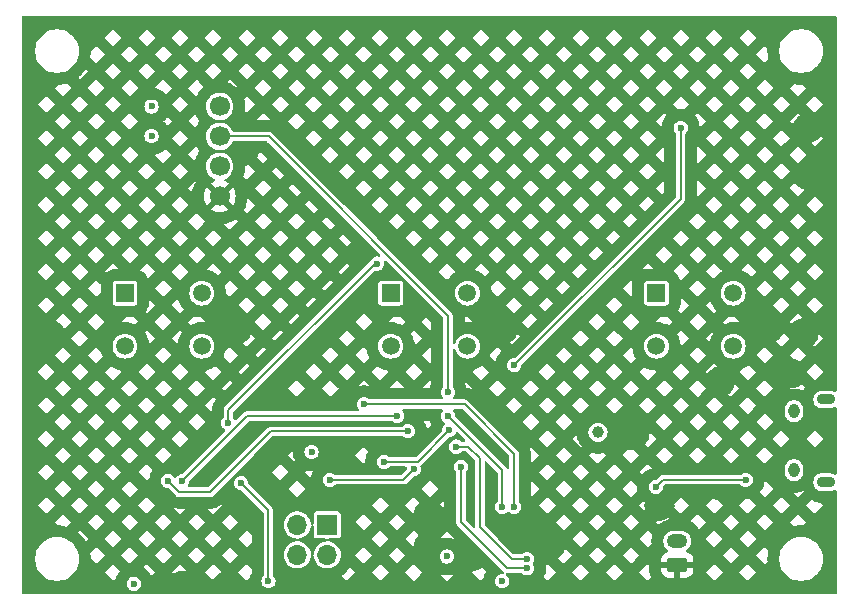
<source format=gbr>
%TF.GenerationSoftware,KiCad,Pcbnew,8.0.5*%
%TF.CreationDate,2024-11-06T09:26:01-07:00*%
%TF.ProjectId,STM32G041F8P6_dev,53544d33-3247-4303-9431-463850365f64,rev?*%
%TF.SameCoordinates,Original*%
%TF.FileFunction,Copper,L4,Bot*%
%TF.FilePolarity,Positive*%
%FSLAX46Y46*%
G04 Gerber Fmt 4.6, Leading zero omitted, Abs format (unit mm)*
G04 Created by KiCad (PCBNEW 8.0.5) date 2024-11-06 09:26:01*
%MOMM*%
%LPD*%
G01*
G04 APERTURE LIST*
G04 Aperture macros list*
%AMRoundRect*
0 Rectangle with rounded corners*
0 $1 Rounding radius*
0 $2 $3 $4 $5 $6 $7 $8 $9 X,Y pos of 4 corners*
0 Add a 4 corners polygon primitive as box body*
4,1,4,$2,$3,$4,$5,$6,$7,$8,$9,$2,$3,0*
0 Add four circle primitives for the rounded corners*
1,1,$1+$1,$2,$3*
1,1,$1+$1,$4,$5*
1,1,$1+$1,$6,$7*
1,1,$1+$1,$8,$9*
0 Add four rect primitives between the rounded corners*
20,1,$1+$1,$2,$3,$4,$5,0*
20,1,$1+$1,$4,$5,$6,$7,0*
20,1,$1+$1,$6,$7,$8,$9,0*
20,1,$1+$1,$8,$9,$2,$3,0*%
G04 Aperture macros list end*
%TA.AperFunction,ComponentPad*%
%ADD10C,1.700000*%
%TD*%
%TA.AperFunction,ComponentPad*%
%ADD11O,1.550000X0.890000*%
%TD*%
%TA.AperFunction,ComponentPad*%
%ADD12O,0.950000X1.250000*%
%TD*%
%TA.AperFunction,ComponentPad*%
%ADD13R,1.498600X1.498600*%
%TD*%
%TA.AperFunction,ComponentPad*%
%ADD14C,1.498600*%
%TD*%
%TA.AperFunction,ComponentPad*%
%ADD15RoundRect,0.250000X0.625000X-0.350000X0.625000X0.350000X-0.625000X0.350000X-0.625000X-0.350000X0*%
%TD*%
%TA.AperFunction,ComponentPad*%
%ADD16O,1.750000X1.200000*%
%TD*%
%TA.AperFunction,ComponentPad*%
%ADD17R,1.700000X1.700000*%
%TD*%
%TA.AperFunction,ComponentPad*%
%ADD18O,1.700000X1.700000*%
%TD*%
%TA.AperFunction,ViaPad*%
%ADD19C,0.600000*%
%TD*%
%TA.AperFunction,ViaPad*%
%ADD20C,1.000000*%
%TD*%
%TA.AperFunction,Conductor*%
%ADD21C,0.200000*%
%TD*%
G04 APERTURE END LIST*
D10*
%TO.P,D4,1,SDA*%
%TO.N,SDA*%
X173270000Y-54190000D03*
%TO.P,D4,2,SCL*%
%TO.N,SCL*%
X173270000Y-56730000D03*
%TO.P,D4,3,Vcc*%
%TO.N,+3.3V*%
X173270000Y-59270000D03*
%TO.P,D4,4,GND*%
%TO.N,GND*%
X173270000Y-61810000D03*
%TD*%
D11*
%TO.P,J1,6,Shield*%
%TO.N,Net-(J1-Shield)*%
X224600000Y-86000000D03*
D12*
X221900000Y-85000000D03*
X221900000Y-80000000D03*
D11*
X224600000Y-79000000D03*
%TD*%
D13*
%TO.P,SW2,1,1*%
%TO.N,/PA6*%
X165249999Y-70000000D03*
D14*
%TO.P,SW2,2,2*%
X171750000Y-70000000D03*
%TO.P,SW2,3,3*%
%TO.N,+3.3V*%
X165249999Y-74500001D03*
%TO.P,SW2,4,4*%
X171750000Y-74500001D03*
%TD*%
D13*
%TO.P,SW4,1,1*%
%TO.N,/PA4*%
X210250001Y-70000000D03*
D14*
%TO.P,SW4,2,2*%
X216750002Y-70000000D03*
%TO.P,SW4,3,3*%
%TO.N,+3.3V*%
X210250001Y-74500001D03*
%TO.P,SW4,4,4*%
X216750002Y-74500001D03*
%TD*%
D13*
%TO.P,SW3,1,1*%
%TO.N,/PA5*%
X187750000Y-70000000D03*
D14*
%TO.P,SW3,2,2*%
X194250001Y-70000000D03*
%TO.P,SW3,3,3*%
%TO.N,+3.3V*%
X187750000Y-74500001D03*
%TO.P,SW3,4,4*%
X194250001Y-74500001D03*
%TD*%
D15*
%TO.P,J2,1,Pin_1*%
%TO.N,GND*%
X212000000Y-93000000D03*
D16*
%TO.P,J2,2,Pin_2*%
%TO.N,+BATT*%
X212000000Y-91000000D03*
%TD*%
D17*
%TO.P,J3,1,Pin_1*%
%TO.N,/USART2_TX*%
X182375000Y-89625000D03*
D18*
%TO.P,J3,2,Pin_2*%
%TO.N,/VCP_TX*%
X179835000Y-89625000D03*
%TO.P,J3,3,Pin_3*%
%TO.N,/USART2_RX*%
X182375000Y-92165000D03*
%TO.P,J3,4,Pin_4*%
%TO.N,/VCP_RX*%
X179835000Y-92165000D03*
%TD*%
D19*
%TO.N,GND*%
X195400000Y-82000000D03*
X221600000Y-76800000D03*
X222700000Y-73400000D03*
X223100000Y-56000000D03*
X199300000Y-90100000D03*
X191000000Y-88700000D03*
X175300000Y-57950000D03*
X215600000Y-77500000D03*
X219750000Y-72975000D03*
X184350000Y-87650000D03*
X223100000Y-60000000D03*
X194750000Y-92250000D03*
X178400000Y-79600000D03*
X183350000Y-84500000D03*
X210500000Y-88000000D03*
D20*
X208200000Y-81800000D03*
D19*
X190987500Y-91400000D03*
D20*
X201150000Y-91150000D03*
D19*
X194500000Y-85900000D03*
X197250000Y-73000000D03*
X174750000Y-73000000D03*
X170100000Y-94800000D03*
X171400000Y-94800000D03*
X216100000Y-86500000D03*
X158925000Y-73525000D03*
X173900000Y-94800000D03*
%TO.N,+3.3V*%
X167500000Y-56700000D03*
X181050000Y-83450000D03*
X167500000Y-54200000D03*
X166000000Y-94600000D03*
X192500000Y-92300000D03*
D20*
X205300000Y-81800000D03*
D19*
X197200000Y-94400000D03*
%TO.N,Net-(J4-~{RST})*%
X175100000Y-86100000D03*
X177400000Y-94400000D03*
%TO.N,Net-(D1-K)*%
X217800000Y-85800000D03*
X210200000Y-86400000D03*
%TO.N,/PA1*%
X174000000Y-81000000D03*
X186600000Y-67500000D03*
%TO.N,/PA6*%
X189700000Y-84900000D03*
X182600000Y-85800000D03*
%TO.N,/PA0*%
X198200000Y-76100000D03*
X192700000Y-81600000D03*
X187187500Y-84275000D03*
X212300000Y-56000000D03*
%TO.N,SCL*%
X192600000Y-78400000D03*
X192600000Y-80400000D03*
X197200000Y-88100000D03*
%TO.N,/SWDIO*%
X189200000Y-81700000D03*
X168900000Y-85900000D03*
%TO.N,/SWCLK*%
X188300000Y-80400000D03*
X170100000Y-85900000D03*
%TO.N,SDA*%
X198200000Y-88100000D03*
X185500000Y-79400000D03*
%TO.N,AI1*%
X199300000Y-93300000D03*
X193700000Y-84700000D03*
%TO.N,AI2*%
X199300000Y-92500000D03*
X193300000Y-83000000D03*
%TD*%
D21*
%TO.N,Net-(J4-~{RST})*%
X177400000Y-94400000D02*
X177400000Y-88400000D01*
X177400000Y-88400000D02*
X175100000Y-86100000D01*
%TO.N,Net-(D1-K)*%
X217800000Y-85800000D02*
X210800000Y-85800000D01*
X210800000Y-85800000D02*
X210200000Y-86400000D01*
%TO.N,/PA1*%
X174000000Y-81000000D02*
X174000000Y-79900000D01*
X186400000Y-67500000D02*
X186600000Y-67500000D01*
X174000000Y-79900000D02*
X186400000Y-67500000D01*
%TO.N,/PA6*%
X182600000Y-85800000D02*
X188800000Y-85800000D01*
X188800000Y-85800000D02*
X189700000Y-84900000D01*
%TO.N,/PA0*%
X187187500Y-84275000D02*
X190025000Y-84275000D01*
X212300000Y-62000000D02*
X212300000Y-56000000D01*
X198200000Y-76100000D02*
X212300000Y-62000000D01*
X190025000Y-84275000D02*
X192700000Y-81600000D01*
%TO.N,SCL*%
X177430000Y-56730000D02*
X192600000Y-71900000D01*
X192600000Y-80400000D02*
X197200000Y-85000000D01*
X173270000Y-56730000D02*
X177430000Y-56730000D01*
X197200000Y-85000000D02*
X197200000Y-88100000D01*
X192600000Y-71900000D02*
X192600000Y-78400000D01*
%TO.N,/SWDIO*%
X169850000Y-86850000D02*
X168900000Y-85900000D01*
X172450000Y-86850000D02*
X169850000Y-86850000D01*
X177600000Y-81700000D02*
X172450000Y-86850000D01*
X189200000Y-81700000D02*
X177600000Y-81700000D01*
%TO.N,/SWCLK*%
X188300000Y-80400000D02*
X175600000Y-80400000D01*
X175600000Y-80400000D02*
X170100000Y-85900000D01*
%TO.N,SDA*%
X194000000Y-79400000D02*
X198200000Y-83600000D01*
X185500000Y-79400000D02*
X194000000Y-79400000D01*
X198200000Y-83600000D02*
X198200000Y-88100000D01*
%TO.N,AI1*%
X193700000Y-84700000D02*
X193700000Y-89400000D01*
X193700000Y-89400000D02*
X197600000Y-93300000D01*
X197600000Y-93300000D02*
X199300000Y-93300000D01*
%TO.N,AI2*%
X193300000Y-83000000D02*
X194300000Y-83000000D01*
X195300000Y-89800000D02*
X198000000Y-92500000D01*
X194300000Y-83000000D02*
X195300000Y-84000000D01*
X195300000Y-84000000D02*
X195300000Y-89800000D01*
X198000000Y-92500000D02*
X199300000Y-92500000D01*
%TD*%
%TA.AperFunction,Conductor*%
%TO.N,GND*%
G36*
X193849784Y-79820185D02*
G01*
X193870426Y-79836819D01*
X197763181Y-83729574D01*
X197796666Y-83790897D01*
X197799500Y-83817255D01*
X197799500Y-84774590D01*
X197779815Y-84841629D01*
X197727011Y-84887384D01*
X197657853Y-84897328D01*
X197594297Y-84868303D01*
X197568113Y-84836590D01*
X197531757Y-84773620D01*
X197520480Y-84754087D01*
X197445913Y-84679520D01*
X193241402Y-80475009D01*
X193207917Y-80413686D01*
X193206144Y-80403513D01*
X193205681Y-80399998D01*
X193185044Y-80243238D01*
X193124536Y-80097159D01*
X193124535Y-80097158D01*
X193124535Y-80097157D01*
X193049973Y-79999986D01*
X193024779Y-79934817D01*
X193038817Y-79866372D01*
X193087631Y-79816383D01*
X193148349Y-79800500D01*
X193782745Y-79800500D01*
X193849784Y-79820185D01*
G37*
%TD.AperFunction*%
%TA.AperFunction,Conductor*%
G36*
X187379698Y-67249666D02*
G01*
X187399103Y-67265495D01*
X192163181Y-72029573D01*
X192196666Y-72090896D01*
X192199500Y-72117254D01*
X192199500Y-77893419D01*
X192179815Y-77960458D01*
X192173876Y-77968905D01*
X192075464Y-78097157D01*
X192014956Y-78243237D01*
X192014955Y-78243239D01*
X191994318Y-78399998D01*
X191994318Y-78400001D01*
X192014955Y-78556760D01*
X192014956Y-78556762D01*
X192075464Y-78702842D01*
X192150027Y-78800014D01*
X192175221Y-78865183D01*
X192161183Y-78933628D01*
X192112369Y-78983617D01*
X192051651Y-78999500D01*
X186006580Y-78999500D01*
X185939541Y-78979815D01*
X185931093Y-78973876D01*
X185928283Y-78971720D01*
X185928282Y-78971718D01*
X185802841Y-78875464D01*
X185760324Y-78857853D01*
X185656762Y-78814956D01*
X185656760Y-78814955D01*
X185500001Y-78794318D01*
X185499999Y-78794318D01*
X185343239Y-78814955D01*
X185343237Y-78814956D01*
X185197160Y-78875463D01*
X185071718Y-78971718D01*
X184975463Y-79097160D01*
X184914956Y-79243237D01*
X184914955Y-79243239D01*
X184894318Y-79399998D01*
X184894318Y-79400001D01*
X184914955Y-79556760D01*
X184914956Y-79556762D01*
X184975464Y-79702842D01*
X185050027Y-79800014D01*
X185075221Y-79865183D01*
X185061183Y-79933628D01*
X185012369Y-79983617D01*
X184951651Y-79999500D01*
X175660339Y-79999500D01*
X175660323Y-79999499D01*
X175652727Y-79999499D01*
X175547273Y-79999499D01*
X175479366Y-80017695D01*
X175445412Y-80026793D01*
X175354084Y-80079522D01*
X175279518Y-80154089D01*
X174716369Y-80717237D01*
X174655046Y-80750722D01*
X174585354Y-80745738D01*
X174529421Y-80703866D01*
X174527821Y-80701440D01*
X174426124Y-80568905D01*
X174400930Y-80503736D01*
X174400500Y-80493419D01*
X174400500Y-80117254D01*
X174420185Y-80050215D01*
X174436814Y-80029578D01*
X176395325Y-78071067D01*
X179093409Y-78071067D01*
X179801930Y-78779589D01*
X180510452Y-78071067D01*
X181921836Y-78071067D01*
X182630357Y-78779589D01*
X183338879Y-78071067D01*
X183269312Y-78001500D01*
X187648259Y-78001500D01*
X188926166Y-78001500D01*
X190476686Y-78001500D01*
X191046525Y-78001500D01*
X191059420Y-77953373D01*
X191061775Y-77945609D01*
X191077559Y-77899109D01*
X191080418Y-77891513D01*
X191165937Y-77685053D01*
X191169285Y-77677664D01*
X191191000Y-77633629D01*
X191194823Y-77626475D01*
X191201500Y-77614909D01*
X191201500Y-77448407D01*
X191115639Y-77362546D01*
X190476686Y-78001500D01*
X188926166Y-78001500D01*
X188287212Y-77362546D01*
X187648259Y-78001500D01*
X183269312Y-78001500D01*
X183184009Y-77916197D01*
X184905134Y-77916197D01*
X184991513Y-77880418D01*
X184999109Y-77877559D01*
X185045609Y-77861775D01*
X185053373Y-77859420D01*
X185116506Y-77842504D01*
X185124406Y-77840662D01*
X185172565Y-77831082D01*
X185180573Y-77829760D01*
X185402135Y-77800591D01*
X185410209Y-77799796D01*
X185459209Y-77796584D01*
X185467320Y-77796318D01*
X185532680Y-77796318D01*
X185540791Y-77796584D01*
X185589791Y-77799796D01*
X185597865Y-77800591D01*
X185819427Y-77829760D01*
X185827435Y-77831082D01*
X185875594Y-77840662D01*
X185883494Y-77842504D01*
X185946627Y-77859420D01*
X185954391Y-77861775D01*
X185959874Y-77863636D01*
X185458785Y-77362546D01*
X184905134Y-77916197D01*
X183184009Y-77916197D01*
X182630357Y-77362546D01*
X181921836Y-78071067D01*
X180510452Y-78071067D01*
X179801930Y-77362546D01*
X179093409Y-78071067D01*
X176395325Y-78071067D01*
X177809538Y-76656854D01*
X180507622Y-76656854D01*
X181216144Y-77365375D01*
X181924665Y-76656854D01*
X183336049Y-76656854D01*
X184044571Y-77365375D01*
X184753092Y-76656854D01*
X186164477Y-76656854D01*
X186872998Y-77365375D01*
X187581520Y-76656854D01*
X188992904Y-76656854D01*
X189701425Y-77365375D01*
X190409947Y-76656854D01*
X189701425Y-75948332D01*
X188992904Y-76656854D01*
X187581520Y-76656854D01*
X187453137Y-76528471D01*
X187421999Y-76525405D01*
X187415958Y-76524660D01*
X187379533Y-76519257D01*
X187373536Y-76518216D01*
X187325470Y-76508655D01*
X187319530Y-76507321D01*
X187283810Y-76498373D01*
X187277946Y-76496751D01*
X187033167Y-76422498D01*
X187027389Y-76420589D01*
X186992729Y-76408188D01*
X186987053Y-76405998D01*
X186941778Y-76387246D01*
X186936212Y-76384780D01*
X186902914Y-76369032D01*
X186897476Y-76366294D01*
X186671881Y-76245711D01*
X186666588Y-76242713D01*
X186635010Y-76223787D01*
X186629865Y-76220529D01*
X186612443Y-76208887D01*
X186164477Y-76656854D01*
X184753092Y-76656854D01*
X184044571Y-75948332D01*
X183336049Y-76656854D01*
X181924665Y-76656854D01*
X181216144Y-75948332D01*
X180507622Y-76656854D01*
X177809538Y-76656854D01*
X179223752Y-75242640D01*
X181921836Y-75242640D01*
X182630357Y-75951162D01*
X183338879Y-75242640D01*
X184750263Y-75242640D01*
X185458784Y-75951161D01*
X185944216Y-75465729D01*
X185883707Y-75352525D01*
X185880969Y-75347087D01*
X185865221Y-75313789D01*
X185862755Y-75308223D01*
X185844003Y-75262948D01*
X185841813Y-75257272D01*
X185829412Y-75222612D01*
X185827503Y-75216834D01*
X185753250Y-74972055D01*
X185751628Y-74966191D01*
X185742680Y-74930471D01*
X185741346Y-74924531D01*
X185731785Y-74876465D01*
X185730744Y-74870468D01*
X185725341Y-74834043D01*
X185724596Y-74828003D01*
X185721528Y-74796862D01*
X185458785Y-74534119D01*
X184750263Y-75242640D01*
X183338879Y-75242640D01*
X182630357Y-74534119D01*
X181921836Y-75242640D01*
X179223752Y-75242640D01*
X180637965Y-73828427D01*
X183336049Y-73828427D01*
X184044571Y-74536948D01*
X184081518Y-74500001D01*
X186695120Y-74500001D01*
X186715388Y-74705795D01*
X186715389Y-74705798D01*
X186765341Y-74870468D01*
X186775420Y-74903692D01*
X186872897Y-75086059D01*
X186872899Y-75086062D01*
X187004086Y-75245914D01*
X187163938Y-75377101D01*
X187163941Y-75377103D01*
X187346308Y-75474580D01*
X187346311Y-75474580D01*
X187346315Y-75474583D01*
X187544203Y-75534612D01*
X187750000Y-75554881D01*
X187955797Y-75534612D01*
X188153685Y-75474583D01*
X188336060Y-75377102D01*
X188495913Y-75245914D01*
X188498600Y-75242640D01*
X190407117Y-75242640D01*
X191115639Y-75951162D01*
X191201500Y-75865301D01*
X191201500Y-74619980D01*
X191115639Y-74534119D01*
X190407117Y-75242640D01*
X188498600Y-75242640D01*
X188627101Y-75086061D01*
X188691173Y-74966191D01*
X188724579Y-74903692D01*
X188724579Y-74903691D01*
X188724582Y-74903686D01*
X188784611Y-74705798D01*
X188804880Y-74500001D01*
X188784611Y-74294204D01*
X188724582Y-74096316D01*
X188724579Y-74096312D01*
X188724579Y-74096309D01*
X188627102Y-73913942D01*
X188627100Y-73913939D01*
X188495913Y-73754087D01*
X188336061Y-73622900D01*
X188336058Y-73622898D01*
X188153691Y-73525421D01*
X188153685Y-73525419D01*
X187955797Y-73465390D01*
X187955794Y-73465389D01*
X187750000Y-73445121D01*
X187544205Y-73465389D01*
X187346308Y-73525421D01*
X187163941Y-73622898D01*
X187163938Y-73622900D01*
X187004086Y-73754087D01*
X186872899Y-73913939D01*
X186872897Y-73913942D01*
X186775420Y-74096309D01*
X186715388Y-74294206D01*
X186695120Y-74500001D01*
X184081518Y-74500001D01*
X184753092Y-73828427D01*
X184287110Y-73362444D01*
X189458887Y-73362444D01*
X189470528Y-73379866D01*
X189473786Y-73385011D01*
X189492712Y-73416589D01*
X189495710Y-73421882D01*
X189616293Y-73647477D01*
X189619031Y-73652915D01*
X189634779Y-73686213D01*
X189637245Y-73691779D01*
X189655997Y-73737054D01*
X189658187Y-73742730D01*
X189670588Y-73777390D01*
X189672497Y-73783168D01*
X189746750Y-74027947D01*
X189748372Y-74033811D01*
X189757320Y-74069531D01*
X189758654Y-74075471D01*
X189768215Y-74123537D01*
X189769256Y-74129534D01*
X189774659Y-74165959D01*
X189775404Y-74171999D01*
X189800476Y-74426566D01*
X189800924Y-74432635D01*
X189801149Y-74437225D01*
X190409947Y-73828427D01*
X189701425Y-73119905D01*
X189458887Y-73362444D01*
X184287110Y-73362444D01*
X184044571Y-73119905D01*
X183336049Y-73828427D01*
X180637965Y-73828427D01*
X182052179Y-72414213D01*
X184750263Y-72414213D01*
X185458785Y-73122735D01*
X186167306Y-72414213D01*
X187578690Y-72414213D01*
X187619611Y-72455134D01*
X187676566Y-72449525D01*
X187682634Y-72449077D01*
X187719412Y-72447270D01*
X187725497Y-72447121D01*
X187774503Y-72447121D01*
X187780588Y-72447270D01*
X187817366Y-72449077D01*
X187823435Y-72449525D01*
X188078002Y-72474597D01*
X188084042Y-72475342D01*
X188120467Y-72480745D01*
X188126464Y-72481786D01*
X188174530Y-72491347D01*
X188180470Y-72492681D01*
X188216190Y-72501629D01*
X188222054Y-72503251D01*
X188466833Y-72577504D01*
X188472611Y-72579413D01*
X188507271Y-72591814D01*
X188512947Y-72594004D01*
X188558222Y-72612756D01*
X188563788Y-72615222D01*
X188597086Y-72630970D01*
X188602524Y-72633708D01*
X188715729Y-72694217D01*
X188995733Y-72414213D01*
X190407117Y-72414213D01*
X191115639Y-73122735D01*
X191201500Y-73036874D01*
X191201500Y-72479276D01*
X190771777Y-72049553D01*
X190407117Y-72414213D01*
X188995733Y-72414213D01*
X188626018Y-72044498D01*
X188619688Y-72045048D01*
X188616112Y-72045307D01*
X188587352Y-72046968D01*
X188583783Y-72047122D01*
X188562148Y-72047747D01*
X188558567Y-72047799D01*
X187945105Y-72047799D01*
X187578690Y-72414213D01*
X186167306Y-72414213D01*
X185458785Y-71705692D01*
X184750263Y-72414213D01*
X182052179Y-72414213D01*
X185260560Y-69205831D01*
X186700200Y-69205831D01*
X186700200Y-70794156D01*
X186700202Y-70794182D01*
X186703113Y-70819287D01*
X186703115Y-70819291D01*
X186748493Y-70922064D01*
X186748494Y-70922065D01*
X186827935Y-71001506D01*
X186930709Y-71046885D01*
X186955835Y-71049800D01*
X188544164Y-71049799D01*
X188544179Y-71049797D01*
X188544182Y-71049797D01*
X188569287Y-71046886D01*
X188569288Y-71046885D01*
X188569291Y-71046885D01*
X188672065Y-71001506D01*
X188751506Y-70922065D01*
X188796885Y-70819291D01*
X188799800Y-70794165D01*
X188799799Y-69205836D01*
X188799797Y-69205817D01*
X188796886Y-69180712D01*
X188796885Y-69180710D01*
X188796885Y-69180709D01*
X188751506Y-69077935D01*
X188672065Y-68998494D01*
X188672063Y-68998493D01*
X188569292Y-68953115D01*
X188544165Y-68950200D01*
X186955843Y-68950200D01*
X186955817Y-68950202D01*
X186930712Y-68953113D01*
X186930708Y-68953115D01*
X186827935Y-68998493D01*
X186748494Y-69077934D01*
X186703115Y-69180706D01*
X186703115Y-69180708D01*
X186700200Y-69205831D01*
X185260560Y-69205831D01*
X186345310Y-68121081D01*
X186406631Y-68087598D01*
X186449171Y-68085825D01*
X186600000Y-68105682D01*
X186600001Y-68105682D01*
X186688711Y-68094003D01*
X186756762Y-68085044D01*
X186902841Y-68024536D01*
X187028282Y-67928282D01*
X187124536Y-67802841D01*
X187185044Y-67656762D01*
X187205682Y-67500000D01*
X187200817Y-67463050D01*
X187188483Y-67369361D01*
X187199249Y-67300326D01*
X187245628Y-67248070D01*
X187312897Y-67229185D01*
X187379698Y-67249666D01*
G37*
%TD.AperFunction*%
%TA.AperFunction,Conductor*%
G36*
X225442539Y-46520185D02*
G01*
X225488294Y-46572989D01*
X225499500Y-46624500D01*
X225499500Y-78251934D01*
X225479815Y-78318973D01*
X225427011Y-78364728D01*
X225357853Y-78374672D01*
X225306611Y-78355037D01*
X225283136Y-78339352D01*
X225283124Y-78339345D01*
X225147454Y-78283149D01*
X225147446Y-78283147D01*
X225003429Y-78254500D01*
X225003425Y-78254500D01*
X224196575Y-78254500D01*
X224196570Y-78254500D01*
X224052553Y-78283147D01*
X224052545Y-78283149D01*
X223916875Y-78339345D01*
X223916866Y-78339350D01*
X223794772Y-78420931D01*
X223794768Y-78420934D01*
X223690934Y-78524768D01*
X223690931Y-78524772D01*
X223609350Y-78646866D01*
X223609345Y-78646875D01*
X223553149Y-78782545D01*
X223553147Y-78782553D01*
X223524500Y-78926570D01*
X223524500Y-79073429D01*
X223553147Y-79217446D01*
X223553149Y-79217454D01*
X223609345Y-79353124D01*
X223609350Y-79353133D01*
X223690931Y-79475227D01*
X223690934Y-79475231D01*
X223794768Y-79579065D01*
X223794772Y-79579068D01*
X223916866Y-79660649D01*
X223916872Y-79660652D01*
X223916873Y-79660653D01*
X224052546Y-79716851D01*
X224196123Y-79745410D01*
X224196570Y-79745499D01*
X224196574Y-79745500D01*
X224196575Y-79745500D01*
X225003426Y-79745500D01*
X225003427Y-79745499D01*
X225147454Y-79716851D01*
X225283127Y-79660653D01*
X225283132Y-79660649D01*
X225283135Y-79660648D01*
X225306608Y-79644964D01*
X225373285Y-79624085D01*
X225440666Y-79642569D01*
X225487356Y-79694547D01*
X225499500Y-79748065D01*
X225499500Y-85251934D01*
X225479815Y-85318973D01*
X225427011Y-85364728D01*
X225357853Y-85374672D01*
X225306611Y-85355037D01*
X225283136Y-85339352D01*
X225283124Y-85339345D01*
X225147454Y-85283149D01*
X225147446Y-85283147D01*
X225003429Y-85254500D01*
X225003425Y-85254500D01*
X224196575Y-85254500D01*
X224196570Y-85254500D01*
X224052553Y-85283147D01*
X224052545Y-85283149D01*
X223916875Y-85339345D01*
X223916866Y-85339350D01*
X223794772Y-85420931D01*
X223794768Y-85420934D01*
X223690934Y-85524768D01*
X223690931Y-85524772D01*
X223609350Y-85646866D01*
X223609345Y-85646875D01*
X223553149Y-85782545D01*
X223553147Y-85782553D01*
X223524500Y-85926570D01*
X223524500Y-86073429D01*
X223553147Y-86217446D01*
X223553149Y-86217454D01*
X223609345Y-86353124D01*
X223609350Y-86353133D01*
X223690931Y-86475227D01*
X223690934Y-86475231D01*
X223794768Y-86579065D01*
X223794772Y-86579068D01*
X223916866Y-86660649D01*
X223916872Y-86660652D01*
X223916873Y-86660653D01*
X224052546Y-86716851D01*
X224140822Y-86734410D01*
X224196570Y-86745499D01*
X224196574Y-86745500D01*
X224196575Y-86745500D01*
X225003426Y-86745500D01*
X225003427Y-86745499D01*
X225147454Y-86716851D01*
X225283127Y-86660653D01*
X225283132Y-86660649D01*
X225283135Y-86660648D01*
X225306608Y-86644964D01*
X225373285Y-86624085D01*
X225440666Y-86642569D01*
X225487356Y-86694547D01*
X225499500Y-86748065D01*
X225499500Y-95375500D01*
X225479815Y-95442539D01*
X225427011Y-95488294D01*
X225375500Y-95499500D01*
X156624500Y-95499500D01*
X156557461Y-95479815D01*
X156511706Y-95427011D01*
X156500500Y-95375500D01*
X156500500Y-94599998D01*
X165394318Y-94599998D01*
X165394318Y-94600001D01*
X165414955Y-94756760D01*
X165414956Y-94756762D01*
X165475464Y-94902841D01*
X165571718Y-95028282D01*
X165697159Y-95124536D01*
X165843238Y-95185044D01*
X165921619Y-95195363D01*
X165999999Y-95205682D01*
X166000000Y-95205682D01*
X166000001Y-95205682D01*
X166052254Y-95198802D01*
X166156762Y-95185044D01*
X166302841Y-95124536D01*
X166428282Y-95028282D01*
X166524536Y-94902841D01*
X166585044Y-94756762D01*
X166605682Y-94600000D01*
X166599989Y-94556760D01*
X166585044Y-94443239D01*
X166585044Y-94443238D01*
X166524536Y-94297159D01*
X166428282Y-94171718D01*
X166302841Y-94075464D01*
X166260517Y-94057933D01*
X166156762Y-94014956D01*
X166156760Y-94014955D01*
X166000001Y-93994318D01*
X165999999Y-93994318D01*
X165843239Y-94014955D01*
X165843237Y-94014956D01*
X165697160Y-94075463D01*
X165571718Y-94171718D01*
X165475463Y-94297160D01*
X165414956Y-94443237D01*
X165414955Y-94443239D01*
X165394318Y-94599998D01*
X156500500Y-94599998D01*
X156500500Y-92378711D01*
X157649500Y-92378711D01*
X157649500Y-92621288D01*
X157680301Y-92855255D01*
X157681162Y-92861789D01*
X157687393Y-92885043D01*
X157743947Y-93096104D01*
X157803028Y-93238738D01*
X157836776Y-93320212D01*
X157958064Y-93530289D01*
X157958066Y-93530292D01*
X157958067Y-93530293D01*
X158105733Y-93722736D01*
X158105739Y-93722743D01*
X158277256Y-93894260D01*
X158277263Y-93894266D01*
X158348958Y-93949279D01*
X158469711Y-94041936D01*
X158679788Y-94163224D01*
X158903900Y-94256054D01*
X159138211Y-94318838D01*
X159318586Y-94342584D01*
X159378711Y-94350500D01*
X159378712Y-94350500D01*
X159621289Y-94350500D01*
X159669388Y-94344167D01*
X159861789Y-94318838D01*
X160096100Y-94256054D01*
X160320212Y-94163224D01*
X160530289Y-94041936D01*
X160722738Y-93894265D01*
X160894265Y-93722738D01*
X160967407Y-93627417D01*
X163537060Y-93627417D01*
X164245581Y-94335938D01*
X164475065Y-94106454D01*
X164477559Y-94099108D01*
X164480418Y-94091513D01*
X164565937Y-93885053D01*
X164569285Y-93877664D01*
X164591000Y-93833629D01*
X164594825Y-93826473D01*
X164627504Y-93769869D01*
X164631789Y-93762978D01*
X164659074Y-93722142D01*
X164663801Y-93715545D01*
X164799846Y-93538248D01*
X164804994Y-93531975D01*
X164830068Y-93503382D01*
X164530497Y-93203811D01*
X166789092Y-93203811D01*
X166830131Y-93227504D01*
X166837022Y-93231789D01*
X166877858Y-93259074D01*
X166884455Y-93263801D01*
X167061752Y-93399846D01*
X167068025Y-93404994D01*
X167104944Y-93437371D01*
X167110866Y-93442918D01*
X167157082Y-93489134D01*
X167162629Y-93495056D01*
X167195006Y-93531975D01*
X167200154Y-93538248D01*
X167336199Y-93715545D01*
X167340926Y-93722142D01*
X167368211Y-93762978D01*
X167372496Y-93769869D01*
X167405175Y-93826473D01*
X167409000Y-93833629D01*
X167430715Y-93877664D01*
X167434063Y-93885053D01*
X167460666Y-93949279D01*
X167782528Y-93627417D01*
X169193914Y-93627417D01*
X169339152Y-93772655D01*
X169519928Y-93660725D01*
X169540411Y-93650525D01*
X169739145Y-93573535D01*
X169761154Y-93567273D01*
X169970652Y-93528111D01*
X169993437Y-93526000D01*
X170206563Y-93526000D01*
X170229348Y-93528111D01*
X170438846Y-93567273D01*
X170460855Y-93573535D01*
X170607879Y-93630492D01*
X170610955Y-93627417D01*
X172022341Y-93627417D01*
X172203266Y-93808342D01*
X172337040Y-93930294D01*
X172352455Y-93947204D01*
X172384308Y-93989384D01*
X172715514Y-94320590D01*
X172807061Y-94136738D01*
X172819107Y-94117282D01*
X172947545Y-93947204D01*
X172962960Y-93930294D01*
X173120462Y-93786711D01*
X173138724Y-93772921D01*
X173319928Y-93660725D01*
X173340410Y-93650526D01*
X173400059Y-93627417D01*
X174850768Y-93627417D01*
X175559289Y-94335938D01*
X175833172Y-94062055D01*
X175840662Y-94024406D01*
X175842504Y-94016506D01*
X175859420Y-93953373D01*
X175861775Y-93945609D01*
X175877559Y-93899109D01*
X175880418Y-93891513D01*
X175965937Y-93685053D01*
X175969285Y-93677664D01*
X175991000Y-93633629D01*
X175994823Y-93626475D01*
X176001500Y-93614909D01*
X176001500Y-93361105D01*
X175559290Y-92918895D01*
X174850768Y-93627417D01*
X173400059Y-93627417D01*
X173428403Y-93616436D01*
X172730862Y-92918895D01*
X172022341Y-93627417D01*
X170610955Y-93627417D01*
X170610956Y-93627416D01*
X169902435Y-92918895D01*
X169193914Y-93627417D01*
X167782528Y-93627417D01*
X167782529Y-93627416D01*
X167074008Y-92918895D01*
X166789092Y-93203811D01*
X164530497Y-93203811D01*
X164245581Y-92918895D01*
X163537060Y-93627417D01*
X160967407Y-93627417D01*
X161041936Y-93530289D01*
X161163224Y-93320212D01*
X161256054Y-93096100D01*
X161318838Y-92861789D01*
X161350500Y-92621288D01*
X161350500Y-92378712D01*
X161350315Y-92377310D01*
X161336950Y-92275791D01*
X161318838Y-92138211D01*
X161288622Y-92025445D01*
X162310603Y-92025445D01*
X162342094Y-92264640D01*
X162342558Y-92268675D01*
X162344963Y-92293101D01*
X162345294Y-92297138D01*
X162347431Y-92329732D01*
X162347631Y-92333789D01*
X162348434Y-92358323D01*
X162348500Y-92362379D01*
X162348500Y-92438856D01*
X162831368Y-92921724D01*
X163539889Y-92213203D01*
X164951273Y-92213203D01*
X165659795Y-92921724D01*
X166368316Y-92213203D01*
X167779700Y-92213203D01*
X168488222Y-92921724D01*
X169196743Y-92213203D01*
X170608127Y-92213203D01*
X171316649Y-92921724D01*
X172025170Y-92213203D01*
X173436554Y-92213203D01*
X174145076Y-92921724D01*
X174853597Y-92213203D01*
X174145076Y-91504681D01*
X173436554Y-92213203D01*
X172025170Y-92213203D01*
X171316649Y-91504681D01*
X170608127Y-92213203D01*
X169196743Y-92213203D01*
X168488222Y-91504681D01*
X167779700Y-92213203D01*
X166368316Y-92213203D01*
X165659795Y-91504681D01*
X164951273Y-92213203D01*
X163539889Y-92213203D01*
X162831367Y-91504681D01*
X162310603Y-92025445D01*
X161288622Y-92025445D01*
X161256054Y-91903900D01*
X161163224Y-91679788D01*
X161041936Y-91469711D01*
X160894265Y-91277262D01*
X160894260Y-91277256D01*
X160722743Y-91105739D01*
X160722736Y-91105733D01*
X160530293Y-90958067D01*
X160530292Y-90958066D01*
X160530289Y-90958064D01*
X160320212Y-90836776D01*
X160320205Y-90836773D01*
X160096104Y-90743947D01*
X159861785Y-90681161D01*
X159621289Y-90649500D01*
X159621288Y-90649500D01*
X159378712Y-90649500D01*
X159378711Y-90649500D01*
X159138214Y-90681161D01*
X158903895Y-90743947D01*
X158679794Y-90836773D01*
X158679785Y-90836777D01*
X158469706Y-90958067D01*
X158277263Y-91105733D01*
X158277256Y-91105739D01*
X158105739Y-91277256D01*
X158105733Y-91277263D01*
X157958067Y-91469706D01*
X157836777Y-91679785D01*
X157836773Y-91679794D01*
X157743947Y-91903895D01*
X157681161Y-92138214D01*
X157649500Y-92378711D01*
X156500500Y-92378711D01*
X156500500Y-90254647D01*
X161252973Y-90254647D01*
X161343237Y-90323909D01*
X161346417Y-90326432D01*
X161365390Y-90342003D01*
X161368481Y-90344627D01*
X161393040Y-90366164D01*
X161396048Y-90368890D01*
X161413965Y-90385671D01*
X161416881Y-90388493D01*
X161611507Y-90583119D01*
X161614329Y-90586035D01*
X161631110Y-90603952D01*
X161633836Y-90606960D01*
X161655373Y-90631519D01*
X161657997Y-90634610D01*
X161673568Y-90653583D01*
X161676091Y-90656763D01*
X161843656Y-90875139D01*
X161846075Y-90878400D01*
X161860391Y-90898379D01*
X161862704Y-90901722D01*
X161880849Y-90928883D01*
X161883047Y-90932293D01*
X161895989Y-90953109D01*
X161898070Y-90956581D01*
X161923696Y-91000967D01*
X162125675Y-90798989D01*
X163537060Y-90798989D01*
X164245581Y-91507511D01*
X164954103Y-90798989D01*
X166365487Y-90798989D01*
X167074008Y-91507511D01*
X167782530Y-90798989D01*
X169193914Y-90798989D01*
X169902435Y-91507511D01*
X170610957Y-90798989D01*
X172022341Y-90798989D01*
X172730862Y-91507511D01*
X173439384Y-90798989D01*
X174850768Y-90798989D01*
X175559290Y-91507511D01*
X176001500Y-91065301D01*
X176001500Y-90532678D01*
X175559290Y-90090468D01*
X174850768Y-90798989D01*
X173439384Y-90798989D01*
X172730862Y-90090468D01*
X172022341Y-90798989D01*
X170610957Y-90798989D01*
X169902435Y-90090468D01*
X169193914Y-90798989D01*
X167782530Y-90798989D01*
X167074008Y-90090468D01*
X166365487Y-90798989D01*
X164954103Y-90798989D01*
X164245581Y-90090468D01*
X163537060Y-90798989D01*
X162125675Y-90798989D01*
X161417153Y-90090467D01*
X161252973Y-90254647D01*
X156500500Y-90254647D01*
X156500500Y-89384776D01*
X159294419Y-89384776D01*
X159561143Y-89651500D01*
X159637621Y-89651500D01*
X159641677Y-89651566D01*
X159666211Y-89652369D01*
X159670268Y-89652569D01*
X159702862Y-89654706D01*
X159706899Y-89655037D01*
X159731325Y-89657442D01*
X159735360Y-89657906D01*
X160008247Y-89693832D01*
X160012262Y-89694427D01*
X160036483Y-89698426D01*
X160040475Y-89699153D01*
X160072513Y-89705526D01*
X160076482Y-89706383D01*
X160100384Y-89711957D01*
X160104316Y-89712942D01*
X160324340Y-89771897D01*
X160711462Y-89384776D01*
X162122846Y-89384776D01*
X162831368Y-90093297D01*
X163539889Y-89384776D01*
X164951273Y-89384776D01*
X165659795Y-90093297D01*
X166368316Y-89384776D01*
X167779700Y-89384776D01*
X168488222Y-90093297D01*
X169196743Y-89384776D01*
X170608127Y-89384776D01*
X171316649Y-90093297D01*
X172025170Y-89384776D01*
X173436554Y-89384776D01*
X174145076Y-90093297D01*
X174853597Y-89384776D01*
X174145076Y-88676254D01*
X173436554Y-89384776D01*
X172025170Y-89384776D01*
X171316649Y-88676254D01*
X170608127Y-89384776D01*
X169196743Y-89384776D01*
X168488222Y-88676254D01*
X167779700Y-89384776D01*
X166368316Y-89384776D01*
X165659795Y-88676254D01*
X164951273Y-89384776D01*
X163539889Y-89384776D01*
X162831368Y-88676255D01*
X162122846Y-89384776D01*
X160711462Y-89384776D01*
X160002940Y-88676254D01*
X159294419Y-89384776D01*
X156500500Y-89384776D01*
X156500500Y-87970562D01*
X157880205Y-87970562D01*
X158588727Y-88679084D01*
X159297248Y-87970562D01*
X160708632Y-87970562D01*
X161417154Y-88679084D01*
X162125675Y-87970562D01*
X163537060Y-87970562D01*
X164245581Y-88679084D01*
X164954103Y-87970562D01*
X166365487Y-87970562D01*
X167074008Y-88679084D01*
X167575853Y-88177239D01*
X169400590Y-88177239D01*
X169902435Y-88679084D01*
X170333020Y-88248500D01*
X172300278Y-88248500D01*
X172730862Y-88679084D01*
X173439384Y-87970562D01*
X173373129Y-87904308D01*
X173372579Y-87904824D01*
X173335665Y-87937198D01*
X173329392Y-87942346D01*
X173277541Y-87982134D01*
X173270944Y-87986861D01*
X173230112Y-88014144D01*
X173223222Y-88018428D01*
X173075286Y-88103841D01*
X173068126Y-88107669D01*
X173024069Y-88129394D01*
X173016677Y-88132743D01*
X172956289Y-88157754D01*
X172948696Y-88160611D01*
X172902209Y-88176390D01*
X172894446Y-88178745D01*
X172729462Y-88222952D01*
X172721560Y-88224794D01*
X172673407Y-88234372D01*
X172665405Y-88235694D01*
X172600605Y-88244227D01*
X172592526Y-88245023D01*
X172543520Y-88248235D01*
X172535410Y-88248500D01*
X172300278Y-88248500D01*
X170333020Y-88248500D01*
X169764590Y-88248500D01*
X169756480Y-88248235D01*
X169707474Y-88245023D01*
X169699395Y-88244227D01*
X169634595Y-88235694D01*
X169626593Y-88234372D01*
X169578440Y-88224794D01*
X169570538Y-88222952D01*
X169405554Y-88178745D01*
X169400590Y-88177239D01*
X167575853Y-88177239D01*
X167782530Y-87970562D01*
X167074008Y-87262041D01*
X166365487Y-87970562D01*
X164954103Y-87970562D01*
X164245581Y-87262041D01*
X163537060Y-87970562D01*
X162125675Y-87970562D01*
X161417154Y-87262041D01*
X160708632Y-87970562D01*
X159297248Y-87970562D01*
X158588727Y-87262041D01*
X157880205Y-87970562D01*
X156500500Y-87970562D01*
X156500500Y-86556349D01*
X159294419Y-86556349D01*
X160002940Y-87264870D01*
X160711462Y-86556349D01*
X162122846Y-86556349D01*
X162831368Y-87264870D01*
X163539889Y-86556349D01*
X164951273Y-86556349D01*
X165659795Y-87264870D01*
X166368316Y-86556349D01*
X165711966Y-85899998D01*
X168294318Y-85899998D01*
X168294318Y-85900001D01*
X168314955Y-86056760D01*
X168314956Y-86056762D01*
X168363935Y-86175009D01*
X168375464Y-86202841D01*
X168471718Y-86328282D01*
X168597159Y-86424536D01*
X168743238Y-86485044D01*
X168900000Y-86505682D01*
X168900001Y-86505681D01*
X168903513Y-86506144D01*
X168967410Y-86534410D01*
X168975009Y-86541402D01*
X169604087Y-87170480D01*
X169695412Y-87223207D01*
X169797273Y-87250500D01*
X169797275Y-87250500D01*
X172502725Y-87250500D01*
X172502727Y-87250500D01*
X172604588Y-87223207D01*
X172695913Y-87170480D01*
X173766395Y-86099998D01*
X174494318Y-86099998D01*
X174494318Y-86100001D01*
X174514955Y-86256760D01*
X174514956Y-86256762D01*
X174574287Y-86400001D01*
X174575464Y-86402841D01*
X174671718Y-86528282D01*
X174797159Y-86624536D01*
X174943238Y-86685044D01*
X175100000Y-86705682D01*
X175100001Y-86705681D01*
X175103513Y-86706144D01*
X175167410Y-86734410D01*
X175175009Y-86741402D01*
X176963181Y-88529574D01*
X176996666Y-88590897D01*
X176999500Y-88617255D01*
X176999500Y-93893419D01*
X176979815Y-93960458D01*
X176973876Y-93968905D01*
X176875464Y-94097157D01*
X176814956Y-94243237D01*
X176814955Y-94243239D01*
X176794318Y-94399998D01*
X176794318Y-94400001D01*
X176814955Y-94556760D01*
X176814956Y-94556762D01*
X176875464Y-94702841D01*
X176971718Y-94828282D01*
X177097159Y-94924536D01*
X177243238Y-94985044D01*
X177321619Y-94995363D01*
X177399999Y-95005682D01*
X177400000Y-95005682D01*
X177400001Y-95005682D01*
X177452254Y-94998802D01*
X177556762Y-94985044D01*
X177702841Y-94924536D01*
X177828282Y-94828282D01*
X177924536Y-94702841D01*
X177985044Y-94556762D01*
X178005682Y-94400000D01*
X177985044Y-94243238D01*
X177924536Y-94097159D01*
X177924535Y-94097158D01*
X177924535Y-94097157D01*
X177826124Y-93968905D01*
X177806101Y-93917111D01*
X183625744Y-93917111D01*
X184044571Y-94335938D01*
X184753092Y-93627417D01*
X186164477Y-93627417D01*
X186872998Y-94335938D01*
X187581520Y-93627417D01*
X188992904Y-93627417D01*
X189701425Y-94335938D01*
X190206061Y-93831303D01*
X192025217Y-93831303D01*
X192529852Y-94335938D01*
X193072883Y-93792908D01*
X193008487Y-93819582D01*
X193000891Y-93822441D01*
X192954391Y-93838225D01*
X192946627Y-93840580D01*
X192883494Y-93857496D01*
X192875594Y-93859338D01*
X192827435Y-93868918D01*
X192819427Y-93870240D01*
X192597865Y-93899409D01*
X192589791Y-93900204D01*
X192540791Y-93903416D01*
X192532680Y-93903682D01*
X192467320Y-93903682D01*
X192459209Y-93903416D01*
X192410209Y-93900204D01*
X192402135Y-93899409D01*
X192180573Y-93870240D01*
X192172565Y-93868918D01*
X192124406Y-93859338D01*
X192116506Y-93857496D01*
X192053373Y-93840580D01*
X192045609Y-93838225D01*
X192025217Y-93831303D01*
X190206061Y-93831303D01*
X190409947Y-93627417D01*
X194649758Y-93627417D01*
X195358279Y-94335938D01*
X195633423Y-94060794D01*
X195640662Y-94024406D01*
X195642504Y-94016506D01*
X195659420Y-93953373D01*
X195661775Y-93945609D01*
X195677559Y-93899109D01*
X195680418Y-93891513D01*
X195765937Y-93685053D01*
X195769285Y-93677664D01*
X195791000Y-93633629D01*
X195794825Y-93626473D01*
X195827504Y-93569869D01*
X195831789Y-93562978D01*
X195853182Y-93530959D01*
X195558818Y-93236595D01*
X195529538Y-93263289D01*
X195511276Y-93277079D01*
X195330072Y-93389275D01*
X195309589Y-93399475D01*
X195110855Y-93476465D01*
X195088846Y-93482727D01*
X194879348Y-93521889D01*
X194856563Y-93524000D01*
X194753175Y-93524000D01*
X194649758Y-93627417D01*
X190409947Y-93627417D01*
X189701425Y-92918895D01*
X188992904Y-93627417D01*
X187581520Y-93627417D01*
X186872998Y-92918895D01*
X186164477Y-93627417D01*
X184753092Y-93627417D01*
X184281665Y-93155990D01*
X184240463Y-93238738D01*
X184237793Y-93243805D01*
X184220933Y-93274075D01*
X184218032Y-93279012D01*
X184193752Y-93318228D01*
X184190623Y-93323030D01*
X184171031Y-93351631D01*
X184167685Y-93356281D01*
X184011395Y-93563241D01*
X184007838Y-93567732D01*
X183985702Y-93594389D01*
X183981943Y-93598708D01*
X183950872Y-93632792D01*
X183946917Y-93636934D01*
X183922410Y-93661442D01*
X183918265Y-93665400D01*
X183726612Y-93840115D01*
X183722292Y-93843875D01*
X183695634Y-93866012D01*
X183691145Y-93869567D01*
X183654339Y-93897363D01*
X183649686Y-93900711D01*
X183625744Y-93917111D01*
X177806101Y-93917111D01*
X177800930Y-93903736D01*
X177800500Y-93893419D01*
X177800500Y-89624999D01*
X178679571Y-89624999D01*
X178679571Y-89625000D01*
X178699244Y-89837310D01*
X178757596Y-90042392D01*
X178757596Y-90042394D01*
X178852632Y-90233253D01*
X178967734Y-90385671D01*
X178981128Y-90403407D01*
X179138698Y-90547052D01*
X179319981Y-90659298D01*
X179518802Y-90736321D01*
X179715613Y-90773111D01*
X179777893Y-90804779D01*
X179813166Y-90865092D01*
X179810232Y-90934900D01*
X179770023Y-90992040D01*
X179715613Y-91016888D01*
X179518802Y-91053679D01*
X179518799Y-91053679D01*
X179518799Y-91053680D01*
X179319982Y-91130701D01*
X179319980Y-91130702D01*
X179138699Y-91242947D01*
X178981127Y-91386593D01*
X178852632Y-91556746D01*
X178757596Y-91747605D01*
X178757596Y-91747607D01*
X178699244Y-91952689D01*
X178679571Y-92164999D01*
X178679571Y-92165000D01*
X178699244Y-92377310D01*
X178757596Y-92582392D01*
X178757596Y-92582394D01*
X178852632Y-92773253D01*
X178981127Y-92943406D01*
X178981128Y-92943407D01*
X179138698Y-93087052D01*
X179319981Y-93199298D01*
X179518802Y-93276321D01*
X179728390Y-93315500D01*
X179728392Y-93315500D01*
X179941608Y-93315500D01*
X179941610Y-93315500D01*
X180151198Y-93276321D01*
X180350019Y-93199298D01*
X180531302Y-93087052D01*
X180688872Y-92943407D01*
X180817366Y-92773255D01*
X180819114Y-92769745D01*
X180912403Y-92582394D01*
X180912403Y-92582393D01*
X180912405Y-92582389D01*
X180970756Y-92377310D01*
X180981529Y-92261047D01*
X181007315Y-92196111D01*
X181051869Y-92164194D01*
X181015497Y-92143331D01*
X180983307Y-92081318D01*
X180981529Y-92068951D01*
X180980485Y-92057684D01*
X180970756Y-91952690D01*
X180912405Y-91747611D01*
X180912403Y-91747606D01*
X180912403Y-91747605D01*
X180817367Y-91556746D01*
X180688872Y-91386593D01*
X180531302Y-91242948D01*
X180350019Y-91130702D01*
X180350017Y-91130701D01*
X180181198Y-91065301D01*
X180151198Y-91053679D01*
X179954385Y-91016888D01*
X179892106Y-90985221D01*
X179856833Y-90924908D01*
X179859767Y-90855100D01*
X179899976Y-90797960D01*
X179954384Y-90773111D01*
X180151198Y-90736321D01*
X180350019Y-90659298D01*
X180531302Y-90547052D01*
X180688872Y-90403407D01*
X180817366Y-90233255D01*
X180832934Y-90201990D01*
X180912403Y-90042394D01*
X180912403Y-90042393D01*
X180912405Y-90042389D01*
X180970756Y-89837310D01*
X180977029Y-89769605D01*
X181002814Y-89704669D01*
X181059614Y-89663981D01*
X181129395Y-89660461D01*
X181190002Y-89695225D01*
X181222193Y-89757238D01*
X181224500Y-89781047D01*
X181224500Y-90519856D01*
X181224502Y-90519882D01*
X181227413Y-90544987D01*
X181227415Y-90544991D01*
X181272793Y-90647764D01*
X181272794Y-90647765D01*
X181352235Y-90727206D01*
X181455009Y-90772585D01*
X181480135Y-90775500D01*
X182208758Y-90775499D01*
X182275795Y-90795183D01*
X182321550Y-90847987D01*
X182331494Y-90917146D01*
X182302469Y-90980702D01*
X182243691Y-91018476D01*
X182231542Y-91021388D01*
X182175116Y-91031935D01*
X182058802Y-91053679D01*
X182058800Y-91053679D01*
X182058798Y-91053680D01*
X181859982Y-91130701D01*
X181859980Y-91130702D01*
X181678699Y-91242947D01*
X181521127Y-91386593D01*
X181392632Y-91556746D01*
X181297596Y-91747605D01*
X181297596Y-91747607D01*
X181239244Y-91952689D01*
X181228471Y-92068951D01*
X181202685Y-92133888D01*
X181158130Y-92165804D01*
X181194503Y-92186668D01*
X181226693Y-92248681D01*
X181228471Y-92261048D01*
X181239244Y-92377310D01*
X181297596Y-92582392D01*
X181297596Y-92582394D01*
X181392632Y-92773253D01*
X181521127Y-92943406D01*
X181521128Y-92943407D01*
X181678698Y-93087052D01*
X181859981Y-93199298D01*
X182058802Y-93276321D01*
X182268390Y-93315500D01*
X182268392Y-93315500D01*
X182481608Y-93315500D01*
X182481610Y-93315500D01*
X182691198Y-93276321D01*
X182890019Y-93199298D01*
X183071302Y-93087052D01*
X183228872Y-92943407D01*
X183357366Y-92773255D01*
X183359114Y-92769745D01*
X183452403Y-92582394D01*
X183452403Y-92582393D01*
X183452405Y-92582389D01*
X183510756Y-92377310D01*
X183525962Y-92213203D01*
X184750263Y-92213203D01*
X185458785Y-92921724D01*
X186167306Y-92213203D01*
X187578690Y-92213203D01*
X188287212Y-92921724D01*
X188908938Y-92299998D01*
X191894318Y-92299998D01*
X191894318Y-92300001D01*
X191914955Y-92456760D01*
X191914956Y-92456762D01*
X191974292Y-92600013D01*
X191975464Y-92602841D01*
X192071718Y-92728282D01*
X192197159Y-92824536D01*
X192343238Y-92885044D01*
X192421619Y-92895363D01*
X192499999Y-92905682D01*
X192500000Y-92905682D01*
X192500001Y-92905682D01*
X192552254Y-92898802D01*
X192656762Y-92885044D01*
X192802841Y-92824536D01*
X192928282Y-92728282D01*
X193024536Y-92602841D01*
X193085044Y-92456762D01*
X193105682Y-92300000D01*
X193085044Y-92143238D01*
X193024536Y-91997159D01*
X192928282Y-91871718D01*
X192802841Y-91775464D01*
X192787141Y-91768961D01*
X192656762Y-91714956D01*
X192656760Y-91714955D01*
X192500001Y-91694318D01*
X192499999Y-91694318D01*
X192343239Y-91714955D01*
X192343237Y-91714956D01*
X192197160Y-91775463D01*
X192071718Y-91871718D01*
X191975463Y-91997160D01*
X191914956Y-92143237D01*
X191914955Y-92143239D01*
X191894318Y-92299998D01*
X188908938Y-92299998D01*
X188995733Y-92213203D01*
X188287212Y-91504681D01*
X187578690Y-92213203D01*
X186167306Y-92213203D01*
X185458785Y-91504682D01*
X184750263Y-92213203D01*
X183525962Y-92213203D01*
X183530429Y-92165000D01*
X183510756Y-91952690D01*
X183452405Y-91747611D01*
X183452403Y-91747606D01*
X183452403Y-91747605D01*
X183357367Y-91556746D01*
X183228872Y-91386593D01*
X183071302Y-91242948D01*
X182890019Y-91130702D01*
X182890017Y-91130701D01*
X182721198Y-91065301D01*
X182691198Y-91053679D01*
X182518456Y-91021387D01*
X182456176Y-90989719D01*
X182420903Y-90929407D01*
X182423837Y-90859599D01*
X182464046Y-90802459D01*
X182472575Y-90798989D01*
X186164477Y-90798989D01*
X186872998Y-91507511D01*
X187581520Y-90798989D01*
X188992904Y-90798989D01*
X189701425Y-91507510D01*
X189716598Y-91492337D01*
X189709102Y-91411441D01*
X189709102Y-91388559D01*
X189728767Y-91176342D01*
X189732972Y-91153849D01*
X189791297Y-90948858D01*
X189799563Y-90927521D01*
X189894561Y-90736738D01*
X189906607Y-90717282D01*
X189977752Y-90623071D01*
X191997248Y-90623071D01*
X192068393Y-90717282D01*
X192080440Y-90736738D01*
X192087218Y-90750351D01*
X192116506Y-90742504D01*
X192124406Y-90740662D01*
X192172565Y-90731082D01*
X192180573Y-90729760D01*
X192402135Y-90700591D01*
X192410209Y-90699796D01*
X192459209Y-90696584D01*
X192467320Y-90696318D01*
X192532680Y-90696318D01*
X192540791Y-90696584D01*
X192589791Y-90699796D01*
X192597865Y-90700591D01*
X192819427Y-90729760D01*
X192827435Y-90731082D01*
X192875594Y-90740662D01*
X192883494Y-90742504D01*
X192946627Y-90759420D01*
X192954391Y-90761775D01*
X193000891Y-90777559D01*
X193008487Y-90780418D01*
X193169218Y-90846995D01*
X192650722Y-90328499D01*
X192645176Y-90322579D01*
X192612802Y-90285665D01*
X192607654Y-90279392D01*
X192567866Y-90227541D01*
X192563139Y-90220944D01*
X192535856Y-90180112D01*
X192531572Y-90173222D01*
X192500652Y-90119668D01*
X191997248Y-90623071D01*
X189977752Y-90623071D01*
X190035045Y-90547204D01*
X190050460Y-90530295D01*
X190097954Y-90486997D01*
X189701425Y-90090468D01*
X188992904Y-90798989D01*
X187581520Y-90798989D01*
X186872998Y-90090468D01*
X186164477Y-90798989D01*
X182472575Y-90798989D01*
X182528764Y-90776128D01*
X182541233Y-90775499D01*
X183269864Y-90775499D01*
X183269879Y-90775497D01*
X183269882Y-90775497D01*
X183294987Y-90772586D01*
X183294988Y-90772585D01*
X183294991Y-90772585D01*
X183397765Y-90727206D01*
X183477206Y-90647765D01*
X183522585Y-90544991D01*
X183525500Y-90519865D01*
X183525499Y-89384776D01*
X184750263Y-89384776D01*
X185458785Y-90093297D01*
X186167306Y-89384776D01*
X187578690Y-89384776D01*
X188287212Y-90093297D01*
X188995733Y-89384776D01*
X188287212Y-88676254D01*
X187578690Y-89384776D01*
X186167306Y-89384776D01*
X185458785Y-88676255D01*
X184750263Y-89384776D01*
X183525499Y-89384776D01*
X183525499Y-88730136D01*
X183525497Y-88730117D01*
X183522586Y-88705012D01*
X183522585Y-88705010D01*
X183522585Y-88705009D01*
X183477206Y-88602235D01*
X183397765Y-88522794D01*
X183377124Y-88513680D01*
X183294992Y-88477415D01*
X183269865Y-88474500D01*
X181480143Y-88474500D01*
X181480117Y-88474502D01*
X181455012Y-88477413D01*
X181455008Y-88477415D01*
X181352235Y-88522793D01*
X181272794Y-88602234D01*
X181227415Y-88705006D01*
X181227415Y-88705008D01*
X181224500Y-88730131D01*
X181224500Y-89468951D01*
X181204815Y-89535990D01*
X181152011Y-89581745D01*
X181082853Y-89591689D01*
X181019297Y-89562664D01*
X180981523Y-89503886D01*
X180977029Y-89480391D01*
X180970756Y-89412689D01*
X180952143Y-89347273D01*
X180912405Y-89207611D01*
X180912403Y-89207606D01*
X180912403Y-89207605D01*
X180817367Y-89016746D01*
X180688872Y-88846593D01*
X180561133Y-88730143D01*
X180531302Y-88702948D01*
X180350019Y-88590702D01*
X180350017Y-88590701D01*
X180250608Y-88552190D01*
X180151198Y-88513679D01*
X179941610Y-88474500D01*
X179728390Y-88474500D01*
X179518802Y-88513679D01*
X179518799Y-88513679D01*
X179518799Y-88513680D01*
X179319982Y-88590701D01*
X179319980Y-88590702D01*
X179138699Y-88702947D01*
X178981127Y-88846593D01*
X178852632Y-89016746D01*
X178757596Y-89207605D01*
X178757596Y-89207607D01*
X178699244Y-89412689D01*
X178679571Y-89624999D01*
X177800500Y-89624999D01*
X177800500Y-88347275D01*
X177800500Y-88347273D01*
X177773207Y-88245413D01*
X177773207Y-88245412D01*
X177720480Y-88154087D01*
X177536955Y-87970562D01*
X186164477Y-87970562D01*
X186872998Y-88679084D01*
X187581520Y-87970562D01*
X188992904Y-87970562D01*
X189701425Y-88679083D01*
X189724630Y-88655877D01*
X189741267Y-88476342D01*
X189745472Y-88453849D01*
X189803797Y-88248858D01*
X189812063Y-88227521D01*
X189907061Y-88036738D01*
X189919107Y-88017282D01*
X190047545Y-87847204D01*
X190051249Y-87843141D01*
X191948751Y-87843141D01*
X191952455Y-87847204D01*
X192080893Y-88017282D01*
X192092939Y-88036738D01*
X192187937Y-88227521D01*
X192196204Y-88248858D01*
X192234609Y-88383841D01*
X192301500Y-88450731D01*
X192301500Y-87490393D01*
X191948751Y-87843141D01*
X190051249Y-87843141D01*
X190062960Y-87830294D01*
X190171097Y-87731712D01*
X189701426Y-87262041D01*
X188992904Y-87970562D01*
X187581520Y-87970562D01*
X186872998Y-87262041D01*
X186164477Y-87970562D01*
X177536955Y-87970562D01*
X176122742Y-86556349D01*
X179093409Y-86556349D01*
X179801930Y-87264870D01*
X180510452Y-86556349D01*
X190407117Y-86556349D01*
X191115639Y-87264870D01*
X191824160Y-86556349D01*
X191115639Y-85847827D01*
X190407117Y-86556349D01*
X180510452Y-86556349D01*
X179801930Y-85847827D01*
X179093409Y-86556349D01*
X176122742Y-86556349D01*
X175741402Y-86175009D01*
X175707917Y-86113686D01*
X175706144Y-86103513D01*
X175705681Y-86099998D01*
X175685044Y-85943238D01*
X175624536Y-85797159D01*
X175528282Y-85671718D01*
X175402841Y-85575464D01*
X175395842Y-85572565D01*
X175256762Y-85514956D01*
X175256760Y-85514955D01*
X175100001Y-85494318D01*
X175099999Y-85494318D01*
X174943239Y-85514955D01*
X174943237Y-85514956D01*
X174797160Y-85575463D01*
X174671718Y-85671718D01*
X174575463Y-85797160D01*
X174514956Y-85943237D01*
X174514955Y-85943239D01*
X174494318Y-86099998D01*
X173766395Y-86099998D01*
X174724258Y-85142135D01*
X177679195Y-85142135D01*
X178387717Y-85850657D01*
X179096238Y-85142135D01*
X180507622Y-85142135D01*
X181008389Y-85642902D01*
X181029760Y-85480573D01*
X181031082Y-85472565D01*
X181040662Y-85424406D01*
X181042504Y-85416506D01*
X181059420Y-85353373D01*
X181061775Y-85345609D01*
X181077559Y-85299109D01*
X181080418Y-85291513D01*
X181165937Y-85085053D01*
X181169285Y-85077664D01*
X181185672Y-85044431D01*
X181147865Y-85049409D01*
X181139791Y-85050204D01*
X181090791Y-85053416D01*
X181082680Y-85053682D01*
X181017320Y-85053682D01*
X181009209Y-85053416D01*
X180960209Y-85050204D01*
X180952135Y-85049409D01*
X180730573Y-85020240D01*
X180722565Y-85018918D01*
X180674406Y-85009338D01*
X180666506Y-85007496D01*
X180647385Y-85002372D01*
X180507622Y-85142135D01*
X179096238Y-85142135D01*
X178387717Y-84433614D01*
X177679195Y-85142135D01*
X174724258Y-85142135D01*
X176138472Y-83727921D01*
X179093408Y-83727921D01*
X179759506Y-84394019D01*
X179713801Y-84334455D01*
X179709074Y-84327858D01*
X179681789Y-84287022D01*
X179677504Y-84280131D01*
X179644825Y-84223527D01*
X179641000Y-84216371D01*
X179619285Y-84172336D01*
X179615937Y-84164947D01*
X179530418Y-83958487D01*
X179527559Y-83950891D01*
X179511775Y-83904391D01*
X179509420Y-83896627D01*
X179492504Y-83833494D01*
X179490662Y-83825594D01*
X179481082Y-83777435D01*
X179479760Y-83769427D01*
X179450591Y-83547865D01*
X179449796Y-83539791D01*
X179446584Y-83490791D01*
X179446318Y-83482680D01*
X179446318Y-83449998D01*
X180444318Y-83449998D01*
X180444318Y-83450001D01*
X180464955Y-83606760D01*
X180464956Y-83606762D01*
X180525464Y-83752841D01*
X180621718Y-83878282D01*
X180747159Y-83974536D01*
X180893238Y-84035044D01*
X180971619Y-84045363D01*
X181049999Y-84055682D01*
X181050000Y-84055682D01*
X181050001Y-84055682D01*
X181102254Y-84048802D01*
X181206762Y-84035044D01*
X181352841Y-83974536D01*
X181478282Y-83878282D01*
X181574536Y-83752841D01*
X181584858Y-83727922D01*
X184750263Y-83727922D01*
X185423841Y-84401500D01*
X185493728Y-84401500D01*
X185583936Y-84311290D01*
X185583818Y-84307680D01*
X185583818Y-84242320D01*
X185584084Y-84234209D01*
X185587296Y-84185209D01*
X185588091Y-84177135D01*
X185617260Y-83955573D01*
X185618582Y-83947565D01*
X185628162Y-83899406D01*
X185630004Y-83891506D01*
X185646920Y-83828373D01*
X185649275Y-83820609D01*
X185665059Y-83774109D01*
X185667918Y-83766513D01*
X185753437Y-83560053D01*
X185756785Y-83552664D01*
X185778500Y-83508629D01*
X185782325Y-83501473D01*
X185815004Y-83444869D01*
X185819289Y-83437978D01*
X185842549Y-83403165D01*
X185537884Y-83098500D01*
X185379686Y-83098500D01*
X184750263Y-83727922D01*
X181584858Y-83727922D01*
X181635044Y-83606762D01*
X181655682Y-83450000D01*
X181655602Y-83449395D01*
X181641923Y-83345492D01*
X181635044Y-83293238D01*
X181574536Y-83147159D01*
X181478282Y-83021718D01*
X181352841Y-82925464D01*
X181206762Y-82864956D01*
X181206760Y-82864955D01*
X181050001Y-82844318D01*
X181049999Y-82844318D01*
X180893239Y-82864955D01*
X180893237Y-82864956D01*
X180747160Y-82925463D01*
X180621718Y-83021718D01*
X180525463Y-83147160D01*
X180464956Y-83293237D01*
X180464955Y-83293239D01*
X180444318Y-83449998D01*
X179446318Y-83449998D01*
X179446318Y-83417320D01*
X179446584Y-83409209D01*
X179449001Y-83372328D01*
X179093408Y-83727921D01*
X176138472Y-83727921D01*
X177729574Y-82136819D01*
X177790897Y-82103334D01*
X177817255Y-82100500D01*
X188693420Y-82100500D01*
X188760459Y-82120185D01*
X188768907Y-82126124D01*
X188771716Y-82128279D01*
X188771718Y-82128282D01*
X188897159Y-82224536D01*
X189043238Y-82285044D01*
X189121619Y-82295363D01*
X189199999Y-82305682D01*
X189200000Y-82305682D01*
X189200001Y-82305682D01*
X189252254Y-82298802D01*
X189356762Y-82285044D01*
X189502841Y-82224536D01*
X189628282Y-82128282D01*
X189724536Y-82002841D01*
X189785044Y-81856762D01*
X189803527Y-81716369D01*
X189805682Y-81700001D01*
X189805682Y-81699998D01*
X189785044Y-81543239D01*
X189785044Y-81543238D01*
X189724536Y-81397159D01*
X189628282Y-81271718D01*
X189502841Y-81175464D01*
X189493797Y-81171718D01*
X189356762Y-81114956D01*
X189356760Y-81114955D01*
X189200001Y-81094318D01*
X189199999Y-81094318D01*
X189043239Y-81114955D01*
X189043237Y-81114956D01*
X188897160Y-81175463D01*
X188897159Y-81175464D01*
X188771718Y-81271718D01*
X188771716Y-81271720D01*
X188768907Y-81273876D01*
X188703737Y-81299070D01*
X188693420Y-81299500D01*
X177547273Y-81299500D01*
X177445410Y-81326793D01*
X177354087Y-81379520D01*
X177354084Y-81379522D01*
X172320426Y-86413181D01*
X172259103Y-86446666D01*
X172232745Y-86449500D01*
X170686715Y-86449500D01*
X170619676Y-86429815D01*
X170573921Y-86377011D01*
X170563977Y-86307853D01*
X170588338Y-86250015D01*
X170624536Y-86202841D01*
X170685044Y-86056762D01*
X170705682Y-85900000D01*
X170705681Y-85899997D01*
X170706144Y-85896485D01*
X170734410Y-85832589D01*
X170741390Y-85825001D01*
X175729573Y-80836819D01*
X175790896Y-80803334D01*
X175817254Y-80800500D01*
X187793420Y-80800500D01*
X187860459Y-80820185D01*
X187868907Y-80826124D01*
X187871716Y-80828279D01*
X187871718Y-80828282D01*
X187997159Y-80924536D01*
X188143238Y-80985044D01*
X188214570Y-80994435D01*
X188299999Y-81005682D01*
X188300000Y-81005682D01*
X188300001Y-81005682D01*
X188352254Y-80998802D01*
X188456762Y-80985044D01*
X188602841Y-80924536D01*
X188728282Y-80828282D01*
X188751134Y-80798500D01*
X190523120Y-80798500D01*
X190536198Y-80815544D01*
X190540926Y-80822142D01*
X190568211Y-80862978D01*
X190572496Y-80869869D01*
X190605175Y-80926473D01*
X190609000Y-80933629D01*
X190630715Y-80977664D01*
X190634063Y-80985053D01*
X190719582Y-81191513D01*
X190722441Y-81199109D01*
X190730513Y-81222890D01*
X190914921Y-81407298D01*
X191155969Y-81166250D01*
X191159421Y-81153370D01*
X191161775Y-81145609D01*
X191169515Y-81122804D01*
X191169285Y-81122336D01*
X191165937Y-81114947D01*
X191080418Y-80908487D01*
X191077559Y-80900891D01*
X191061775Y-80854391D01*
X191059420Y-80846627D01*
X191046525Y-80798500D01*
X190523120Y-80798500D01*
X188751134Y-80798500D01*
X188824536Y-80702841D01*
X188885044Y-80556762D01*
X188905682Y-80400000D01*
X188902549Y-80376205D01*
X188885044Y-80243239D01*
X188885044Y-80243238D01*
X188824536Y-80097159D01*
X188824535Y-80097158D01*
X188824535Y-80097157D01*
X188749973Y-79999986D01*
X188724779Y-79934817D01*
X188738817Y-79866372D01*
X188787631Y-79816383D01*
X188848349Y-79800500D01*
X192051651Y-79800500D01*
X192118690Y-79820185D01*
X192164445Y-79872989D01*
X192174389Y-79942147D01*
X192150027Y-79999986D01*
X192075464Y-80097157D01*
X192014956Y-80243237D01*
X192014955Y-80243239D01*
X191994318Y-80399998D01*
X191994318Y-80400001D01*
X192014955Y-80556760D01*
X192014956Y-80556762D01*
X192073109Y-80697157D01*
X192075464Y-80702841D01*
X192171718Y-80828282D01*
X192297159Y-80924536D01*
X192297163Y-80924539D01*
X192304196Y-80928599D01*
X192302674Y-80931234D01*
X192345808Y-80965984D01*
X192367881Y-81032276D01*
X192350611Y-81099977D01*
X192319449Y-81135091D01*
X192271721Y-81171715D01*
X192271719Y-81171716D01*
X192271718Y-81171718D01*
X192199527Y-81265798D01*
X192175463Y-81297160D01*
X192114956Y-81443237D01*
X192114956Y-81443238D01*
X192093855Y-81603513D01*
X192065588Y-81667409D01*
X192058597Y-81675008D01*
X189895426Y-83838181D01*
X189834103Y-83871666D01*
X189807745Y-83874500D01*
X187694080Y-83874500D01*
X187627041Y-83854815D01*
X187618593Y-83848876D01*
X187615783Y-83846720D01*
X187615782Y-83846718D01*
X187490341Y-83750464D01*
X187435917Y-83727921D01*
X187344262Y-83689956D01*
X187344260Y-83689955D01*
X187187501Y-83669318D01*
X187187499Y-83669318D01*
X187030739Y-83689955D01*
X187030737Y-83689956D01*
X186884660Y-83750463D01*
X186759218Y-83846718D01*
X186662963Y-83972160D01*
X186602456Y-84118237D01*
X186602455Y-84118239D01*
X186581818Y-84274998D01*
X186581818Y-84275001D01*
X186602455Y-84431760D01*
X186602456Y-84431762D01*
X186661109Y-84573364D01*
X186662964Y-84577841D01*
X186759218Y-84703282D01*
X186884659Y-84799536D01*
X187030738Y-84860044D01*
X187093472Y-84868303D01*
X187187499Y-84880682D01*
X187187500Y-84880682D01*
X187187501Y-84880682D01*
X187281528Y-84868303D01*
X187344262Y-84860044D01*
X187490341Y-84799536D01*
X187615782Y-84703282D01*
X187615783Y-84703279D01*
X187618593Y-84701124D01*
X187683763Y-84675930D01*
X187694080Y-84675500D01*
X188982479Y-84675500D01*
X189049518Y-84695185D01*
X189095273Y-84747989D01*
X189105418Y-84815686D01*
X189093855Y-84903513D01*
X189065588Y-84967409D01*
X189058597Y-84975008D01*
X188670426Y-85363181D01*
X188609103Y-85396666D01*
X188582745Y-85399500D01*
X183106580Y-85399500D01*
X183039541Y-85379815D01*
X183031093Y-85373876D01*
X183028283Y-85371720D01*
X183028282Y-85371718D01*
X182902841Y-85275464D01*
X182756762Y-85214956D01*
X182756760Y-85214955D01*
X182600001Y-85194318D01*
X182599999Y-85194318D01*
X182443239Y-85214955D01*
X182443237Y-85214956D01*
X182297160Y-85275463D01*
X182171718Y-85371718D01*
X182075463Y-85497160D01*
X182014956Y-85643237D01*
X182014955Y-85643239D01*
X181994318Y-85799998D01*
X181994318Y-85800001D01*
X182014955Y-85956760D01*
X182014956Y-85956762D01*
X182074287Y-86100001D01*
X182075464Y-86102841D01*
X182171718Y-86228282D01*
X182297159Y-86324536D01*
X182443238Y-86385044D01*
X182521619Y-86395363D01*
X182599999Y-86405682D01*
X182600000Y-86405682D01*
X182600001Y-86405682D01*
X182669851Y-86396486D01*
X182756762Y-86385044D01*
X182902841Y-86324536D01*
X183028282Y-86228282D01*
X183028283Y-86228279D01*
X183031093Y-86226124D01*
X183096263Y-86200930D01*
X183106580Y-86200500D01*
X188852725Y-86200500D01*
X188852727Y-86200500D01*
X188954588Y-86173207D01*
X189045913Y-86120480D01*
X189624991Y-85541400D01*
X189686312Y-85507917D01*
X189696485Y-85506144D01*
X189699997Y-85505681D01*
X189700000Y-85505682D01*
X189856762Y-85485044D01*
X190002841Y-85424536D01*
X190128282Y-85328282D01*
X190224536Y-85202841D01*
X190285044Y-85056762D01*
X190305682Y-84900000D01*
X190299989Y-84856760D01*
X190289582Y-84777709D01*
X190285044Y-84743238D01*
X190269333Y-84705310D01*
X190261865Y-84635843D01*
X190293140Y-84573364D01*
X190296186Y-84570206D01*
X192624991Y-82241400D01*
X192686312Y-82207917D01*
X192696485Y-82206144D01*
X192699997Y-82205681D01*
X192700000Y-82205682D01*
X192856762Y-82185044D01*
X193002841Y-82124536D01*
X193128282Y-82028282D01*
X193224536Y-81902841D01*
X193244875Y-81853736D01*
X193288713Y-81799335D01*
X193355006Y-81777269D01*
X193422706Y-81794547D01*
X193447116Y-81813509D01*
X194021426Y-82387819D01*
X194054911Y-82449142D01*
X194049927Y-82518834D01*
X194008055Y-82574767D01*
X193942591Y-82599184D01*
X193933745Y-82599500D01*
X193806580Y-82599500D01*
X193739541Y-82579815D01*
X193731093Y-82573876D01*
X193728283Y-82571720D01*
X193728282Y-82571718D01*
X193602841Y-82475464D01*
X193456762Y-82414956D01*
X193456760Y-82414955D01*
X193300001Y-82394318D01*
X193299999Y-82394318D01*
X193143239Y-82414955D01*
X193143237Y-82414956D01*
X192997160Y-82475463D01*
X192871718Y-82571718D01*
X192775463Y-82697160D01*
X192714956Y-82843237D01*
X192714955Y-82843239D01*
X192694318Y-82999998D01*
X192694318Y-83000001D01*
X192714955Y-83156760D01*
X192714956Y-83156762D01*
X192775464Y-83302841D01*
X192871718Y-83428282D01*
X192997159Y-83524536D01*
X193143238Y-83585044D01*
X193221619Y-83595363D01*
X193299999Y-83605682D01*
X193300000Y-83605682D01*
X193300001Y-83605682D01*
X193352254Y-83598802D01*
X193456762Y-83585044D01*
X193602841Y-83524536D01*
X193728282Y-83428282D01*
X193728283Y-83428279D01*
X193731093Y-83426124D01*
X193796263Y-83400930D01*
X193806580Y-83400500D01*
X194082745Y-83400500D01*
X194149784Y-83420185D01*
X194170426Y-83436819D01*
X194863181Y-84129573D01*
X194896666Y-84190896D01*
X194899500Y-84217254D01*
X194899500Y-89733745D01*
X194879815Y-89800784D01*
X194827011Y-89846539D01*
X194757853Y-89856483D01*
X194694297Y-89827458D01*
X194687819Y-89821426D01*
X194136819Y-89270426D01*
X194103334Y-89209103D01*
X194100500Y-89182745D01*
X194100500Y-85206580D01*
X194120185Y-85139541D01*
X194126124Y-85131093D01*
X194128279Y-85128283D01*
X194128282Y-85128282D01*
X194224536Y-85002841D01*
X194285044Y-84856762D01*
X194305682Y-84700000D01*
X194295649Y-84623795D01*
X194285044Y-84543239D01*
X194285044Y-84543238D01*
X194224536Y-84397159D01*
X194128282Y-84271718D01*
X194002841Y-84175464D01*
X193995289Y-84172336D01*
X193856762Y-84114956D01*
X193856760Y-84114955D01*
X193700001Y-84094318D01*
X193699999Y-84094318D01*
X193543239Y-84114955D01*
X193543237Y-84114956D01*
X193397160Y-84175463D01*
X193271718Y-84271718D01*
X193175463Y-84397160D01*
X193114956Y-84543237D01*
X193114955Y-84543239D01*
X193094318Y-84699998D01*
X193094318Y-84700001D01*
X193114955Y-84856760D01*
X193114956Y-84856762D01*
X193172143Y-84994825D01*
X193175464Y-85002841D01*
X193271718Y-85128282D01*
X193271720Y-85128283D01*
X193273876Y-85131093D01*
X193299070Y-85196263D01*
X193299500Y-85206580D01*
X193299500Y-89347273D01*
X193299500Y-89452727D01*
X193307971Y-89484343D01*
X193326793Y-89554589D01*
X193348213Y-89591689D01*
X193379520Y-89645913D01*
X193379522Y-89645915D01*
X197319342Y-93585735D01*
X197352827Y-93647058D01*
X197347843Y-93716750D01*
X197305971Y-93772683D01*
X197240507Y-93797100D01*
X197215477Y-93796355D01*
X197200003Y-93794318D01*
X197199999Y-93794318D01*
X197043239Y-93814955D01*
X197043237Y-93814956D01*
X196897160Y-93875463D01*
X196771718Y-93971718D01*
X196675463Y-94097160D01*
X196614956Y-94243237D01*
X196614955Y-94243239D01*
X196594318Y-94399998D01*
X196594318Y-94400001D01*
X196614955Y-94556760D01*
X196614956Y-94556762D01*
X196675464Y-94702841D01*
X196771718Y-94828282D01*
X196897159Y-94924536D01*
X197043238Y-94985044D01*
X197121619Y-94995363D01*
X197199999Y-95005682D01*
X197200000Y-95005682D01*
X197200001Y-95005682D01*
X197252254Y-94998802D01*
X197356762Y-94985044D01*
X197502841Y-94924536D01*
X197628282Y-94828282D01*
X197724536Y-94702841D01*
X197785044Y-94556762D01*
X197805682Y-94400000D01*
X197785044Y-94243238D01*
X197724536Y-94097159D01*
X197682119Y-94041880D01*
X200721076Y-94041880D01*
X201015134Y-94335938D01*
X201723655Y-93627417D01*
X203135039Y-93627417D01*
X203843561Y-94335938D01*
X204552082Y-93627417D01*
X205963466Y-93627417D01*
X206671988Y-94335938D01*
X207380509Y-93627417D01*
X208791894Y-93627417D01*
X209500415Y-94335938D01*
X209773242Y-94063110D01*
X209771009Y-94057933D01*
X209754900Y-94017382D01*
X209752434Y-94010607D01*
X209679584Y-93790764D01*
X209677632Y-93784287D01*
X209666896Y-93744792D01*
X209665301Y-93738220D01*
X209653902Y-93684967D01*
X209652667Y-93678317D01*
X209646298Y-93637906D01*
X209645428Y-93631203D01*
X209630876Y-93488759D01*
X209630595Y-93485609D01*
X209629139Y-93466564D01*
X209628938Y-93463419D01*
X209627646Y-93438050D01*
X209627526Y-93434895D01*
X209627041Y-93415824D01*
X209627001Y-93412672D01*
X209627001Y-93049454D01*
X209627660Y-93046140D01*
X209500415Y-92918895D01*
X208791894Y-93627417D01*
X207380509Y-93627417D01*
X206671988Y-92918895D01*
X205963466Y-93627417D01*
X204552082Y-93627417D01*
X203843561Y-92918895D01*
X203135039Y-93627417D01*
X201723655Y-93627417D01*
X201015133Y-92918895D01*
X200879920Y-93054108D01*
X200899409Y-93202135D01*
X200900204Y-93210209D01*
X200903416Y-93259209D01*
X200903682Y-93267320D01*
X200903682Y-93332680D01*
X200903416Y-93340791D01*
X200900204Y-93389791D01*
X200899409Y-93397865D01*
X200870240Y-93619427D01*
X200868918Y-93627435D01*
X200859338Y-93675594D01*
X200857496Y-93683494D01*
X200840580Y-93746627D01*
X200838225Y-93754391D01*
X200822441Y-93800891D01*
X200819582Y-93808487D01*
X200734063Y-94014947D01*
X200730715Y-94022336D01*
X200721076Y-94041880D01*
X197682119Y-94041880D01*
X197628282Y-93971718D01*
X197564628Y-93922874D01*
X197523427Y-93866448D01*
X197519272Y-93796702D01*
X197553485Y-93735781D01*
X197615202Y-93703029D01*
X197640116Y-93700500D01*
X198793420Y-93700500D01*
X198860459Y-93720185D01*
X198868907Y-93726124D01*
X198871716Y-93728279D01*
X198871718Y-93728282D01*
X198997159Y-93824536D01*
X199143238Y-93885044D01*
X199221619Y-93895363D01*
X199299999Y-93905682D01*
X199300000Y-93905682D01*
X199300001Y-93905682D01*
X199363189Y-93897363D01*
X199456762Y-93885044D01*
X199602841Y-93824536D01*
X199728282Y-93728282D01*
X199824536Y-93602841D01*
X199885044Y-93456762D01*
X199905682Y-93300000D01*
X199902664Y-93277079D01*
X199885044Y-93143239D01*
X199885042Y-93143234D01*
X199824538Y-92997163D01*
X199824537Y-92997162D01*
X199824536Y-92997159D01*
X199807904Y-92975484D01*
X199782711Y-92910319D01*
X199796748Y-92841874D01*
X199807899Y-92824521D01*
X199824536Y-92802841D01*
X199885044Y-92656762D01*
X199905682Y-92500000D01*
X199899989Y-92456760D01*
X199893982Y-92411133D01*
X201918756Y-92411133D01*
X202429347Y-92921724D01*
X203137869Y-92213203D01*
X204549253Y-92213203D01*
X205257774Y-92921724D01*
X205966296Y-92213203D01*
X207377680Y-92213203D01*
X208086202Y-92921724D01*
X208407913Y-92600013D01*
X210625000Y-92600013D01*
X210625000Y-92750000D01*
X211719670Y-92750000D01*
X211699925Y-92769745D01*
X211650556Y-92855255D01*
X211625000Y-92950630D01*
X211625000Y-93049370D01*
X211650556Y-93144745D01*
X211699925Y-93230255D01*
X211719670Y-93250000D01*
X210625001Y-93250000D01*
X210625001Y-93399986D01*
X210635494Y-93502697D01*
X210690641Y-93669119D01*
X210690643Y-93669124D01*
X210782684Y-93818345D01*
X210906654Y-93942315D01*
X211055875Y-94034356D01*
X211055880Y-94034358D01*
X211222302Y-94089505D01*
X211222309Y-94089506D01*
X211325019Y-94099999D01*
X211749999Y-94099999D01*
X211750000Y-94099998D01*
X211750000Y-93280330D01*
X211769745Y-93300075D01*
X211855255Y-93349444D01*
X211950630Y-93375000D01*
X212049370Y-93375000D01*
X212144745Y-93349444D01*
X212230255Y-93300075D01*
X212250000Y-93280330D01*
X212250000Y-94099999D01*
X212674972Y-94099999D01*
X212674986Y-94099998D01*
X212777697Y-94089505D01*
X212944119Y-94034358D01*
X212944124Y-94034356D01*
X213093345Y-93942315D01*
X213217315Y-93818345D01*
X213309356Y-93669124D01*
X213309358Y-93669119D01*
X213323177Y-93627417D01*
X214448748Y-93627417D01*
X215157269Y-94335938D01*
X215865791Y-93627417D01*
X217277175Y-93627417D01*
X217985696Y-94335938D01*
X218694218Y-93627417D01*
X217985696Y-92918895D01*
X217277175Y-93627417D01*
X215865791Y-93627417D01*
X215157269Y-92918895D01*
X214448748Y-93627417D01*
X213323177Y-93627417D01*
X213364505Y-93502697D01*
X213364506Y-93502690D01*
X213374999Y-93399986D01*
X213375000Y-93399973D01*
X213375000Y-93250000D01*
X212280330Y-93250000D01*
X212300075Y-93230255D01*
X212349444Y-93144745D01*
X212375000Y-93049370D01*
X212375000Y-92950630D01*
X212349444Y-92855255D01*
X212300075Y-92769745D01*
X212280330Y-92750000D01*
X213374999Y-92750000D01*
X213374999Y-92600028D01*
X213374998Y-92600013D01*
X213364505Y-92497302D01*
X213309358Y-92330880D01*
X213309356Y-92330875D01*
X213236775Y-92213203D01*
X215862961Y-92213203D01*
X216571483Y-92921724D01*
X217280004Y-92213203D01*
X218691388Y-92213203D01*
X219399909Y-92921724D01*
X219652512Y-92669121D01*
X219652369Y-92666211D01*
X219651566Y-92641677D01*
X219651500Y-92637621D01*
X219651500Y-92378711D01*
X220649500Y-92378711D01*
X220649500Y-92621288D01*
X220680301Y-92855255D01*
X220681162Y-92861789D01*
X220687393Y-92885043D01*
X220743947Y-93096104D01*
X220803028Y-93238738D01*
X220836776Y-93320212D01*
X220958064Y-93530289D01*
X220958066Y-93530292D01*
X220958067Y-93530293D01*
X221105733Y-93722736D01*
X221105739Y-93722743D01*
X221277256Y-93894260D01*
X221277263Y-93894266D01*
X221348958Y-93949279D01*
X221469711Y-94041936D01*
X221679788Y-94163224D01*
X221903900Y-94256054D01*
X222138211Y-94318838D01*
X222318586Y-94342584D01*
X222378711Y-94350500D01*
X222378712Y-94350500D01*
X222621289Y-94350500D01*
X222669388Y-94344167D01*
X222861789Y-94318838D01*
X223096100Y-94256054D01*
X223320212Y-94163224D01*
X223530289Y-94041936D01*
X223722738Y-93894265D01*
X223894265Y-93722738D01*
X224041936Y-93530289D01*
X224163224Y-93320212D01*
X224256054Y-93096100D01*
X224318838Y-92861789D01*
X224350500Y-92621288D01*
X224350500Y-92378712D01*
X224350315Y-92377310D01*
X224336950Y-92275791D01*
X224318838Y-92138211D01*
X224256054Y-91903900D01*
X224163224Y-91679788D01*
X224041936Y-91469711D01*
X223894265Y-91277262D01*
X223894260Y-91277256D01*
X223722743Y-91105739D01*
X223722736Y-91105733D01*
X223530293Y-90958067D01*
X223530292Y-90958066D01*
X223530289Y-90958064D01*
X223320212Y-90836776D01*
X223320205Y-90836773D01*
X223096104Y-90743947D01*
X222861785Y-90681161D01*
X222621289Y-90649500D01*
X222621288Y-90649500D01*
X222378712Y-90649500D01*
X222378711Y-90649500D01*
X222138214Y-90681161D01*
X221903895Y-90743947D01*
X221679794Y-90836773D01*
X221679785Y-90836777D01*
X221469706Y-90958067D01*
X221277263Y-91105733D01*
X221277256Y-91105739D01*
X221105739Y-91277256D01*
X221105733Y-91277263D01*
X220958067Y-91469706D01*
X220836777Y-91679785D01*
X220836773Y-91679794D01*
X220743947Y-91903895D01*
X220681161Y-92138214D01*
X220649500Y-92378711D01*
X219651500Y-92378711D01*
X219651500Y-92362379D01*
X219651566Y-92358323D01*
X219652369Y-92333789D01*
X219652569Y-92329732D01*
X219654706Y-92297138D01*
X219655037Y-92293101D01*
X219657442Y-92268675D01*
X219657906Y-92264640D01*
X219693832Y-91991753D01*
X219694427Y-91987738D01*
X219698426Y-91963517D01*
X219699153Y-91959525D01*
X219705526Y-91927487D01*
X219706383Y-91923518D01*
X219711957Y-91899616D01*
X219712942Y-91895684D01*
X219729418Y-91834190D01*
X219399910Y-91504682D01*
X218691388Y-92213203D01*
X217280004Y-92213203D01*
X216571483Y-91504681D01*
X215862961Y-92213203D01*
X213236775Y-92213203D01*
X213217315Y-92181654D01*
X213093345Y-92057684D01*
X212944124Y-91965643D01*
X212944121Y-91965642D01*
X212855145Y-91936158D01*
X212797701Y-91896385D01*
X212770878Y-91831869D01*
X212783193Y-91763093D01*
X212825260Y-91715349D01*
X212849035Y-91699464D01*
X212974464Y-91574035D01*
X213073013Y-91426547D01*
X213140894Y-91262666D01*
X213144817Y-91242948D01*
X213169417Y-91119274D01*
X213175500Y-91088691D01*
X213175500Y-90911309D01*
X213175500Y-90911306D01*
X213175499Y-90911304D01*
X213153158Y-90798989D01*
X214448748Y-90798989D01*
X215157269Y-91507511D01*
X215865791Y-90798989D01*
X217277175Y-90798989D01*
X217985696Y-91507511D01*
X218694218Y-90798989D01*
X217985696Y-90090468D01*
X217277175Y-90798989D01*
X215865791Y-90798989D01*
X215157269Y-90090468D01*
X214448748Y-90798989D01*
X213153158Y-90798989D01*
X213140896Y-90737341D01*
X213140893Y-90737332D01*
X213140473Y-90736319D01*
X213108571Y-90659298D01*
X213073016Y-90573459D01*
X213073009Y-90573446D01*
X212974464Y-90425965D01*
X212974461Y-90425961D01*
X212849038Y-90300538D01*
X212849034Y-90300535D01*
X212701553Y-90201990D01*
X212701540Y-90201983D01*
X212537667Y-90134106D01*
X212537658Y-90134103D01*
X212363694Y-90099500D01*
X212363691Y-90099500D01*
X211636309Y-90099500D01*
X211636306Y-90099500D01*
X211462341Y-90134103D01*
X211462332Y-90134106D01*
X211298459Y-90201983D01*
X211298446Y-90201990D01*
X211150965Y-90300535D01*
X211150961Y-90300538D01*
X211025538Y-90425961D01*
X211025535Y-90425965D01*
X210926990Y-90573446D01*
X210926983Y-90573459D01*
X210859106Y-90737332D01*
X210859103Y-90737341D01*
X210824500Y-90911304D01*
X210824500Y-91088695D01*
X210859103Y-91262658D01*
X210859106Y-91262667D01*
X210926983Y-91426540D01*
X210926990Y-91426553D01*
X211025535Y-91574034D01*
X211025538Y-91574038D01*
X211150962Y-91699462D01*
X211150965Y-91699464D01*
X211174739Y-91715349D01*
X211219545Y-91768961D01*
X211228252Y-91838286D01*
X211198098Y-91901314D01*
X211144854Y-91936158D01*
X211055878Y-91965642D01*
X211055875Y-91965643D01*
X210906654Y-92057684D01*
X210782684Y-92181654D01*
X210690643Y-92330875D01*
X210690641Y-92330880D01*
X210635494Y-92497302D01*
X210635493Y-92497309D01*
X210625000Y-92600013D01*
X208407913Y-92600013D01*
X208794723Y-92213203D01*
X208086202Y-91504682D01*
X207377680Y-92213203D01*
X205966296Y-92213203D01*
X205257774Y-91504681D01*
X204549253Y-92213203D01*
X203137869Y-92213203D01*
X202548921Y-91624255D01*
X202543206Y-91645585D01*
X202535813Y-91665896D01*
X202435982Y-91879984D01*
X202425175Y-91898703D01*
X202289685Y-92092202D01*
X202275791Y-92108759D01*
X202108759Y-92275791D01*
X202092202Y-92289685D01*
X201918756Y-92411133D01*
X199893982Y-92411133D01*
X199885044Y-92343239D01*
X199885044Y-92343238D01*
X199824536Y-92197159D01*
X199728282Y-92071718D01*
X199602841Y-91975464D01*
X199573998Y-91963517D01*
X199456762Y-91914956D01*
X199456760Y-91914955D01*
X199300001Y-91894318D01*
X199299999Y-91894318D01*
X199143239Y-91914955D01*
X199143237Y-91914956D01*
X198997160Y-91975463D01*
X198997159Y-91975464D01*
X198871718Y-92071718D01*
X198871716Y-92071720D01*
X198868907Y-92073876D01*
X198803737Y-92099070D01*
X198793420Y-92099500D01*
X198217254Y-92099500D01*
X198150215Y-92079815D01*
X198129573Y-92063181D01*
X196865382Y-90798989D01*
X203135039Y-90798989D01*
X203843561Y-91507511D01*
X204552082Y-90798989D01*
X205963466Y-90798989D01*
X206671988Y-91507511D01*
X207380509Y-90798989D01*
X208791894Y-90798989D01*
X209500415Y-91507510D01*
X209830418Y-91177507D01*
X209828903Y-91162116D01*
X209828455Y-91156046D01*
X209826649Y-91119274D01*
X209826500Y-91113191D01*
X209826500Y-90886809D01*
X209826649Y-90880726D01*
X209828455Y-90843954D01*
X209828903Y-90837884D01*
X209833706Y-90789112D01*
X209834451Y-90783071D01*
X209839855Y-90746640D01*
X209840896Y-90740643D01*
X209885065Y-90518592D01*
X209886399Y-90512651D01*
X209893650Y-90483703D01*
X209500415Y-90090468D01*
X208791894Y-90798989D01*
X207380509Y-90798989D01*
X206671988Y-90090468D01*
X205963466Y-90798989D01*
X204552082Y-90798989D01*
X203843561Y-90090468D01*
X203135039Y-90798989D01*
X196865382Y-90798989D01*
X195736819Y-89670426D01*
X195703334Y-89609103D01*
X195700500Y-89582745D01*
X195700500Y-89384776D01*
X201720826Y-89384776D01*
X202429347Y-90093297D01*
X203137869Y-89384776D01*
X204549253Y-89384776D01*
X205257774Y-90093297D01*
X205966296Y-89384776D01*
X207377680Y-89384776D01*
X208086202Y-90093297D01*
X208794723Y-89384776D01*
X208794722Y-89384775D01*
X210206107Y-89384775D01*
X210430722Y-89609391D01*
X210462600Y-89577515D01*
X210467009Y-89573318D01*
X210494296Y-89548587D01*
X210498903Y-89544613D01*
X210536785Y-89513524D01*
X210541583Y-89509779D01*
X210571155Y-89487847D01*
X210576131Y-89484343D01*
X210764368Y-89358566D01*
X210769512Y-89355309D01*
X210801106Y-89336373D01*
X210806401Y-89333373D01*
X210849623Y-89310271D01*
X210855062Y-89307534D01*
X210877577Y-89296886D01*
X213122423Y-89296886D01*
X213144938Y-89307534D01*
X213150377Y-89310271D01*
X213193599Y-89333373D01*
X213198894Y-89336373D01*
X213230488Y-89355309D01*
X213235632Y-89358566D01*
X213423869Y-89484343D01*
X213428845Y-89487847D01*
X213458417Y-89509779D01*
X213463215Y-89513524D01*
X213501097Y-89544613D01*
X213505704Y-89548587D01*
X213532991Y-89573318D01*
X213537400Y-89577516D01*
X213697484Y-89737600D01*
X213701682Y-89742009D01*
X213726413Y-89769296D01*
X213730387Y-89773903D01*
X213761476Y-89811785D01*
X213765221Y-89816583D01*
X213787153Y-89846155D01*
X213790657Y-89851131D01*
X213868589Y-89967763D01*
X214451576Y-89384776D01*
X215862961Y-89384776D01*
X216571483Y-90093297D01*
X217280004Y-89384776D01*
X218691388Y-89384776D01*
X219399910Y-90093297D01*
X220108431Y-89384776D01*
X221519816Y-89384776D01*
X221858062Y-89723022D01*
X221895684Y-89712942D01*
X221899616Y-89711957D01*
X221923518Y-89706383D01*
X221927487Y-89705526D01*
X221959525Y-89699153D01*
X221963517Y-89698426D01*
X221987738Y-89694427D01*
X221991753Y-89693832D01*
X222264640Y-89657906D01*
X222268675Y-89657442D01*
X222293101Y-89655037D01*
X222297138Y-89654706D01*
X222329732Y-89652569D01*
X222333789Y-89652369D01*
X222358323Y-89651566D01*
X222362379Y-89651500D01*
X222637621Y-89651500D01*
X222641677Y-89651566D01*
X222666211Y-89652369D01*
X222669122Y-89652512D01*
X222936859Y-89384776D01*
X222228337Y-88676254D01*
X221519816Y-89384776D01*
X220108431Y-89384776D01*
X219399910Y-88676254D01*
X218691388Y-89384776D01*
X217280004Y-89384776D01*
X216571483Y-88676254D01*
X215862961Y-89384776D01*
X214451576Y-89384776D01*
X214451577Y-89384775D01*
X213743055Y-88676254D01*
X213122423Y-89296886D01*
X210877577Y-89296886D01*
X210888344Y-89291794D01*
X210893905Y-89289329D01*
X211103051Y-89202699D01*
X211108728Y-89200509D01*
X211143380Y-89188110D01*
X211149155Y-89186202D01*
X211196048Y-89171975D01*
X211201916Y-89170351D01*
X211237651Y-89161399D01*
X211243592Y-89160065D01*
X211372748Y-89134373D01*
X211263655Y-89025281D01*
X211261276Y-89027079D01*
X211080072Y-89139275D01*
X211059589Y-89149475D01*
X210860855Y-89226465D01*
X210838846Y-89232727D01*
X210629348Y-89271889D01*
X210606563Y-89274000D01*
X210393437Y-89274000D01*
X210370652Y-89271889D01*
X210327129Y-89263753D01*
X210206107Y-89384775D01*
X208794722Y-89384775D01*
X208086202Y-88676255D01*
X207377680Y-89384776D01*
X205966296Y-89384776D01*
X205257774Y-88676254D01*
X204549253Y-89384776D01*
X203137869Y-89384776D01*
X202429347Y-88676254D01*
X201720826Y-89384776D01*
X195700500Y-89384776D01*
X195700500Y-84366255D01*
X195720185Y-84299216D01*
X195772989Y-84253461D01*
X195842147Y-84243517D01*
X195905703Y-84272542D01*
X195912181Y-84278574D01*
X196763181Y-85129574D01*
X196796666Y-85190897D01*
X196799500Y-85217255D01*
X196799500Y-87593419D01*
X196779815Y-87660458D01*
X196773876Y-87668905D01*
X196675464Y-87797157D01*
X196614956Y-87943237D01*
X196614955Y-87943239D01*
X196594318Y-88099998D01*
X196594318Y-88100001D01*
X196614955Y-88256760D01*
X196614956Y-88256762D01*
X196675464Y-88402841D01*
X196771718Y-88528282D01*
X196897159Y-88624536D01*
X197043238Y-88685044D01*
X197121619Y-88695363D01*
X197199999Y-88705682D01*
X197200000Y-88705682D01*
X197200001Y-88705682D01*
X197252254Y-88698802D01*
X197356762Y-88685044D01*
X197502841Y-88624536D01*
X197624515Y-88531171D01*
X197689683Y-88505979D01*
X197758127Y-88520017D01*
X197775478Y-88531167D01*
X197897159Y-88624536D01*
X198043238Y-88685044D01*
X198121619Y-88695363D01*
X198199999Y-88705682D01*
X198200000Y-88705682D01*
X198200001Y-88705682D01*
X198252254Y-88698802D01*
X198356762Y-88685044D01*
X198502841Y-88624536D01*
X198628282Y-88528282D01*
X198724536Y-88402841D01*
X198785044Y-88256762D01*
X198805682Y-88100000D01*
X198797353Y-88036738D01*
X198788641Y-87970562D01*
X200306612Y-87970562D01*
X201015134Y-88679084D01*
X201723655Y-87970562D01*
X203135039Y-87970562D01*
X203843561Y-88679084D01*
X204552082Y-87970562D01*
X205963466Y-87970562D01*
X206671988Y-88679084D01*
X207380509Y-87970562D01*
X208791893Y-87970562D01*
X209330165Y-88508833D01*
X209312063Y-88472479D01*
X209303797Y-88451142D01*
X209245472Y-88246151D01*
X209241267Y-88223658D01*
X209221602Y-88011441D01*
X209221602Y-87988559D01*
X209236534Y-87827417D01*
X211763465Y-87827417D01*
X211778398Y-87988559D01*
X211778398Y-88011442D01*
X211768458Y-88118700D01*
X212328842Y-88679084D01*
X213037364Y-87970562D01*
X214448747Y-87970562D01*
X215157269Y-88679084D01*
X215865791Y-87970563D01*
X215865790Y-87970562D01*
X217277175Y-87970562D01*
X217985696Y-88679084D01*
X218694218Y-87970562D01*
X220105602Y-87970562D01*
X220814124Y-88679084D01*
X221522645Y-87970562D01*
X222934029Y-87970562D01*
X223642551Y-88679084D01*
X224351072Y-87970562D01*
X224121438Y-87740928D01*
X224074376Y-87736294D01*
X224068333Y-87735549D01*
X224031905Y-87730145D01*
X224025910Y-87729104D01*
X223833810Y-87690893D01*
X223827873Y-87689560D01*
X223792145Y-87680611D01*
X223786275Y-87678987D01*
X223739379Y-87664760D01*
X223733600Y-87662851D01*
X223698938Y-87650448D01*
X223693263Y-87648258D01*
X223512321Y-87573310D01*
X223506756Y-87570843D01*
X223473477Y-87555103D01*
X223468043Y-87552368D01*
X223424822Y-87529267D01*
X223419526Y-87526267D01*
X223393764Y-87510826D01*
X222934029Y-87970562D01*
X221522645Y-87970562D01*
X220814124Y-87262041D01*
X220105602Y-87970562D01*
X218694218Y-87970562D01*
X218096866Y-87373210D01*
X217897865Y-87399409D01*
X217889791Y-87400204D01*
X217844569Y-87403168D01*
X217277175Y-87970562D01*
X215865790Y-87970562D01*
X215547415Y-87652187D01*
X215540411Y-87649474D01*
X215519928Y-87639275D01*
X215338724Y-87527079D01*
X215320462Y-87513289D01*
X215162960Y-87369706D01*
X215147545Y-87352796D01*
X215112681Y-87306629D01*
X214448747Y-87970562D01*
X213037364Y-87970562D01*
X212328842Y-87262040D01*
X211763465Y-87827417D01*
X209236534Y-87827417D01*
X209241267Y-87776342D01*
X209245471Y-87753849D01*
X209262149Y-87695227D01*
X209151858Y-87610597D01*
X208791893Y-87970562D01*
X207380509Y-87970562D01*
X206671988Y-87262041D01*
X205963466Y-87970562D01*
X204552082Y-87970562D01*
X203843561Y-87262041D01*
X203135039Y-87970562D01*
X201723655Y-87970562D01*
X201015134Y-87262041D01*
X200306612Y-87970562D01*
X198788641Y-87970562D01*
X198785044Y-87943239D01*
X198785044Y-87943238D01*
X198724536Y-87797159D01*
X198724535Y-87797158D01*
X198724535Y-87797157D01*
X198626124Y-87668905D01*
X198600930Y-87603736D01*
X198600500Y-87593419D01*
X198600500Y-85850249D01*
X199598500Y-85850249D01*
X199598500Y-87262450D01*
X199600920Y-87264870D01*
X200309442Y-86556349D01*
X201720826Y-86556349D01*
X202429347Y-87264870D01*
X203137869Y-86556349D01*
X204549253Y-86556349D01*
X205257774Y-87264870D01*
X205966296Y-86556349D01*
X207377680Y-86556349D01*
X208086201Y-87264870D01*
X208630027Y-86721044D01*
X208629760Y-86719427D01*
X208600591Y-86497865D01*
X208599796Y-86489791D01*
X208596584Y-86440791D01*
X208596318Y-86432680D01*
X208596318Y-86399998D01*
X209594318Y-86399998D01*
X209594318Y-86400001D01*
X209614955Y-86556760D01*
X209614956Y-86556762D01*
X209672028Y-86694547D01*
X209675464Y-86702841D01*
X209771718Y-86828282D01*
X209897159Y-86924536D01*
X210043238Y-86985044D01*
X210121619Y-86995363D01*
X210199999Y-87005682D01*
X210200000Y-87005682D01*
X210200001Y-87005682D01*
X210252254Y-86998802D01*
X210356762Y-86985044D01*
X210502841Y-86924536D01*
X210582256Y-86863599D01*
X218998638Y-86863599D01*
X219399910Y-87264871D01*
X219741281Y-86923500D01*
X221886967Y-86923500D01*
X222228337Y-87264870D01*
X222709048Y-86784158D01*
X222699157Y-86763244D01*
X222696690Y-86757679D01*
X222689988Y-86741500D01*
X222677452Y-86747430D01*
X222671889Y-86749896D01*
X222485489Y-86827105D01*
X222479813Y-86829295D01*
X222445151Y-86841698D01*
X222439372Y-86843607D01*
X222392476Y-86857834D01*
X222386606Y-86859458D01*
X222350878Y-86868407D01*
X222344941Y-86869740D01*
X222147045Y-86909104D01*
X222141050Y-86910145D01*
X222104623Y-86915549D01*
X222098580Y-86916294D01*
X222049810Y-86921097D01*
X222043739Y-86921545D01*
X222006964Y-86923351D01*
X222000882Y-86923500D01*
X221886967Y-86923500D01*
X219741281Y-86923500D01*
X220108431Y-86556349D01*
X219402767Y-85850685D01*
X219400204Y-85889791D01*
X219399409Y-85897865D01*
X219370240Y-86119427D01*
X219368918Y-86127435D01*
X219359338Y-86175594D01*
X219357496Y-86183494D01*
X219340580Y-86246627D01*
X219338225Y-86254391D01*
X219322441Y-86300891D01*
X219319582Y-86308487D01*
X219234063Y-86514947D01*
X219230715Y-86522336D01*
X219209000Y-86566371D01*
X219205175Y-86573527D01*
X219172496Y-86630131D01*
X219168211Y-86637022D01*
X219140926Y-86677858D01*
X219136199Y-86684455D01*
X219000154Y-86861752D01*
X218998638Y-86863599D01*
X210582256Y-86863599D01*
X210628282Y-86828282D01*
X210724536Y-86702841D01*
X210785044Y-86556762D01*
X210805682Y-86400000D01*
X210805681Y-86399997D01*
X210806144Y-86396486D01*
X210834410Y-86332590D01*
X210841403Y-86324989D01*
X210929576Y-86236818D01*
X210990899Y-86203333D01*
X211017256Y-86200500D01*
X217293420Y-86200500D01*
X217360459Y-86220185D01*
X217368907Y-86226124D01*
X217371716Y-86228279D01*
X217371718Y-86228282D01*
X217497159Y-86324536D01*
X217643238Y-86385044D01*
X217721619Y-86395363D01*
X217799999Y-86405682D01*
X217800000Y-86405682D01*
X217800001Y-86405682D01*
X217869851Y-86396486D01*
X217956762Y-86385044D01*
X218102841Y-86324536D01*
X218228282Y-86228282D01*
X218324536Y-86102841D01*
X218385044Y-85956762D01*
X218399385Y-85847828D01*
X218405682Y-85800001D01*
X218405682Y-85799998D01*
X218385523Y-85646875D01*
X218385044Y-85643238D01*
X218324536Y-85497159D01*
X218228282Y-85371718D01*
X218102841Y-85275464D01*
X217956762Y-85214956D01*
X217956760Y-85214955D01*
X217800001Y-85194318D01*
X217799999Y-85194318D01*
X217643239Y-85214955D01*
X217643237Y-85214956D01*
X217497160Y-85275463D01*
X217497159Y-85275464D01*
X217371718Y-85371718D01*
X217371716Y-85371720D01*
X217368907Y-85373876D01*
X217303737Y-85399070D01*
X217293420Y-85399500D01*
X210747273Y-85399500D01*
X210645410Y-85426793D01*
X210554088Y-85479519D01*
X210275008Y-85758598D01*
X210213685Y-85792082D01*
X210203513Y-85793855D01*
X210043238Y-85814956D01*
X210043237Y-85814956D01*
X209897160Y-85875463D01*
X209771718Y-85971718D01*
X209675463Y-86097160D01*
X209614956Y-86243237D01*
X209614955Y-86243239D01*
X209594318Y-86399998D01*
X208596318Y-86399998D01*
X208596318Y-86367320D01*
X208596584Y-86359209D01*
X208596645Y-86358271D01*
X208086202Y-85847828D01*
X207377680Y-86556349D01*
X205966296Y-86556349D01*
X205257774Y-85847827D01*
X204549253Y-86556349D01*
X203137869Y-86556349D01*
X202429347Y-85847827D01*
X201720826Y-86556349D01*
X200309442Y-86556349D01*
X199600921Y-85847828D01*
X199598500Y-85850249D01*
X198600500Y-85850249D01*
X198600500Y-85142135D01*
X200306612Y-85142135D01*
X201015134Y-85850657D01*
X201723655Y-85142135D01*
X203135039Y-85142135D01*
X203843561Y-85850657D01*
X204552082Y-85142135D01*
X205963466Y-85142135D01*
X206671988Y-85850657D01*
X207380508Y-85142136D01*
X208791894Y-85142136D01*
X208994705Y-85344947D01*
X208999847Y-85338247D01*
X209004994Y-85331975D01*
X209037371Y-85295056D01*
X209042918Y-85289134D01*
X209089134Y-85242918D01*
X209095056Y-85237371D01*
X209131975Y-85204994D01*
X209138248Y-85199846D01*
X209315545Y-85063801D01*
X209322142Y-85059074D01*
X209362978Y-85031789D01*
X209369869Y-85027504D01*
X209426473Y-84994825D01*
X209433629Y-84991000D01*
X209477664Y-84969285D01*
X209485053Y-84965937D01*
X209691513Y-84880418D01*
X209699109Y-84877559D01*
X209745609Y-84861775D01*
X209753371Y-84859421D01*
X209766250Y-84855969D01*
X209844511Y-84777709D01*
X209840417Y-84773615D01*
X221124500Y-84773615D01*
X221124500Y-85226384D01*
X221154300Y-85376197D01*
X221154302Y-85376205D01*
X221212759Y-85517334D01*
X221212764Y-85517343D01*
X221297629Y-85644351D01*
X221297632Y-85644355D01*
X221405644Y-85752367D01*
X221405648Y-85752370D01*
X221532656Y-85837235D01*
X221532662Y-85837238D01*
X221532663Y-85837239D01*
X221673795Y-85895698D01*
X221823615Y-85925499D01*
X221823619Y-85925500D01*
X221823620Y-85925500D01*
X221976381Y-85925500D01*
X221976382Y-85925499D01*
X222126205Y-85895698D01*
X222267337Y-85837239D01*
X222394352Y-85752370D01*
X222502370Y-85644352D01*
X222587239Y-85517337D01*
X222645698Y-85376205D01*
X222675500Y-85226380D01*
X222675500Y-84773620D01*
X222645698Y-84623795D01*
X222587239Y-84482663D01*
X222587238Y-84482662D01*
X222587235Y-84482656D01*
X222502370Y-84355648D01*
X222502367Y-84355644D01*
X222394355Y-84247632D01*
X222394351Y-84247629D01*
X222267343Y-84162764D01*
X222267334Y-84162759D01*
X222126205Y-84104302D01*
X222126197Y-84104300D01*
X221976384Y-84074500D01*
X221976380Y-84074500D01*
X221823620Y-84074500D01*
X221823615Y-84074500D01*
X221673802Y-84104300D01*
X221673794Y-84104302D01*
X221532665Y-84162759D01*
X221532656Y-84162764D01*
X221405648Y-84247629D01*
X221405644Y-84247632D01*
X221297632Y-84355644D01*
X221297629Y-84355648D01*
X221212764Y-84482656D01*
X221212759Y-84482665D01*
X221154302Y-84623794D01*
X221154300Y-84623802D01*
X221124500Y-84773615D01*
X209840417Y-84773615D01*
X209500416Y-84433614D01*
X208791894Y-85142136D01*
X207380508Y-85142136D01*
X207380509Y-85142135D01*
X206671988Y-84433614D01*
X205963466Y-85142135D01*
X204552082Y-85142135D01*
X203843561Y-84433614D01*
X203135039Y-85142135D01*
X201723655Y-85142135D01*
X201015134Y-84433614D01*
X200306612Y-85142135D01*
X198600500Y-85142135D01*
X198600500Y-83547275D01*
X198600500Y-83547273D01*
X198573207Y-83445413D01*
X198573207Y-83445412D01*
X198520480Y-83354087D01*
X198272617Y-83106224D01*
X199514096Y-83106224D01*
X199515036Y-83108492D01*
X199520249Y-83123851D01*
X199537200Y-83187109D01*
X199537201Y-83187111D01*
X199572952Y-83320539D01*
X199574794Y-83328441D01*
X199584372Y-83376593D01*
X199585694Y-83384595D01*
X199594227Y-83449395D01*
X199595023Y-83457474D01*
X199598235Y-83506480D01*
X199598500Y-83514590D01*
X199598500Y-84434023D01*
X199600920Y-84436443D01*
X200309442Y-83727922D01*
X201720826Y-83727922D01*
X202429347Y-84436443D01*
X203137869Y-83727922D01*
X204549253Y-83727922D01*
X205257774Y-84436443D01*
X205966296Y-83727922D01*
X205966295Y-83727921D01*
X207377680Y-83727921D01*
X208086202Y-84436443D01*
X208794723Y-83727922D01*
X210206107Y-83727922D01*
X210879685Y-84401500D01*
X210949573Y-84401500D01*
X211623150Y-83727922D01*
X213034534Y-83727922D01*
X213708112Y-84401500D01*
X213778000Y-84401500D01*
X214451577Y-83727922D01*
X215862961Y-83727922D01*
X216536539Y-84401500D01*
X216606427Y-84401500D01*
X217280004Y-83727922D01*
X218691388Y-83727922D01*
X219399910Y-84436443D01*
X220108431Y-83727922D01*
X219399910Y-83019400D01*
X218691388Y-83727922D01*
X217280004Y-83727922D01*
X216571483Y-83019400D01*
X215862961Y-83727922D01*
X214451577Y-83727922D01*
X213743056Y-83019400D01*
X213034534Y-83727922D01*
X211623150Y-83727922D01*
X210914629Y-83019400D01*
X210206107Y-83727922D01*
X208794723Y-83727922D01*
X208334650Y-83267849D01*
X208210808Y-83278685D01*
X208189193Y-83278685D01*
X207953872Y-83258097D01*
X207932585Y-83254344D01*
X207868444Y-83237157D01*
X207377680Y-83727921D01*
X205966295Y-83727921D01*
X205776788Y-83538414D01*
X205775807Y-83538728D01*
X205735358Y-83550381D01*
X205728621Y-83552119D01*
X205674011Y-83564582D01*
X205667191Y-83565938D01*
X205625707Y-83572986D01*
X205618820Y-83573958D01*
X205383908Y-83600425D01*
X205376979Y-83601010D01*
X205334961Y-83603370D01*
X205328007Y-83603565D01*
X205271993Y-83603565D01*
X205265039Y-83603370D01*
X205223021Y-83601010D01*
X205216092Y-83600425D01*
X204981180Y-83573958D01*
X204974293Y-83572986D01*
X204932809Y-83565938D01*
X204925989Y-83564582D01*
X204871379Y-83552119D01*
X204864642Y-83550381D01*
X204824193Y-83538728D01*
X204817566Y-83536616D01*
X204760520Y-83516654D01*
X204549253Y-83727922D01*
X203137869Y-83727922D01*
X202429347Y-83019400D01*
X201720826Y-83727922D01*
X200309442Y-83727922D01*
X199600920Y-83019400D01*
X199514096Y-83106224D01*
X198272617Y-83106224D01*
X197480101Y-82313708D01*
X200306612Y-82313708D01*
X201015134Y-83022230D01*
X201723655Y-82313708D01*
X203135039Y-82313708D01*
X203843560Y-83022229D01*
X203912908Y-82952882D01*
X203911873Y-82951724D01*
X203907386Y-82946410D01*
X203872462Y-82902618D01*
X203868280Y-82897061D01*
X203843922Y-82862733D01*
X203840056Y-82856948D01*
X203806272Y-82803182D01*
X209281367Y-82803182D01*
X209500415Y-83022230D01*
X210208937Y-82313708D01*
X211620321Y-82313708D01*
X212328842Y-83022230D01*
X213037364Y-82313708D01*
X214448748Y-82313708D01*
X215157269Y-83022230D01*
X215865791Y-82313708D01*
X217277175Y-82313708D01*
X217985696Y-83022230D01*
X218694218Y-82313708D01*
X220105602Y-82313708D01*
X220814124Y-83022230D01*
X221522645Y-82313708D01*
X222934029Y-82313708D01*
X223642551Y-83022230D01*
X224351072Y-82313708D01*
X223642551Y-81605187D01*
X222934029Y-82313708D01*
X221522645Y-82313708D01*
X220814124Y-81605187D01*
X220105602Y-82313708D01*
X218694218Y-82313708D01*
X217985696Y-81605187D01*
X217277175Y-82313708D01*
X215865791Y-82313708D01*
X215157269Y-81605187D01*
X214448748Y-82313708D01*
X213037364Y-82313708D01*
X212328842Y-81605187D01*
X211620321Y-82313708D01*
X210208937Y-82313708D01*
X209678134Y-81782906D01*
X209678685Y-81789193D01*
X209678685Y-81810807D01*
X209658097Y-82046128D01*
X209654344Y-82067415D01*
X209593206Y-82295585D01*
X209585813Y-82315896D01*
X209485982Y-82529984D01*
X209475175Y-82548703D01*
X209339685Y-82742202D01*
X209325791Y-82758760D01*
X209281367Y-82803182D01*
X203806272Y-82803182D01*
X203714281Y-82656780D01*
X203710748Y-82650790D01*
X203690392Y-82613959D01*
X203687199Y-82607779D01*
X203662895Y-82557312D01*
X203660055Y-82550965D01*
X203643947Y-82512079D01*
X203641465Y-82505578D01*
X203563384Y-82282434D01*
X203561272Y-82275807D01*
X203549619Y-82235358D01*
X203547881Y-82228621D01*
X203535418Y-82174011D01*
X203534062Y-82167191D01*
X203527014Y-82125707D01*
X203526042Y-82118820D01*
X203506183Y-81942563D01*
X203135039Y-82313708D01*
X201723655Y-82313708D01*
X201209943Y-81799996D01*
X204494435Y-81799996D01*
X204494435Y-81800003D01*
X204514630Y-81979249D01*
X204514631Y-81979254D01*
X204574211Y-82149523D01*
X204609789Y-82206144D01*
X204670184Y-82302262D01*
X204797738Y-82429816D01*
X204870385Y-82475463D01*
X204928658Y-82512079D01*
X204950478Y-82525789D01*
X205120745Y-82585368D01*
X205120750Y-82585369D01*
X205299996Y-82605565D01*
X205300000Y-82605565D01*
X205300004Y-82605565D01*
X205479249Y-82585369D01*
X205479252Y-82585368D01*
X205479255Y-82585368D01*
X205649522Y-82525789D01*
X205802262Y-82429816D01*
X205929816Y-82302262D01*
X206025789Y-82149522D01*
X206085368Y-81979255D01*
X206104043Y-81813509D01*
X206105565Y-81800003D01*
X206105565Y-81799996D01*
X206085369Y-81620750D01*
X206085368Y-81620745D01*
X206025788Y-81450476D01*
X205929815Y-81297737D01*
X205802262Y-81170184D01*
X205649523Y-81074211D01*
X205479254Y-81014631D01*
X205479249Y-81014630D01*
X205300004Y-80994435D01*
X205299996Y-80994435D01*
X205120750Y-81014630D01*
X205120745Y-81014631D01*
X204950476Y-81074211D01*
X204797737Y-81170184D01*
X204670184Y-81297737D01*
X204574211Y-81450476D01*
X204514631Y-81620745D01*
X204514630Y-81620750D01*
X204494435Y-81799996D01*
X201209943Y-81799996D01*
X201015134Y-81605187D01*
X200306612Y-82313708D01*
X197480101Y-82313708D01*
X196065888Y-80899495D01*
X198892399Y-80899495D01*
X199600920Y-81608016D01*
X200309442Y-80899495D01*
X201720826Y-80899495D01*
X202429347Y-81608016D01*
X203137869Y-80899495D01*
X210206108Y-80899495D01*
X210914629Y-81608016D01*
X211623150Y-80899495D01*
X213034535Y-80899495D01*
X213743056Y-81608016D01*
X214451577Y-80899495D01*
X215862962Y-80899495D01*
X216571483Y-81608016D01*
X217280004Y-80899495D01*
X218691389Y-80899495D01*
X219399910Y-81608016D01*
X220108431Y-80899495D01*
X219399910Y-80190973D01*
X218691389Y-80899495D01*
X217280004Y-80899495D01*
X216571483Y-80190973D01*
X215862962Y-80899495D01*
X214451577Y-80899495D01*
X213743056Y-80190973D01*
X213034535Y-80899495D01*
X211623150Y-80899495D01*
X210914629Y-80190973D01*
X210206108Y-80899495D01*
X203137869Y-80899495D01*
X202429347Y-80190973D01*
X201720826Y-80899495D01*
X200309442Y-80899495D01*
X199600920Y-80190973D01*
X198892399Y-80899495D01*
X196065888Y-80899495D01*
X194651674Y-79485281D01*
X197478185Y-79485281D01*
X198186707Y-80193802D01*
X198895228Y-79485281D01*
X200306612Y-79485281D01*
X201015134Y-80193802D01*
X201723655Y-79485281D01*
X203135039Y-79485281D01*
X203843561Y-80193802D01*
X204552082Y-79485281D01*
X205963466Y-79485281D01*
X206671988Y-80193802D01*
X207380509Y-79485281D01*
X208791894Y-79485281D01*
X209500415Y-80193802D01*
X210208937Y-79485281D01*
X211620321Y-79485281D01*
X212328842Y-80193802D01*
X213037364Y-79485281D01*
X214448748Y-79485281D01*
X215157269Y-80193802D01*
X215865791Y-79485281D01*
X217277175Y-79485281D01*
X217985696Y-80193802D01*
X218405884Y-79773615D01*
X221124500Y-79773615D01*
X221124500Y-80226384D01*
X221154300Y-80376197D01*
X221154302Y-80376205D01*
X221212759Y-80517334D01*
X221212764Y-80517343D01*
X221297629Y-80644351D01*
X221297632Y-80644355D01*
X221405644Y-80752367D01*
X221405648Y-80752370D01*
X221532656Y-80837235D01*
X221532665Y-80837240D01*
X221558507Y-80847944D01*
X221673795Y-80895698D01*
X221818774Y-80924536D01*
X221823615Y-80925499D01*
X221823619Y-80925500D01*
X221823620Y-80925500D01*
X221976381Y-80925500D01*
X221976382Y-80925499D01*
X222126205Y-80895698D01*
X222267337Y-80837239D01*
X222394352Y-80752370D01*
X222502370Y-80644352D01*
X222587239Y-80517337D01*
X222645698Y-80376205D01*
X222675500Y-80226380D01*
X222675500Y-79773620D01*
X222645698Y-79623795D01*
X222600482Y-79514636D01*
X222587240Y-79482665D01*
X222587235Y-79482656D01*
X222502370Y-79355648D01*
X222502367Y-79355644D01*
X222394355Y-79247632D01*
X222394351Y-79247629D01*
X222267343Y-79162764D01*
X222267334Y-79162759D01*
X222126205Y-79104302D01*
X222126197Y-79104300D01*
X221976384Y-79074500D01*
X221976380Y-79074500D01*
X221823620Y-79074500D01*
X221823615Y-79074500D01*
X221673802Y-79104300D01*
X221673794Y-79104302D01*
X221532665Y-79162759D01*
X221532656Y-79162764D01*
X221405648Y-79247629D01*
X221405644Y-79247632D01*
X221297632Y-79355644D01*
X221297629Y-79355648D01*
X221212764Y-79482656D01*
X221212759Y-79482665D01*
X221154302Y-79623794D01*
X221154300Y-79623802D01*
X221124500Y-79773615D01*
X218405884Y-79773615D01*
X218694218Y-79485281D01*
X217985696Y-78776759D01*
X217277175Y-79485281D01*
X215865791Y-79485281D01*
X215157269Y-78776759D01*
X214448748Y-79485281D01*
X213037364Y-79485281D01*
X212328842Y-78776759D01*
X211620321Y-79485281D01*
X210208937Y-79485281D01*
X209500415Y-78776759D01*
X208791894Y-79485281D01*
X207380509Y-79485281D01*
X206671988Y-78776759D01*
X205963466Y-79485281D01*
X204552082Y-79485281D01*
X203843561Y-78776759D01*
X203135039Y-79485281D01*
X201723655Y-79485281D01*
X201015134Y-78776759D01*
X200306612Y-79485281D01*
X198895228Y-79485281D01*
X198186707Y-78776759D01*
X197478185Y-79485281D01*
X194651674Y-79485281D01*
X194245913Y-79079520D01*
X194200250Y-79053156D01*
X194154589Y-79026793D01*
X194103657Y-79013146D01*
X194052727Y-78999500D01*
X194052726Y-78999500D01*
X193148349Y-78999500D01*
X193081310Y-78979815D01*
X193035555Y-78927011D01*
X193025611Y-78857853D01*
X193049973Y-78800014D01*
X193124535Y-78702842D01*
X193124534Y-78702842D01*
X193124536Y-78702841D01*
X193185044Y-78556762D01*
X193205682Y-78400000D01*
X193201038Y-78364728D01*
X193186527Y-78254500D01*
X193185044Y-78243238D01*
X193124536Y-78097159D01*
X193124535Y-78097158D01*
X193124535Y-78097157D01*
X193026124Y-77968905D01*
X193000930Y-77903736D01*
X193000500Y-77893419D01*
X193000500Y-77614909D01*
X193998500Y-77614909D01*
X194005177Y-77626475D01*
X194009000Y-77633629D01*
X194030715Y-77677664D01*
X194034063Y-77685053D01*
X194119582Y-77891513D01*
X194122441Y-77899109D01*
X194138225Y-77945609D01*
X194140580Y-77953373D01*
X194154767Y-78006321D01*
X194215405Y-78014306D01*
X194223407Y-78015628D01*
X194271560Y-78025206D01*
X194279462Y-78027048D01*
X194444446Y-78071255D01*
X194452209Y-78073610D01*
X194498696Y-78089389D01*
X194506289Y-78092246D01*
X194566677Y-78117257D01*
X194574069Y-78120606D01*
X194593478Y-78130176D01*
X194652587Y-78071067D01*
X196063971Y-78071067D01*
X196772493Y-78779589D01*
X197481014Y-78071067D01*
X198892399Y-78071067D01*
X199600920Y-78779589D01*
X200309442Y-78071067D01*
X201720826Y-78071067D01*
X202429347Y-78779589D01*
X203137869Y-78071067D01*
X204549253Y-78071067D01*
X205257774Y-78779589D01*
X205966296Y-78071067D01*
X207377680Y-78071067D01*
X208086202Y-78779589D01*
X208794723Y-78071067D01*
X210206107Y-78071067D01*
X210914629Y-78779589D01*
X211623150Y-78071067D01*
X213034534Y-78071067D01*
X213743056Y-78779589D01*
X213979390Y-78543255D01*
X216335149Y-78543255D01*
X216571483Y-78779589D01*
X217280004Y-78071067D01*
X218691388Y-78071067D01*
X219399910Y-78779589D01*
X220105498Y-78074000D01*
X221522749Y-78074000D01*
X221558442Y-78109694D01*
X221652955Y-78090895D01*
X221658950Y-78089855D01*
X221695377Y-78084451D01*
X221701420Y-78083706D01*
X221750190Y-78078903D01*
X221756261Y-78078455D01*
X221793036Y-78076649D01*
X221799118Y-78076500D01*
X222000882Y-78076500D01*
X222006964Y-78076649D01*
X222043739Y-78078455D01*
X222049810Y-78078903D01*
X222098580Y-78083706D01*
X222104623Y-78084451D01*
X222141050Y-78089855D01*
X222147045Y-78090896D01*
X222344941Y-78130260D01*
X222350878Y-78131593D01*
X222386606Y-78140542D01*
X222392476Y-78142166D01*
X222439372Y-78156393D01*
X222445151Y-78158302D01*
X222479813Y-78170705D01*
X222485489Y-78172895D01*
X222671889Y-78250104D01*
X222677452Y-78252570D01*
X222689988Y-78258499D01*
X222696690Y-78242320D01*
X222699157Y-78236756D01*
X222714897Y-78203477D01*
X222717632Y-78198043D01*
X222740733Y-78154822D01*
X222743733Y-78149526D01*
X222762668Y-78117934D01*
X222765925Y-78112790D01*
X222851103Y-77985311D01*
X222536233Y-77670441D01*
X222379538Y-77813289D01*
X222361276Y-77827079D01*
X222180072Y-77939275D01*
X222159589Y-77949475D01*
X221960855Y-78026465D01*
X221938846Y-78032727D01*
X221729348Y-78071889D01*
X221706563Y-78074000D01*
X221522749Y-78074000D01*
X220105498Y-78074000D01*
X220108431Y-78071067D01*
X219399910Y-77362546D01*
X218691388Y-78071067D01*
X217280004Y-78071067D01*
X216864996Y-77656059D01*
X216858733Y-77723658D01*
X216854528Y-77746151D01*
X216796203Y-77951142D01*
X216787937Y-77972479D01*
X216692939Y-78163262D01*
X216680893Y-78182718D01*
X216552455Y-78352796D01*
X216537040Y-78369706D01*
X216379538Y-78513289D01*
X216361276Y-78527079D01*
X216335149Y-78543255D01*
X213979390Y-78543255D01*
X214451577Y-78071067D01*
X213743056Y-77362546D01*
X213034534Y-78071067D01*
X211623150Y-78071067D01*
X210914629Y-77362546D01*
X210206107Y-78071067D01*
X208794723Y-78071067D01*
X208086202Y-77362546D01*
X207377680Y-78071067D01*
X205966296Y-78071067D01*
X205257774Y-77362546D01*
X204549253Y-78071067D01*
X203137869Y-78071067D01*
X202429347Y-77362546D01*
X201720826Y-78071067D01*
X200309442Y-78071067D01*
X199600920Y-77362546D01*
X198892399Y-78071067D01*
X197481014Y-78071067D01*
X196772493Y-77362546D01*
X196063971Y-78071067D01*
X194652587Y-78071067D01*
X193998500Y-77416980D01*
X193998500Y-77614909D01*
X193000500Y-77614909D01*
X193000500Y-76656854D01*
X194649758Y-76656854D01*
X195358279Y-77365375D01*
X196066801Y-76656854D01*
X195518248Y-76108301D01*
X195450241Y-76164114D01*
X195445440Y-76167861D01*
X195415857Y-76189800D01*
X195410884Y-76193302D01*
X195370136Y-76220529D01*
X195364991Y-76223787D01*
X195333413Y-76242713D01*
X195328120Y-76245711D01*
X195102525Y-76366294D01*
X195097087Y-76369032D01*
X195063789Y-76384780D01*
X195058223Y-76387246D01*
X195012948Y-76405998D01*
X195007272Y-76408188D01*
X194972612Y-76420589D01*
X194966834Y-76422498D01*
X194848095Y-76458516D01*
X194649758Y-76656854D01*
X193000500Y-76656854D01*
X193000500Y-76099998D01*
X197594318Y-76099998D01*
X197594318Y-76100001D01*
X197614955Y-76256760D01*
X197614956Y-76256762D01*
X197675464Y-76402841D01*
X197771718Y-76528282D01*
X197897159Y-76624536D01*
X198043238Y-76685044D01*
X198121619Y-76695363D01*
X198199999Y-76705682D01*
X198200000Y-76705682D01*
X198200001Y-76705682D01*
X198252254Y-76698802D01*
X198356762Y-76685044D01*
X198424819Y-76656854D01*
X200306612Y-76656854D01*
X201015134Y-77365375D01*
X201723655Y-76656854D01*
X203135039Y-76656854D01*
X203843561Y-77365375D01*
X204552082Y-76656854D01*
X205963466Y-76656854D01*
X206671988Y-77365375D01*
X207380509Y-76656854D01*
X207380508Y-76656853D01*
X208791893Y-76656853D01*
X209500415Y-77365375D01*
X210208937Y-76656854D01*
X211620321Y-76656854D01*
X212328842Y-77365375D01*
X213037364Y-76656854D01*
X214448748Y-76656854D01*
X214557859Y-76765965D01*
X214640258Y-76656853D01*
X217277174Y-76656853D01*
X217985696Y-77365375D01*
X218694218Y-76656854D01*
X222934029Y-76656854D01*
X223642550Y-77365375D01*
X224351072Y-76656853D01*
X223642551Y-75948332D01*
X222934029Y-76656854D01*
X218694218Y-76656854D01*
X218088232Y-76050868D01*
X217950242Y-76164114D01*
X217945441Y-76167861D01*
X217915858Y-76189800D01*
X217910885Y-76193302D01*
X217870137Y-76220529D01*
X217864992Y-76223787D01*
X217833414Y-76242713D01*
X217828121Y-76245711D01*
X217602526Y-76366294D01*
X217597088Y-76369032D01*
X217563790Y-76384780D01*
X217558222Y-76387247D01*
X217538693Y-76395334D01*
X217277174Y-76656853D01*
X214640258Y-76656853D01*
X214647545Y-76647204D01*
X214662960Y-76630294D01*
X214820462Y-76486711D01*
X214838724Y-76472921D01*
X215019928Y-76360725D01*
X215040411Y-76350525D01*
X215239145Y-76273535D01*
X215261154Y-76267273D01*
X215442340Y-76233403D01*
X215157269Y-75948332D01*
X214448748Y-76656854D01*
X213037364Y-76656854D01*
X212328842Y-75948332D01*
X211620321Y-76656854D01*
X210208937Y-76656854D01*
X210094474Y-76542391D01*
X209921999Y-76525405D01*
X209915959Y-76524660D01*
X209879534Y-76519257D01*
X209873537Y-76518216D01*
X209825471Y-76508655D01*
X209819531Y-76507321D01*
X209783811Y-76498373D01*
X209777947Y-76496751D01*
X209533168Y-76422498D01*
X209527390Y-76420589D01*
X209492730Y-76408188D01*
X209487054Y-76405998D01*
X209441779Y-76387246D01*
X209436213Y-76384780D01*
X209402915Y-76369032D01*
X209397477Y-76366294D01*
X209192184Y-76256562D01*
X208791893Y-76656853D01*
X207380508Y-76656853D01*
X206671988Y-75948332D01*
X205963466Y-76656854D01*
X204552082Y-76656854D01*
X203843561Y-75948332D01*
X203135039Y-76656854D01*
X201723655Y-76656854D01*
X201015134Y-75948332D01*
X200306612Y-76656854D01*
X198424819Y-76656854D01*
X198502841Y-76624536D01*
X198628282Y-76528282D01*
X198724536Y-76402841D01*
X198785044Y-76256762D01*
X198805682Y-76100000D01*
X198805681Y-76099997D01*
X198806144Y-76096485D01*
X198834410Y-76032589D01*
X198841390Y-76025001D01*
X199623751Y-75242640D01*
X201720826Y-75242640D01*
X202429347Y-75951162D01*
X203137869Y-75242640D01*
X204549253Y-75242640D01*
X205257774Y-75951162D01*
X205966296Y-75242640D01*
X207377680Y-75242640D01*
X208086201Y-75951161D01*
X208488599Y-75548763D01*
X208383708Y-75352525D01*
X208380970Y-75347087D01*
X208365222Y-75313789D01*
X208362756Y-75308223D01*
X208344004Y-75262948D01*
X208341814Y-75257272D01*
X208329413Y-75222612D01*
X208327504Y-75216834D01*
X208253251Y-74972055D01*
X208251629Y-74966191D01*
X208242681Y-74930471D01*
X208241347Y-74924531D01*
X208231786Y-74876465D01*
X208230745Y-74870468D01*
X208225342Y-74834043D01*
X208224597Y-74828003D01*
X208207609Y-74655526D01*
X208086202Y-74534119D01*
X207377680Y-75242640D01*
X205966296Y-75242640D01*
X205257774Y-74534119D01*
X204549253Y-75242640D01*
X203137869Y-75242640D01*
X202429347Y-74534119D01*
X201720826Y-75242640D01*
X199623751Y-75242640D01*
X201037964Y-73828427D01*
X203135039Y-73828427D01*
X203843561Y-74536948D01*
X204552082Y-73828427D01*
X205963466Y-73828427D01*
X206671988Y-74536948D01*
X206708935Y-74500001D01*
X209195121Y-74500001D01*
X209215389Y-74705795D01*
X209215390Y-74705798D01*
X209265342Y-74870468D01*
X209275421Y-74903692D01*
X209372898Y-75086059D01*
X209372900Y-75086062D01*
X209504087Y-75245914D01*
X209663939Y-75377101D01*
X209663942Y-75377103D01*
X209846309Y-75474580D01*
X209846312Y-75474580D01*
X209846316Y-75474583D01*
X210044204Y-75534612D01*
X210250001Y-75554881D01*
X210455798Y-75534612D01*
X210653686Y-75474583D01*
X210836061Y-75377102D01*
X210995914Y-75245914D01*
X210998601Y-75242640D01*
X213034534Y-75242640D01*
X213743056Y-75951162D01*
X214451577Y-75242640D01*
X213743056Y-74534119D01*
X213034534Y-75242640D01*
X210998601Y-75242640D01*
X211127102Y-75086061D01*
X211191174Y-74966191D01*
X211224580Y-74903692D01*
X211224580Y-74903691D01*
X211224583Y-74903686D01*
X211284612Y-74705798D01*
X211304881Y-74500001D01*
X211284612Y-74294204D01*
X211224583Y-74096316D01*
X211224580Y-74096312D01*
X211224580Y-74096309D01*
X211127103Y-73913942D01*
X211127101Y-73913939D01*
X210995914Y-73754087D01*
X210836062Y-73622900D01*
X210836059Y-73622898D01*
X210653692Y-73525421D01*
X210653686Y-73525419D01*
X210455798Y-73465390D01*
X210455795Y-73465389D01*
X210250001Y-73445121D01*
X210044206Y-73465389D01*
X209846309Y-73525421D01*
X209663942Y-73622898D01*
X209663939Y-73622900D01*
X209504087Y-73754087D01*
X209372900Y-73913939D01*
X209372898Y-73913942D01*
X209275421Y-74096309D01*
X209215389Y-74294206D01*
X209195121Y-74500001D01*
X206708935Y-74500001D01*
X207380509Y-73828427D01*
X206994267Y-73442184D01*
X212006562Y-73442184D01*
X212116294Y-73647477D01*
X212119032Y-73652915D01*
X212134780Y-73686213D01*
X212137246Y-73691779D01*
X212155998Y-73737054D01*
X212158188Y-73742730D01*
X212170589Y-73777390D01*
X212172498Y-73783168D01*
X212246751Y-74027947D01*
X212248373Y-74033811D01*
X212257321Y-74069531D01*
X212258655Y-74075471D01*
X212268216Y-74123537D01*
X212269257Y-74129534D01*
X212274660Y-74165959D01*
X212275405Y-74171999D01*
X212300477Y-74426566D01*
X212300925Y-74432635D01*
X212302732Y-74469413D01*
X212302881Y-74475498D01*
X212302881Y-74510987D01*
X212328842Y-74536948D01*
X212365789Y-74500001D01*
X215695122Y-74500001D01*
X215715390Y-74705795D01*
X215715391Y-74705798D01*
X215765343Y-74870468D01*
X215775422Y-74903692D01*
X215872899Y-75086059D01*
X215872901Y-75086062D01*
X216004088Y-75245914D01*
X216163940Y-75377101D01*
X216163943Y-75377103D01*
X216346310Y-75474580D01*
X216346313Y-75474580D01*
X216346317Y-75474583D01*
X216544205Y-75534612D01*
X216750002Y-75554881D01*
X216955799Y-75534612D01*
X217153687Y-75474583D01*
X217336062Y-75377102D01*
X217495915Y-75245914D01*
X217498602Y-75242640D01*
X218691388Y-75242640D01*
X219399910Y-75951162D01*
X220108431Y-75242640D01*
X221519816Y-75242640D01*
X221822745Y-75545569D01*
X221938846Y-75567273D01*
X221960855Y-75573535D01*
X222159589Y-75650525D01*
X222180072Y-75660725D01*
X222361276Y-75772921D01*
X222379537Y-75786711D01*
X222386468Y-75793030D01*
X222936858Y-75242640D01*
X222309008Y-74614789D01*
X222192717Y-74569738D01*
X221519816Y-75242640D01*
X220108431Y-75242640D01*
X219399910Y-74534119D01*
X218691388Y-75242640D01*
X217498602Y-75242640D01*
X217627103Y-75086061D01*
X217691175Y-74966191D01*
X217724581Y-74903692D01*
X217724581Y-74903691D01*
X217724584Y-74903686D01*
X217784613Y-74705798D01*
X217804882Y-74500001D01*
X217784613Y-74294204D01*
X217724584Y-74096316D01*
X217724581Y-74096312D01*
X217724581Y-74096309D01*
X217721638Y-74090803D01*
X220367979Y-74090803D01*
X220814124Y-74536948D01*
X220956550Y-74394522D01*
X223500124Y-74394522D01*
X223642551Y-74536949D01*
X224351072Y-73828427D01*
X223974640Y-73451994D01*
X223958733Y-73623658D01*
X223954528Y-73646151D01*
X223896203Y-73851142D01*
X223887937Y-73872479D01*
X223792939Y-74063262D01*
X223780893Y-74082718D01*
X223652455Y-74252796D01*
X223637040Y-74269706D01*
X223500124Y-74394522D01*
X220956550Y-74394522D01*
X221502940Y-73848131D01*
X221487267Y-73793049D01*
X220984779Y-73290561D01*
X220946203Y-73426142D01*
X220937937Y-73447479D01*
X220842939Y-73638262D01*
X220830893Y-73657718D01*
X220702455Y-73827796D01*
X220687040Y-73844706D01*
X220529538Y-73988289D01*
X220511276Y-74002079D01*
X220367979Y-74090803D01*
X217721638Y-74090803D01*
X217627104Y-73913942D01*
X217627102Y-73913939D01*
X217495915Y-73754087D01*
X217336063Y-73622900D01*
X217336060Y-73622898D01*
X217153693Y-73525421D01*
X217153687Y-73525419D01*
X216955799Y-73465390D01*
X216955796Y-73465389D01*
X216750002Y-73445121D01*
X216544207Y-73465389D01*
X216346310Y-73525421D01*
X216163943Y-73622898D01*
X216163940Y-73622900D01*
X216004088Y-73754087D01*
X215872901Y-73913939D01*
X215872899Y-73913942D01*
X215775422Y-74096309D01*
X215715390Y-74294206D01*
X215695122Y-74500001D01*
X212365789Y-74500001D01*
X213037364Y-73828427D01*
X214448748Y-73828427D01*
X214733789Y-74113468D01*
X214741348Y-74075471D01*
X214742682Y-74069531D01*
X214751630Y-74033811D01*
X214753252Y-74027947D01*
X214827505Y-73783168D01*
X214829414Y-73777390D01*
X214841815Y-73742730D01*
X214844005Y-73737054D01*
X214862757Y-73691779D01*
X214865223Y-73686213D01*
X214880971Y-73652915D01*
X214883709Y-73647477D01*
X215004292Y-73421882D01*
X215007290Y-73416589D01*
X215026216Y-73385011D01*
X215029474Y-73379866D01*
X215056701Y-73339118D01*
X215060203Y-73334145D01*
X215082142Y-73304562D01*
X215085889Y-73299761D01*
X215199134Y-73161770D01*
X215157269Y-73119905D01*
X214448748Y-73828427D01*
X213037364Y-73828427D01*
X212328842Y-73119905D01*
X212006562Y-73442184D01*
X206994267Y-73442184D01*
X206671988Y-73119905D01*
X205963466Y-73828427D01*
X204552082Y-73828427D01*
X203843561Y-73119905D01*
X203135039Y-73828427D01*
X201037964Y-73828427D01*
X202452178Y-72414213D01*
X204549253Y-72414213D01*
X205257774Y-73122735D01*
X205966296Y-72414213D01*
X207377680Y-72414213D01*
X208086202Y-73122735D01*
X208794723Y-72414213D01*
X210206107Y-72414213D01*
X210239015Y-72447121D01*
X210274504Y-72447121D01*
X210280589Y-72447270D01*
X210317367Y-72449077D01*
X210323436Y-72449525D01*
X210578003Y-72474597D01*
X210584043Y-72475342D01*
X210620468Y-72480745D01*
X210626465Y-72481786D01*
X210674531Y-72491347D01*
X210680471Y-72492681D01*
X210716191Y-72501629D01*
X210722055Y-72503251D01*
X210966834Y-72577504D01*
X210972612Y-72579413D01*
X211007272Y-72591814D01*
X211012948Y-72594004D01*
X211058223Y-72612756D01*
X211063789Y-72615222D01*
X211097087Y-72630970D01*
X211102525Y-72633708D01*
X211298764Y-72738599D01*
X211623150Y-72414213D01*
X213034534Y-72414213D01*
X213743056Y-73122735D01*
X214451577Y-72414213D01*
X215862961Y-72414213D01*
X216027969Y-72579221D01*
X216033169Y-72577504D01*
X216277948Y-72503251D01*
X216283812Y-72501629D01*
X216319532Y-72492681D01*
X216325472Y-72491347D01*
X216373538Y-72481786D01*
X216379535Y-72480745D01*
X216415960Y-72475342D01*
X216422000Y-72474597D01*
X216676567Y-72449525D01*
X216682636Y-72449077D01*
X216719414Y-72447270D01*
X216725499Y-72447121D01*
X216774505Y-72447121D01*
X216780590Y-72447270D01*
X216817368Y-72449077D01*
X216823437Y-72449525D01*
X217078004Y-72474597D01*
X217084044Y-72475342D01*
X217120469Y-72480745D01*
X217126466Y-72481786D01*
X217174532Y-72491347D01*
X217180472Y-72492681D01*
X217197315Y-72496900D01*
X217280004Y-72414213D01*
X221519816Y-72414213D01*
X221706783Y-72601180D01*
X221747545Y-72547204D01*
X221762960Y-72530294D01*
X221920462Y-72386711D01*
X221938724Y-72372921D01*
X222119928Y-72260725D01*
X222140411Y-72250525D01*
X222339145Y-72173535D01*
X222361154Y-72167273D01*
X222570652Y-72128111D01*
X222593437Y-72126000D01*
X222648645Y-72126000D01*
X222228337Y-71705692D01*
X221519816Y-72414213D01*
X217280004Y-72414213D01*
X216907943Y-72042152D01*
X216823437Y-72050476D01*
X216817368Y-72050924D01*
X216780590Y-72052731D01*
X216774505Y-72052880D01*
X216725499Y-72052880D01*
X216719414Y-72052731D01*
X216682636Y-72050924D01*
X216676567Y-72050476D01*
X216422000Y-72025404D01*
X216415960Y-72024659D01*
X216379535Y-72019256D01*
X216373538Y-72018215D01*
X216325472Y-72008654D01*
X216319532Y-72007320D01*
X216283812Y-71998372D01*
X216279888Y-71997286D01*
X215862961Y-72414213D01*
X214451577Y-72414213D01*
X213743056Y-71705692D01*
X213034534Y-72414213D01*
X211623150Y-72414213D01*
X211239704Y-72030767D01*
X211230712Y-72032502D01*
X211221513Y-72033920D01*
X211144821Y-72042814D01*
X211141262Y-72043175D01*
X211119689Y-72045048D01*
X211116113Y-72045307D01*
X211087353Y-72046968D01*
X211083784Y-72047122D01*
X211062149Y-72047747D01*
X211058568Y-72047799D01*
X210572522Y-72047799D01*
X210206107Y-72414213D01*
X208794723Y-72414213D01*
X208086202Y-71705692D01*
X207377680Y-72414213D01*
X205966296Y-72414213D01*
X205257774Y-71705692D01*
X204549253Y-72414213D01*
X202452178Y-72414213D01*
X203866391Y-71000000D01*
X205963466Y-71000000D01*
X206671988Y-71708521D01*
X206913155Y-71467354D01*
X212087675Y-71467354D01*
X212328842Y-71708521D01*
X213037364Y-71000000D01*
X213037363Y-70999999D01*
X214448747Y-70999999D01*
X215157269Y-71708521D01*
X215358577Y-71507212D01*
X215352023Y-71501833D01*
X215347414Y-71497858D01*
X215320130Y-71473129D01*
X215315723Y-71468932D01*
X215281070Y-71434279D01*
X215276873Y-71429872D01*
X215252144Y-71402588D01*
X215248169Y-71397979D01*
X215085889Y-71200240D01*
X215082142Y-71195439D01*
X215060203Y-71165856D01*
X215056701Y-71160883D01*
X215029474Y-71120135D01*
X215026216Y-71114990D01*
X215007290Y-71083412D01*
X215004292Y-71078119D01*
X214883709Y-70852524D01*
X214880971Y-70847086D01*
X214865223Y-70813788D01*
X214862757Y-70808222D01*
X214844005Y-70762947D01*
X214841815Y-70757271D01*
X214829414Y-70722611D01*
X214827505Y-70716833D01*
X214805256Y-70643490D01*
X214448747Y-70999999D01*
X213037363Y-70999999D01*
X212328843Y-70291479D01*
X212297800Y-70322522D01*
X212297801Y-70808563D01*
X212297749Y-70812139D01*
X212297125Y-70833766D01*
X212296971Y-70837340D01*
X212295309Y-70866114D01*
X212295051Y-70869687D01*
X212293176Y-70891289D01*
X212292814Y-70894858D01*
X212283915Y-70971552D01*
X212282496Y-70980748D01*
X212271827Y-71036054D01*
X212269722Y-71045120D01*
X212250036Y-71117475D01*
X212247258Y-71126357D01*
X212228432Y-71179456D01*
X212224994Y-71188107D01*
X212145823Y-71367410D01*
X212140719Y-71377661D01*
X212106976Y-71438243D01*
X212100946Y-71447982D01*
X212087675Y-71467354D01*
X206913155Y-71467354D01*
X207380509Y-71000000D01*
X206671988Y-70291478D01*
X205963466Y-71000000D01*
X203866391Y-71000000D01*
X205280605Y-69585786D01*
X207377680Y-69585786D01*
X208086201Y-70294307D01*
X208202201Y-70178308D01*
X208202201Y-69205831D01*
X209200201Y-69205831D01*
X209200201Y-70794156D01*
X209200203Y-70794182D01*
X209203114Y-70819287D01*
X209203116Y-70819291D01*
X209248494Y-70922064D01*
X209248495Y-70922065D01*
X209327936Y-71001506D01*
X209430710Y-71046885D01*
X209455836Y-71049800D01*
X211044165Y-71049799D01*
X211044180Y-71049797D01*
X211044183Y-71049797D01*
X211069288Y-71046886D01*
X211069289Y-71046885D01*
X211069292Y-71046885D01*
X211172066Y-71001506D01*
X211251507Y-70922065D01*
X211296886Y-70819291D01*
X211299801Y-70794165D01*
X211299800Y-69585786D01*
X213034534Y-69585786D01*
X213743056Y-70294307D01*
X214037363Y-70000000D01*
X215695122Y-70000000D01*
X215715390Y-70205794D01*
X215715391Y-70205797D01*
X215741382Y-70291479D01*
X215775422Y-70403691D01*
X215872899Y-70586058D01*
X215872901Y-70586061D01*
X216004088Y-70745913D01*
X216163940Y-70877100D01*
X216163943Y-70877102D01*
X216346310Y-70974579D01*
X216346313Y-70974579D01*
X216346317Y-70974582D01*
X216544205Y-71034611D01*
X216750002Y-71054880D01*
X216955799Y-71034611D01*
X217069896Y-71000000D01*
X220105602Y-71000000D01*
X220814124Y-71708521D01*
X221522645Y-71000000D01*
X222934029Y-71000000D01*
X223642551Y-71708521D01*
X224351072Y-71000000D01*
X223642551Y-70291478D01*
X222934029Y-71000000D01*
X221522645Y-71000000D01*
X220814124Y-70291478D01*
X220105602Y-71000000D01*
X217069896Y-71000000D01*
X217153687Y-70974582D01*
X217336062Y-70877101D01*
X217495915Y-70745913D01*
X217627103Y-70586060D01*
X217724584Y-70403685D01*
X217784613Y-70205797D01*
X217804882Y-70000000D01*
X217784613Y-69794203D01*
X217724584Y-69596315D01*
X217724581Y-69596311D01*
X217724581Y-69596308D01*
X217689077Y-69529885D01*
X218747288Y-69529885D01*
X218748374Y-69533810D01*
X218757322Y-69569530D01*
X218758656Y-69575470D01*
X218768217Y-69623536D01*
X218769258Y-69629533D01*
X218774661Y-69665958D01*
X218775097Y-69669495D01*
X219399910Y-70294308D01*
X220108431Y-69585786D01*
X221519816Y-69585786D01*
X222228337Y-70294307D01*
X222936859Y-69585786D01*
X222228337Y-68877264D01*
X221519816Y-69585786D01*
X220108431Y-69585786D01*
X219399909Y-68877264D01*
X218747288Y-69529885D01*
X217689077Y-69529885D01*
X217627104Y-69413941D01*
X217627102Y-69413938D01*
X217495915Y-69254086D01*
X217336063Y-69122899D01*
X217336060Y-69122897D01*
X217153693Y-69025420D01*
X217153687Y-69025418D01*
X216955799Y-68965389D01*
X216955796Y-68965388D01*
X216750002Y-68945120D01*
X216544207Y-68965388D01*
X216346310Y-69025420D01*
X216163943Y-69122897D01*
X216163940Y-69122899D01*
X216004088Y-69254086D01*
X215872901Y-69413938D01*
X215872899Y-69413941D01*
X215775422Y-69596308D01*
X215715390Y-69794205D01*
X215695122Y-70000000D01*
X214037363Y-70000000D01*
X214451577Y-69585786D01*
X213743056Y-68877264D01*
X213034534Y-69585786D01*
X211299800Y-69585786D01*
X211299800Y-69205836D01*
X211299798Y-69205817D01*
X211296887Y-69180712D01*
X211296886Y-69180710D01*
X211296886Y-69180709D01*
X211251507Y-69077935D01*
X211172066Y-68998494D01*
X211172064Y-68998493D01*
X211069293Y-68953115D01*
X211044166Y-68950200D01*
X209455844Y-68950200D01*
X209455818Y-68950202D01*
X209430713Y-68953113D01*
X209430709Y-68953115D01*
X209327936Y-68998493D01*
X209248495Y-69077934D01*
X209203116Y-69180706D01*
X209203116Y-69180708D01*
X209200201Y-69205831D01*
X208202201Y-69205831D01*
X208202201Y-69191437D01*
X208202253Y-69187861D01*
X208202877Y-69166234D01*
X208203031Y-69162660D01*
X208204693Y-69133886D01*
X208204951Y-69130313D01*
X208206826Y-69108711D01*
X208207188Y-69105142D01*
X208216087Y-69028448D01*
X208217506Y-69019252D01*
X208219233Y-69010296D01*
X208086202Y-68877265D01*
X207377680Y-69585786D01*
X205280605Y-69585786D01*
X206734283Y-68132108D01*
X208831358Y-68132108D01*
X208837048Y-68128939D01*
X211662954Y-68128939D01*
X211688244Y-68143025D01*
X211697983Y-68149055D01*
X211774154Y-68201233D01*
X211783294Y-68208135D01*
X211836649Y-68252440D01*
X211845113Y-68260157D01*
X211989844Y-68404888D01*
X211997561Y-68413352D01*
X212041866Y-68466707D01*
X212048768Y-68475848D01*
X212100946Y-68552020D01*
X212106975Y-68561757D01*
X212140719Y-68622339D01*
X212145824Y-68632592D01*
X212196807Y-68748058D01*
X212328843Y-68880094D01*
X213037363Y-68171573D01*
X214448748Y-68171573D01*
X215081969Y-68804794D01*
X215082142Y-68804561D01*
X215085889Y-68799760D01*
X215248169Y-68602021D01*
X215252144Y-68597412D01*
X215276873Y-68570128D01*
X215281070Y-68565721D01*
X215315723Y-68531068D01*
X215320130Y-68526871D01*
X215347414Y-68502142D01*
X215352023Y-68498167D01*
X215549762Y-68335887D01*
X215554563Y-68332140D01*
X215584146Y-68310201D01*
X215589119Y-68306699D01*
X215629867Y-68279472D01*
X215635012Y-68276214D01*
X215666590Y-68257288D01*
X215671883Y-68254290D01*
X215852152Y-68157934D01*
X215749472Y-68055254D01*
X217393492Y-68055254D01*
X217466835Y-68077503D01*
X217472613Y-68079412D01*
X217507273Y-68091813D01*
X217512949Y-68094003D01*
X217558224Y-68112755D01*
X217563790Y-68115221D01*
X217597088Y-68130969D01*
X217602526Y-68133707D01*
X217828121Y-68254290D01*
X217833414Y-68257288D01*
X217864992Y-68276214D01*
X217870137Y-68279472D01*
X217910885Y-68306699D01*
X217915858Y-68310201D01*
X217945441Y-68332140D01*
X217950242Y-68335887D01*
X218147981Y-68498167D01*
X218152590Y-68502142D01*
X218179874Y-68526871D01*
X218184281Y-68531068D01*
X218218934Y-68565721D01*
X218223131Y-68570128D01*
X218247860Y-68597412D01*
X218251835Y-68602021D01*
X218257214Y-68608575D01*
X218694217Y-68171572D01*
X220105602Y-68171572D01*
X220814124Y-68880094D01*
X221522645Y-68171572D01*
X222934029Y-68171572D01*
X223642551Y-68880094D01*
X224351072Y-68171572D01*
X223642551Y-67463051D01*
X222934029Y-68171572D01*
X221522645Y-68171572D01*
X220814124Y-67463051D01*
X220105602Y-68171572D01*
X218694217Y-68171572D01*
X217985696Y-67463050D01*
X217393492Y-68055254D01*
X215749472Y-68055254D01*
X215157269Y-67463051D01*
X214448748Y-68171573D01*
X213037363Y-68171573D01*
X213037364Y-68171572D01*
X212328842Y-67463050D01*
X211662954Y-68128939D01*
X208837048Y-68128939D01*
X208872340Y-68109282D01*
X208882593Y-68104177D01*
X209061896Y-68025007D01*
X209070544Y-68021570D01*
X209123638Y-68002745D01*
X209132521Y-67999966D01*
X209204888Y-67980276D01*
X209213959Y-67978170D01*
X209269290Y-67967498D01*
X209278489Y-67966080D01*
X209355181Y-67957186D01*
X209358740Y-67956825D01*
X209380313Y-67954952D01*
X209383889Y-67954693D01*
X209412649Y-67953032D01*
X209416218Y-67952878D01*
X209437853Y-67952253D01*
X209441434Y-67952201D01*
X209989564Y-67952200D01*
X209500415Y-67463051D01*
X208831358Y-68132108D01*
X206734283Y-68132108D01*
X208109032Y-66757359D01*
X210206107Y-66757359D01*
X210914629Y-67465880D01*
X211623150Y-66757359D01*
X213034534Y-66757359D01*
X213743056Y-67465880D01*
X214451577Y-66757359D01*
X215862961Y-66757359D01*
X216571483Y-67465880D01*
X217280004Y-66757359D01*
X218691388Y-66757359D01*
X219399910Y-67465880D01*
X220108431Y-66757359D01*
X221519816Y-66757359D01*
X222228337Y-67465880D01*
X222936859Y-66757359D01*
X222228337Y-66048837D01*
X221519816Y-66757359D01*
X220108431Y-66757359D01*
X219399910Y-66048837D01*
X218691388Y-66757359D01*
X217280004Y-66757359D01*
X216571483Y-66048837D01*
X215862961Y-66757359D01*
X214451577Y-66757359D01*
X213743056Y-66048837D01*
X213034534Y-66757359D01*
X211623150Y-66757359D01*
X210914629Y-66048837D01*
X210206107Y-66757359D01*
X208109032Y-66757359D01*
X209523247Y-65343145D01*
X211620321Y-65343145D01*
X212328842Y-66051667D01*
X213037364Y-65343145D01*
X214448748Y-65343145D01*
X215157269Y-66051667D01*
X215865791Y-65343145D01*
X217277175Y-65343145D01*
X217985696Y-66051667D01*
X218694218Y-65343145D01*
X220105602Y-65343145D01*
X220814124Y-66051667D01*
X221522645Y-65343145D01*
X222934029Y-65343145D01*
X223642551Y-66051667D01*
X224351072Y-65343145D01*
X223642551Y-64634624D01*
X222934029Y-65343145D01*
X221522645Y-65343145D01*
X220814124Y-64634624D01*
X220105602Y-65343145D01*
X218694218Y-65343145D01*
X217985696Y-64634624D01*
X217277175Y-65343145D01*
X215865791Y-65343145D01*
X215157269Y-64634624D01*
X214448748Y-65343145D01*
X213037364Y-65343145D01*
X212328842Y-64634624D01*
X211620321Y-65343145D01*
X209523247Y-65343145D01*
X210937460Y-63928932D01*
X213034534Y-63928932D01*
X213743056Y-64637453D01*
X214451577Y-63928932D01*
X215862961Y-63928932D01*
X216571483Y-64637453D01*
X217280004Y-63928932D01*
X218691388Y-63928932D01*
X219399910Y-64637453D01*
X220108431Y-63928932D01*
X221519816Y-63928932D01*
X222228337Y-64637453D01*
X222936859Y-63928932D01*
X222228337Y-63220410D01*
X221519816Y-63928932D01*
X220108431Y-63928932D01*
X219399910Y-63220410D01*
X218691388Y-63928932D01*
X217280004Y-63928932D01*
X216571483Y-63220410D01*
X215862961Y-63928932D01*
X214451577Y-63928932D01*
X213743056Y-63220410D01*
X213034534Y-63928932D01*
X210937460Y-63928932D01*
X212351675Y-62514718D01*
X214448748Y-62514718D01*
X215157269Y-63223240D01*
X215865791Y-62514718D01*
X217277175Y-62514718D01*
X217985696Y-63223240D01*
X218694218Y-62514718D01*
X220105602Y-62514718D01*
X220814124Y-63223240D01*
X221522645Y-62514718D01*
X222934029Y-62514718D01*
X223642551Y-63223240D01*
X224351072Y-62514718D01*
X223642551Y-61806197D01*
X222934029Y-62514718D01*
X221522645Y-62514718D01*
X220814124Y-61806197D01*
X220105602Y-62514718D01*
X218694218Y-62514718D01*
X217985696Y-61806197D01*
X217277175Y-62514718D01*
X215865791Y-62514718D01*
X215157269Y-61806197D01*
X214448748Y-62514718D01*
X212351675Y-62514718D01*
X212620480Y-62245913D01*
X212673207Y-62154588D01*
X212700500Y-62052727D01*
X212700500Y-61947273D01*
X212700500Y-60436540D01*
X213698500Y-60436540D01*
X213698500Y-61764469D01*
X213743056Y-61809026D01*
X214451577Y-61100505D01*
X215862961Y-61100505D01*
X216571483Y-61809026D01*
X217280004Y-61100505D01*
X218691388Y-61100505D01*
X219399910Y-61809026D01*
X220108431Y-61100505D01*
X221519816Y-61100505D01*
X222228337Y-61809026D01*
X222797788Y-61239575D01*
X222761154Y-61232727D01*
X222739145Y-61226465D01*
X222540411Y-61149475D01*
X222519928Y-61139275D01*
X222338724Y-61027079D01*
X222320462Y-61013289D01*
X222162960Y-60869706D01*
X222147545Y-60852796D01*
X222019107Y-60682718D01*
X222007061Y-60663263D01*
X221990439Y-60629881D01*
X221519816Y-61100505D01*
X220108431Y-61100505D01*
X219399910Y-60391983D01*
X218691388Y-61100505D01*
X217280004Y-61100505D01*
X216571483Y-60391983D01*
X215862961Y-61100505D01*
X214451577Y-61100505D01*
X213743056Y-60391983D01*
X213698500Y-60436540D01*
X212700500Y-60436540D01*
X212700500Y-59686291D01*
X214448748Y-59686291D01*
X215157269Y-60394813D01*
X215865791Y-59686291D01*
X217277175Y-59686291D01*
X217985696Y-60394813D01*
X218694218Y-59686291D01*
X220105602Y-59686291D01*
X220814124Y-60394813D01*
X221522645Y-59686291D01*
X220814124Y-58977770D01*
X220105602Y-59686291D01*
X218694218Y-59686291D01*
X217985696Y-58977770D01*
X217277175Y-59686291D01*
X215865791Y-59686291D01*
X215157269Y-58977770D01*
X214448748Y-59686291D01*
X212700500Y-59686291D01*
X212700500Y-57608113D01*
X213698500Y-57608113D01*
X213698500Y-58936043D01*
X213743056Y-58980599D01*
X214451577Y-58272078D01*
X215862962Y-58272078D01*
X216571483Y-58980599D01*
X217280004Y-58272078D01*
X218691389Y-58272078D01*
X219399910Y-58980599D01*
X220108431Y-58272078D01*
X221519816Y-58272078D01*
X222228337Y-58980599D01*
X222936859Y-58272078D01*
X222228337Y-57563556D01*
X221519816Y-58272078D01*
X220108431Y-58272078D01*
X219399910Y-57563556D01*
X218691389Y-58272078D01*
X217280004Y-58272078D01*
X216571483Y-57563556D01*
X215862962Y-58272078D01*
X214451577Y-58272078D01*
X213743056Y-57563556D01*
X213698500Y-57608113D01*
X212700500Y-57608113D01*
X212700500Y-56857864D01*
X214448748Y-56857864D01*
X215157269Y-57566385D01*
X215865791Y-56857864D01*
X217277175Y-56857864D01*
X217985696Y-57566385D01*
X218694218Y-56857864D01*
X220105602Y-56857864D01*
X220814124Y-57566385D01*
X221127316Y-57253193D01*
X223329359Y-57253193D01*
X223642551Y-57566385D01*
X224351073Y-56857864D01*
X224178756Y-56685547D01*
X224052455Y-56852796D01*
X224037040Y-56869706D01*
X223879538Y-57013289D01*
X223861276Y-57027079D01*
X223680072Y-57139275D01*
X223659589Y-57149475D01*
X223460855Y-57226465D01*
X223438846Y-57232727D01*
X223329359Y-57253193D01*
X221127316Y-57253193D01*
X221522645Y-56857864D01*
X220814124Y-56149342D01*
X220105602Y-56857864D01*
X218694218Y-56857864D01*
X217985696Y-56149342D01*
X217277175Y-56857864D01*
X215865791Y-56857864D01*
X215157269Y-56149342D01*
X214448748Y-56857864D01*
X212700500Y-56857864D01*
X212700500Y-56506580D01*
X212720185Y-56439541D01*
X212726124Y-56431093D01*
X212728279Y-56428283D01*
X212728282Y-56428282D01*
X212824536Y-56302841D01*
X212885044Y-56156762D01*
X212905682Y-56000000D01*
X212902919Y-55979016D01*
X212885044Y-55843239D01*
X212885044Y-55843238D01*
X212824536Y-55697159D01*
X212728282Y-55571718D01*
X212602841Y-55475464D01*
X212526035Y-55443650D01*
X212456762Y-55414956D01*
X212456760Y-55414955D01*
X212300001Y-55394318D01*
X212299999Y-55394318D01*
X212143239Y-55414955D01*
X212143237Y-55414956D01*
X211997160Y-55475463D01*
X211871718Y-55571718D01*
X211775463Y-55697160D01*
X211714956Y-55843237D01*
X211714955Y-55843239D01*
X211694318Y-55999998D01*
X211694318Y-56000001D01*
X211714955Y-56156760D01*
X211714956Y-56156762D01*
X211775464Y-56302841D01*
X211871718Y-56428282D01*
X211871720Y-56428283D01*
X211873876Y-56431093D01*
X211899070Y-56496263D01*
X211899500Y-56506580D01*
X211899500Y-61782744D01*
X211879815Y-61849783D01*
X211863181Y-61870425D01*
X198275008Y-75458597D01*
X198213685Y-75492082D01*
X198203513Y-75493855D01*
X198043238Y-75514956D01*
X198043237Y-75514956D01*
X197897160Y-75575463D01*
X197771718Y-75671718D01*
X197675463Y-75797160D01*
X197614956Y-75943237D01*
X197614955Y-75943239D01*
X197594318Y-76099998D01*
X193000500Y-76099998D01*
X193000500Y-74833340D01*
X193020185Y-74766301D01*
X193072989Y-74720546D01*
X193142147Y-74710602D01*
X193205703Y-74739627D01*
X193243159Y-74797342D01*
X193267162Y-74876465D01*
X193275421Y-74903692D01*
X193372898Y-75086059D01*
X193372900Y-75086062D01*
X193504087Y-75245914D01*
X193663939Y-75377101D01*
X193663942Y-75377103D01*
X193846309Y-75474580D01*
X193846312Y-75474580D01*
X193846316Y-75474583D01*
X194044204Y-75534612D01*
X194250001Y-75554881D01*
X194455798Y-75534612D01*
X194653686Y-75474583D01*
X194836061Y-75377102D01*
X194913496Y-75313553D01*
X196134884Y-75313553D01*
X196626519Y-75805188D01*
X196629760Y-75780573D01*
X196631082Y-75772565D01*
X196640662Y-75724406D01*
X196642504Y-75716506D01*
X196659420Y-75653373D01*
X196661775Y-75645609D01*
X196677559Y-75599109D01*
X196680418Y-75591513D01*
X196765937Y-75385053D01*
X196769285Y-75377664D01*
X196791000Y-75333629D01*
X196794825Y-75326473D01*
X196827504Y-75269869D01*
X196831789Y-75262978D01*
X196859074Y-75222142D01*
X196863801Y-75215545D01*
X196999846Y-75038248D01*
X197004994Y-75031975D01*
X197037371Y-74995056D01*
X197042918Y-74989134D01*
X197089134Y-74942918D01*
X197095056Y-74937371D01*
X197131975Y-74904994D01*
X197138232Y-74899858D01*
X196772492Y-74534118D01*
X196208515Y-75098095D01*
X196172498Y-75216833D01*
X196170589Y-75222612D01*
X196158188Y-75257272D01*
X196155998Y-75262948D01*
X196137246Y-75308223D01*
X196134884Y-75313553D01*
X194913496Y-75313553D01*
X194995914Y-75245914D01*
X195127102Y-75086061D01*
X195191174Y-74966191D01*
X195224580Y-74903692D01*
X195224580Y-74903691D01*
X195224583Y-74903686D01*
X195284612Y-74705798D01*
X195304881Y-74500001D01*
X195284612Y-74294204D01*
X195241586Y-74152366D01*
X197802125Y-74152366D01*
X197985989Y-74336230D01*
X198694510Y-73627709D01*
X198462093Y-73395292D01*
X198446203Y-73451142D01*
X198437937Y-73472479D01*
X198342939Y-73663262D01*
X198330893Y-73682718D01*
X198202455Y-73852796D01*
X198187040Y-73869706D01*
X198029538Y-74013289D01*
X198011276Y-74027079D01*
X197830072Y-74139275D01*
X197809589Y-74149475D01*
X197802125Y-74152366D01*
X195241586Y-74152366D01*
X195224583Y-74096316D01*
X195224580Y-74096312D01*
X195224580Y-74096309D01*
X195127103Y-73913942D01*
X195127101Y-73913939D01*
X194995914Y-73754087D01*
X194836062Y-73622900D01*
X194836059Y-73622898D01*
X194653692Y-73525421D01*
X194653686Y-73525419D01*
X194455798Y-73465390D01*
X194455795Y-73465389D01*
X194250001Y-73445121D01*
X194044206Y-73465389D01*
X193846309Y-73525421D01*
X193663942Y-73622898D01*
X193663939Y-73622900D01*
X193504087Y-73754087D01*
X193372900Y-73913939D01*
X193372898Y-73913942D01*
X193275419Y-74096314D01*
X193243160Y-74202657D01*
X193204863Y-74261095D01*
X193141050Y-74289552D01*
X193071983Y-74278991D01*
X193019590Y-74232766D01*
X193000500Y-74166661D01*
X193000500Y-72467062D01*
X193998500Y-72467062D01*
X194176566Y-72449525D01*
X194182635Y-72449077D01*
X194219413Y-72447270D01*
X194225498Y-72447121D01*
X194274504Y-72447121D01*
X194280589Y-72447270D01*
X194317367Y-72449077D01*
X194323436Y-72449525D01*
X194578003Y-72474597D01*
X194584043Y-72475342D01*
X194590501Y-72476299D01*
X194652586Y-72414214D01*
X198892399Y-72414214D01*
X199400202Y-72922017D01*
X200108724Y-72213495D01*
X199600921Y-71705692D01*
X198892399Y-72414214D01*
X194652586Y-72414214D01*
X194652587Y-72414213D01*
X194290612Y-72052238D01*
X194280589Y-72052731D01*
X194274504Y-72052880D01*
X194225498Y-72052880D01*
X194219413Y-72052731D01*
X194182635Y-72050924D01*
X194176566Y-72050476D01*
X193998500Y-72032938D01*
X193998500Y-72467062D01*
X193000500Y-72467062D01*
X193000500Y-71962729D01*
X193000501Y-71962716D01*
X193000501Y-71847275D01*
X193000501Y-71847273D01*
X192973207Y-71745412D01*
X192946843Y-71699750D01*
X192920480Y-71654087D01*
X192845913Y-71579520D01*
X192845912Y-71579519D01*
X192841582Y-71575189D01*
X192841571Y-71575179D01*
X191266392Y-70000000D01*
X193195121Y-70000000D01*
X193215389Y-70205794D01*
X193215390Y-70205797D01*
X193241381Y-70291479D01*
X193275421Y-70403691D01*
X193372898Y-70586058D01*
X193372900Y-70586061D01*
X193504087Y-70745913D01*
X193663939Y-70877100D01*
X193663942Y-70877102D01*
X193846309Y-70974579D01*
X193846312Y-70974579D01*
X193846316Y-70974582D01*
X194044204Y-71034611D01*
X194250001Y-71054880D01*
X194455798Y-71034611D01*
X194569895Y-71000000D01*
X197478185Y-71000000D01*
X198186707Y-71708521D01*
X198895228Y-71000000D01*
X200306613Y-71000000D01*
X200814416Y-71507803D01*
X201522937Y-70799282D01*
X201015134Y-70291478D01*
X200306613Y-71000000D01*
X198895228Y-71000000D01*
X198186707Y-70291478D01*
X197478185Y-71000000D01*
X194569895Y-71000000D01*
X194653686Y-70974582D01*
X194836061Y-70877101D01*
X194995914Y-70745913D01*
X195127102Y-70586060D01*
X195224583Y-70403685D01*
X195284612Y-70205797D01*
X195304881Y-70000000D01*
X195284612Y-69794203D01*
X195224583Y-69596315D01*
X195224580Y-69596311D01*
X195224580Y-69596308D01*
X195136801Y-69432085D01*
X196217671Y-69432085D01*
X196246750Y-69527945D01*
X196248373Y-69533810D01*
X196257321Y-69569530D01*
X196258655Y-69575470D01*
X196268216Y-69623536D01*
X196269257Y-69629533D01*
X196274660Y-69665958D01*
X196275405Y-69671999D01*
X196289084Y-69810899D01*
X196772493Y-70294308D01*
X197481014Y-69585786D01*
X198892399Y-69585786D01*
X199600920Y-70294307D01*
X200309442Y-69585786D01*
X201720826Y-69585786D01*
X202228629Y-70093589D01*
X202937151Y-69385068D01*
X202429347Y-68877264D01*
X201720826Y-69585786D01*
X200309442Y-69585786D01*
X199600920Y-68877264D01*
X198892399Y-69585786D01*
X197481014Y-69585786D01*
X196772492Y-68877264D01*
X196217671Y-69432085D01*
X195136801Y-69432085D01*
X195127103Y-69413941D01*
X195127101Y-69413938D01*
X194995914Y-69254086D01*
X194836062Y-69122899D01*
X194836059Y-69122897D01*
X194653692Y-69025420D01*
X194653686Y-69025418D01*
X194455798Y-68965389D01*
X194455795Y-68965388D01*
X194250001Y-68945120D01*
X194044206Y-68965388D01*
X193846309Y-69025420D01*
X193663942Y-69122897D01*
X193663939Y-69122899D01*
X193504087Y-69254086D01*
X193372900Y-69413938D01*
X193372898Y-69413941D01*
X193275421Y-69596308D01*
X193215389Y-69794205D01*
X193195121Y-70000000D01*
X191266392Y-70000000D01*
X189437965Y-68171572D01*
X191821331Y-68171572D01*
X192529533Y-68879774D01*
X192556700Y-68839117D01*
X192560202Y-68834144D01*
X192582141Y-68804561D01*
X192585888Y-68799760D01*
X192748168Y-68602021D01*
X192752143Y-68597412D01*
X192776872Y-68570128D01*
X192781069Y-68565721D01*
X192815722Y-68531068D01*
X192820129Y-68526871D01*
X192847413Y-68502142D01*
X192852022Y-68498167D01*
X193049761Y-68335887D01*
X193054562Y-68332140D01*
X193084145Y-68310201D01*
X193089118Y-68306699D01*
X193129866Y-68279472D01*
X193131524Y-68278421D01*
X193238373Y-68171572D01*
X193092400Y-68025599D01*
X194795730Y-68025599D01*
X194966834Y-68077503D01*
X194972612Y-68079412D01*
X195007272Y-68091813D01*
X195012948Y-68094003D01*
X195058223Y-68112755D01*
X195063789Y-68115221D01*
X195097087Y-68130969D01*
X195102525Y-68133707D01*
X195328120Y-68254290D01*
X195333413Y-68257288D01*
X195364991Y-68276214D01*
X195370136Y-68279472D01*
X195410884Y-68306699D01*
X195415857Y-68310201D01*
X195445440Y-68332140D01*
X195450241Y-68335887D01*
X195647980Y-68498167D01*
X195652589Y-68502142D01*
X195679873Y-68526871D01*
X195684280Y-68531068D01*
X195695792Y-68542580D01*
X196066800Y-68171572D01*
X197478185Y-68171572D01*
X198186707Y-68880094D01*
X198895228Y-68171572D01*
X200306612Y-68171572D01*
X201015134Y-68880094D01*
X201723655Y-68171572D01*
X203135039Y-68171572D01*
X203642843Y-68679376D01*
X204351364Y-67970854D01*
X203843561Y-67463051D01*
X203135039Y-68171572D01*
X201723655Y-68171572D01*
X201015134Y-67463051D01*
X200306612Y-68171572D01*
X198895228Y-68171572D01*
X198186707Y-67463051D01*
X197478185Y-68171572D01*
X196066800Y-68171572D01*
X195358279Y-67463050D01*
X194795730Y-68025599D01*
X193092400Y-68025599D01*
X192529852Y-67463051D01*
X191821331Y-68171572D01*
X189437965Y-68171572D01*
X188023752Y-66757359D01*
X190407117Y-66757359D01*
X191115639Y-67465880D01*
X191824160Y-66757359D01*
X193235544Y-66757359D01*
X193944066Y-67465880D01*
X194652587Y-66757359D01*
X196063971Y-66757359D01*
X196772493Y-67465880D01*
X197481014Y-66757359D01*
X198892399Y-66757359D01*
X199600920Y-67465880D01*
X200309442Y-66757359D01*
X201720826Y-66757359D01*
X202429347Y-67465880D01*
X203137869Y-66757359D01*
X204549253Y-66757359D01*
X205057056Y-67265162D01*
X205765578Y-66556641D01*
X205257774Y-66048837D01*
X204549253Y-66757359D01*
X203137869Y-66757359D01*
X202429347Y-66048837D01*
X201720826Y-66757359D01*
X200309442Y-66757359D01*
X199600920Y-66048837D01*
X198892399Y-66757359D01*
X197481014Y-66757359D01*
X196772493Y-66048837D01*
X196063971Y-66757359D01*
X194652587Y-66757359D01*
X193944066Y-66048837D01*
X193235544Y-66757359D01*
X191824160Y-66757359D01*
X191115639Y-66048837D01*
X190407117Y-66757359D01*
X188023752Y-66757359D01*
X186609538Y-65343145D01*
X188992904Y-65343145D01*
X189701425Y-66051667D01*
X190409947Y-65343145D01*
X191821331Y-65343145D01*
X192529852Y-66051667D01*
X193238374Y-65343145D01*
X194649758Y-65343145D01*
X195358279Y-66051667D01*
X196066801Y-65343145D01*
X197478185Y-65343145D01*
X198186707Y-66051667D01*
X198895228Y-65343145D01*
X200306612Y-65343145D01*
X201015134Y-66051667D01*
X201723655Y-65343145D01*
X203135039Y-65343145D01*
X203843561Y-66051667D01*
X204552082Y-65343145D01*
X205963466Y-65343145D01*
X206471270Y-65850949D01*
X207179791Y-65142427D01*
X206671988Y-64634624D01*
X205963466Y-65343145D01*
X204552082Y-65343145D01*
X203843561Y-64634624D01*
X203135039Y-65343145D01*
X201723655Y-65343145D01*
X201015134Y-64634624D01*
X200306612Y-65343145D01*
X198895228Y-65343145D01*
X198186707Y-64634624D01*
X197478185Y-65343145D01*
X196066801Y-65343145D01*
X195358279Y-64634624D01*
X194649758Y-65343145D01*
X193238374Y-65343145D01*
X192529852Y-64634624D01*
X191821331Y-65343145D01*
X190409947Y-65343145D01*
X189701425Y-64634624D01*
X188992904Y-65343145D01*
X186609538Y-65343145D01*
X185195325Y-63928932D01*
X187578690Y-63928932D01*
X188287212Y-64637453D01*
X188995733Y-63928932D01*
X190407117Y-63928932D01*
X191115639Y-64637453D01*
X191824160Y-63928932D01*
X193235544Y-63928932D01*
X193944066Y-64637453D01*
X194652587Y-63928932D01*
X196063971Y-63928932D01*
X196772493Y-64637453D01*
X197481014Y-63928932D01*
X198892399Y-63928932D01*
X199600920Y-64637453D01*
X200309442Y-63928932D01*
X201720826Y-63928932D01*
X202429347Y-64637453D01*
X203137869Y-63928932D01*
X204549253Y-63928932D01*
X205257774Y-64637453D01*
X205966296Y-63928932D01*
X207377680Y-63928932D01*
X207885484Y-64436735D01*
X208594005Y-63728214D01*
X208086202Y-63220411D01*
X207377680Y-63928932D01*
X205966296Y-63928932D01*
X205257774Y-63220410D01*
X204549253Y-63928932D01*
X203137869Y-63928932D01*
X202429347Y-63220410D01*
X201720826Y-63928932D01*
X200309442Y-63928932D01*
X199600920Y-63220410D01*
X198892399Y-63928932D01*
X197481014Y-63928932D01*
X196772493Y-63220410D01*
X196063971Y-63928932D01*
X194652587Y-63928932D01*
X193944066Y-63220410D01*
X193235544Y-63928932D01*
X191824160Y-63928932D01*
X191115639Y-63220410D01*
X190407117Y-63928932D01*
X188995733Y-63928932D01*
X188287212Y-63220410D01*
X187578690Y-63928932D01*
X185195325Y-63928932D01*
X183781111Y-62514718D01*
X186164477Y-62514718D01*
X186872998Y-63223240D01*
X187581520Y-62514718D01*
X188992904Y-62514718D01*
X189701425Y-63223240D01*
X190409947Y-62514718D01*
X191821331Y-62514718D01*
X192529852Y-63223240D01*
X193238374Y-62514718D01*
X194649758Y-62514718D01*
X195358279Y-63223240D01*
X196066801Y-62514718D01*
X197478185Y-62514718D01*
X198186707Y-63223240D01*
X198895228Y-62514718D01*
X200306612Y-62514718D01*
X201015134Y-63223240D01*
X201723655Y-62514718D01*
X203135039Y-62514718D01*
X203843561Y-63223240D01*
X204552082Y-62514718D01*
X205963466Y-62514718D01*
X206671988Y-63223240D01*
X207380509Y-62514718D01*
X208791894Y-62514718D01*
X209299697Y-63022522D01*
X210008219Y-62314000D01*
X209500415Y-61806197D01*
X208791894Y-62514718D01*
X207380509Y-62514718D01*
X206671988Y-61806197D01*
X205963466Y-62514718D01*
X204552082Y-62514718D01*
X203843561Y-61806197D01*
X203135039Y-62514718D01*
X201723655Y-62514718D01*
X201015134Y-61806197D01*
X200306612Y-62514718D01*
X198895228Y-62514718D01*
X198186707Y-61806197D01*
X197478185Y-62514718D01*
X196066801Y-62514718D01*
X195358279Y-61806197D01*
X194649758Y-62514718D01*
X193238374Y-62514718D01*
X192529852Y-61806197D01*
X191821331Y-62514718D01*
X190409947Y-62514718D01*
X189701425Y-61806197D01*
X188992904Y-62514718D01*
X187581520Y-62514718D01*
X186872998Y-61806197D01*
X186164477Y-62514718D01*
X183781111Y-62514718D01*
X182366898Y-61100505D01*
X184750263Y-61100505D01*
X185458785Y-61809026D01*
X186167306Y-61100505D01*
X187578690Y-61100505D01*
X188287212Y-61809026D01*
X188995733Y-61100505D01*
X190407117Y-61100505D01*
X191115639Y-61809026D01*
X191824160Y-61100505D01*
X193235544Y-61100505D01*
X193944066Y-61809026D01*
X194652587Y-61100505D01*
X196063971Y-61100505D01*
X196772493Y-61809026D01*
X197481014Y-61100505D01*
X198892399Y-61100505D01*
X199600920Y-61809026D01*
X200309442Y-61100505D01*
X201720826Y-61100505D01*
X202429347Y-61809026D01*
X203137869Y-61100505D01*
X204549253Y-61100505D01*
X205257774Y-61809026D01*
X205966296Y-61100505D01*
X207377680Y-61100505D01*
X208086202Y-61809026D01*
X208794723Y-61100505D01*
X210206107Y-61100505D01*
X210713911Y-61608309D01*
X210901500Y-61420720D01*
X210901500Y-60405113D01*
X210206107Y-61100505D01*
X208794723Y-61100505D01*
X208086202Y-60391984D01*
X207377680Y-61100505D01*
X205966296Y-61100505D01*
X205257774Y-60391983D01*
X204549253Y-61100505D01*
X203137869Y-61100505D01*
X202429347Y-60391983D01*
X201720826Y-61100505D01*
X200309442Y-61100505D01*
X199600920Y-60391983D01*
X198892399Y-61100505D01*
X197481014Y-61100505D01*
X196772493Y-60391983D01*
X196063971Y-61100505D01*
X194652587Y-61100505D01*
X193944066Y-60391983D01*
X193235544Y-61100505D01*
X191824160Y-61100505D01*
X191115639Y-60391983D01*
X190407117Y-61100505D01*
X188995733Y-61100505D01*
X188287212Y-60391983D01*
X187578690Y-61100505D01*
X186167306Y-61100505D01*
X185458785Y-60391984D01*
X184750263Y-61100505D01*
X182366898Y-61100505D01*
X180952684Y-59686291D01*
X183336049Y-59686291D01*
X184044571Y-60394813D01*
X184753092Y-59686291D01*
X186164477Y-59686291D01*
X186872998Y-60394813D01*
X187581520Y-59686291D01*
X188992904Y-59686291D01*
X189701425Y-60394813D01*
X190409947Y-59686291D01*
X191821331Y-59686291D01*
X192529852Y-60394813D01*
X193238374Y-59686291D01*
X194649758Y-59686291D01*
X195358279Y-60394813D01*
X196066801Y-59686291D01*
X197478185Y-59686291D01*
X198186707Y-60394813D01*
X198895228Y-59686291D01*
X200306612Y-59686291D01*
X201015134Y-60394813D01*
X201723655Y-59686291D01*
X203135039Y-59686291D01*
X203843561Y-60394813D01*
X204552082Y-59686291D01*
X205963466Y-59686291D01*
X206671988Y-60394813D01*
X207380509Y-59686291D01*
X208791894Y-59686291D01*
X209500415Y-60394813D01*
X210208937Y-59686291D01*
X209500415Y-58977770D01*
X208791894Y-59686291D01*
X207380509Y-59686291D01*
X206671988Y-58977770D01*
X205963466Y-59686291D01*
X204552082Y-59686291D01*
X203843561Y-58977770D01*
X203135039Y-59686291D01*
X201723655Y-59686291D01*
X201015134Y-58977770D01*
X200306612Y-59686291D01*
X198895228Y-59686291D01*
X198186707Y-58977770D01*
X197478185Y-59686291D01*
X196066801Y-59686291D01*
X195358279Y-58977770D01*
X194649758Y-59686291D01*
X193238374Y-59686291D01*
X192529852Y-58977770D01*
X191821331Y-59686291D01*
X190409947Y-59686291D01*
X189701425Y-58977770D01*
X188992904Y-59686291D01*
X187581520Y-59686291D01*
X186872998Y-58977770D01*
X186164477Y-59686291D01*
X184753092Y-59686291D01*
X184044571Y-58977770D01*
X183336049Y-59686291D01*
X180952684Y-59686291D01*
X179538471Y-58272078D01*
X181921836Y-58272078D01*
X182630357Y-58980599D01*
X183338879Y-58272078D01*
X184750264Y-58272078D01*
X185458785Y-58980599D01*
X186167306Y-58272078D01*
X187578691Y-58272078D01*
X188287212Y-58980599D01*
X188995733Y-58272078D01*
X190407118Y-58272078D01*
X191115639Y-58980599D01*
X191824160Y-58272078D01*
X193235545Y-58272078D01*
X193944066Y-58980599D01*
X194652587Y-58272078D01*
X196063972Y-58272078D01*
X196772493Y-58980599D01*
X197481014Y-58272078D01*
X198892399Y-58272078D01*
X199600920Y-58980599D01*
X200309442Y-58272078D01*
X201720826Y-58272078D01*
X202429347Y-58980599D01*
X203137869Y-58272078D01*
X204549253Y-58272078D01*
X205257774Y-58980599D01*
X205966296Y-58272078D01*
X207377681Y-58272078D01*
X208086202Y-58980599D01*
X208794723Y-58272078D01*
X210206108Y-58272078D01*
X210901500Y-58967470D01*
X210901500Y-57576686D01*
X210206108Y-58272078D01*
X208794723Y-58272078D01*
X208086202Y-57563557D01*
X207377681Y-58272078D01*
X205966296Y-58272078D01*
X205257774Y-57563556D01*
X204549253Y-58272078D01*
X203137869Y-58272078D01*
X202429347Y-57563556D01*
X201720826Y-58272078D01*
X200309442Y-58272078D01*
X199600920Y-57563556D01*
X198892399Y-58272078D01*
X197481014Y-58272078D01*
X196772493Y-57563556D01*
X196063972Y-58272078D01*
X194652587Y-58272078D01*
X193944066Y-57563556D01*
X193235545Y-58272078D01*
X191824160Y-58272078D01*
X191115639Y-57563556D01*
X190407118Y-58272078D01*
X188995733Y-58272078D01*
X188287212Y-57563556D01*
X187578691Y-58272078D01*
X186167306Y-58272078D01*
X185458785Y-57563557D01*
X184750264Y-58272078D01*
X183338879Y-58272078D01*
X182630357Y-57563556D01*
X181921836Y-58272078D01*
X179538471Y-58272078D01*
X178124257Y-56857864D01*
X180507622Y-56857864D01*
X181216144Y-57566385D01*
X181924665Y-56857864D01*
X183336049Y-56857864D01*
X184044571Y-57566385D01*
X184753092Y-56857864D01*
X186164477Y-56857864D01*
X186872998Y-57566385D01*
X187581520Y-56857864D01*
X188992904Y-56857864D01*
X189701425Y-57566385D01*
X190409947Y-56857864D01*
X191821331Y-56857864D01*
X192529852Y-57566385D01*
X193238374Y-56857864D01*
X194649758Y-56857864D01*
X195358279Y-57566385D01*
X196066801Y-56857864D01*
X197478185Y-56857864D01*
X198186707Y-57566385D01*
X198895228Y-56857864D01*
X200306612Y-56857864D01*
X201015134Y-57566385D01*
X201723655Y-56857864D01*
X203135039Y-56857864D01*
X203843561Y-57566385D01*
X204552082Y-56857864D01*
X205963466Y-56857864D01*
X206671988Y-57566385D01*
X207380509Y-56857864D01*
X208791894Y-56857864D01*
X209500415Y-57566385D01*
X210208937Y-56857864D01*
X209500415Y-56149342D01*
X208791894Y-56857864D01*
X207380509Y-56857864D01*
X206671988Y-56149342D01*
X205963466Y-56857864D01*
X204552082Y-56857864D01*
X203843561Y-56149342D01*
X203135039Y-56857864D01*
X201723655Y-56857864D01*
X201015134Y-56149342D01*
X200306612Y-56857864D01*
X198895228Y-56857864D01*
X198186707Y-56149342D01*
X197478185Y-56857864D01*
X196066801Y-56857864D01*
X195358279Y-56149342D01*
X194649758Y-56857864D01*
X193238374Y-56857864D01*
X192529852Y-56149342D01*
X191821331Y-56857864D01*
X190409947Y-56857864D01*
X189701425Y-56149342D01*
X188992904Y-56857864D01*
X187581520Y-56857864D01*
X186872998Y-56149342D01*
X186164477Y-56857864D01*
X184753092Y-56857864D01*
X184044571Y-56149342D01*
X183336049Y-56857864D01*
X181924665Y-56857864D01*
X181216144Y-56149342D01*
X180507622Y-56857864D01*
X178124257Y-56857864D01*
X177675915Y-56409522D01*
X177675914Y-56409521D01*
X177675913Y-56409520D01*
X177630250Y-56383156D01*
X177584589Y-56356793D01*
X177533657Y-56343146D01*
X177482727Y-56329500D01*
X177482726Y-56329500D01*
X174432593Y-56329500D01*
X174365554Y-56309815D01*
X174321593Y-56260771D01*
X174252367Y-56121746D01*
X174123872Y-55951593D01*
X174078476Y-55910209D01*
X173966302Y-55807948D01*
X173785019Y-55695702D01*
X173785017Y-55695701D01*
X173600981Y-55624406D01*
X173586198Y-55618679D01*
X173389385Y-55581888D01*
X173327106Y-55550221D01*
X173291833Y-55489908D01*
X173293777Y-55443650D01*
X179093409Y-55443650D01*
X179801930Y-56152172D01*
X180510452Y-55443650D01*
X181921836Y-55443650D01*
X182630357Y-56152172D01*
X183338879Y-55443650D01*
X184750263Y-55443650D01*
X185458785Y-56152172D01*
X186167306Y-55443650D01*
X187578690Y-55443650D01*
X188287212Y-56152172D01*
X188995733Y-55443650D01*
X190407117Y-55443650D01*
X191115639Y-56152172D01*
X191824160Y-55443650D01*
X193235544Y-55443650D01*
X193944066Y-56152172D01*
X194652587Y-55443650D01*
X196063971Y-55443650D01*
X196772493Y-56152172D01*
X197481014Y-55443650D01*
X198892399Y-55443650D01*
X199600920Y-56152172D01*
X200309442Y-55443650D01*
X201720826Y-55443650D01*
X202429347Y-56152172D01*
X203137869Y-55443650D01*
X204549253Y-55443650D01*
X205257774Y-56152172D01*
X205966296Y-55443650D01*
X207377680Y-55443650D01*
X208086202Y-56152172D01*
X208794723Y-55443650D01*
X210206107Y-55443650D01*
X210698127Y-55935670D01*
X210699796Y-55910209D01*
X210700591Y-55902135D01*
X210729760Y-55680573D01*
X210731082Y-55672565D01*
X210740662Y-55624406D01*
X210742504Y-55616506D01*
X210759420Y-55553373D01*
X210761775Y-55545609D01*
X210777559Y-55499109D01*
X210780418Y-55491513D01*
X210865937Y-55285053D01*
X210869285Y-55277664D01*
X210891000Y-55233629D01*
X210894825Y-55226473D01*
X210927504Y-55169869D01*
X210931789Y-55162978D01*
X210959074Y-55122142D01*
X210963801Y-55115545D01*
X211082574Y-54960757D01*
X213517426Y-54960757D01*
X213636199Y-55115545D01*
X213640926Y-55122142D01*
X213668211Y-55162978D01*
X213672496Y-55169869D01*
X213705175Y-55226473D01*
X213709000Y-55233629D01*
X213730715Y-55277664D01*
X213734063Y-55285053D01*
X213819582Y-55491513D01*
X213822441Y-55499109D01*
X213838225Y-55545609D01*
X213840580Y-55553373D01*
X213857496Y-55616506D01*
X213859338Y-55624406D01*
X213868918Y-55672565D01*
X213870240Y-55680573D01*
X213899409Y-55902135D01*
X213900204Y-55910209D01*
X213903416Y-55959209D01*
X213903682Y-55967320D01*
X213903682Y-55991546D01*
X214451577Y-55443650D01*
X215862961Y-55443650D01*
X216571483Y-56152172D01*
X217280004Y-55443650D01*
X218691388Y-55443650D01*
X219399910Y-56152172D01*
X220108431Y-55443650D01*
X221519816Y-55443650D01*
X221843037Y-55766871D01*
X221845472Y-55753849D01*
X221903797Y-55548858D01*
X221912063Y-55527521D01*
X222007061Y-55336738D01*
X222019107Y-55317282D01*
X222147545Y-55147204D01*
X222162960Y-55130294D01*
X222320462Y-54986711D01*
X222338724Y-54972921D01*
X222417409Y-54924201D01*
X222228337Y-54735129D01*
X221519816Y-55443650D01*
X220108431Y-55443650D01*
X219399910Y-54735129D01*
X218691388Y-55443650D01*
X217280004Y-55443650D01*
X216571483Y-54735129D01*
X215862961Y-55443650D01*
X214451577Y-55443650D01*
X213743055Y-54735128D01*
X213517426Y-54960757D01*
X211082574Y-54960757D01*
X211099846Y-54938248D01*
X211104994Y-54931975D01*
X211108022Y-54928522D01*
X210914629Y-54735129D01*
X210206107Y-55443650D01*
X208794723Y-55443650D01*
X208086202Y-54735129D01*
X207377680Y-55443650D01*
X205966296Y-55443650D01*
X205257774Y-54735129D01*
X204549253Y-55443650D01*
X203137869Y-55443650D01*
X202429347Y-54735129D01*
X201720826Y-55443650D01*
X200309442Y-55443650D01*
X199600920Y-54735129D01*
X198892399Y-55443650D01*
X197481014Y-55443650D01*
X196772493Y-54735129D01*
X196063971Y-55443650D01*
X194652587Y-55443650D01*
X193944066Y-54735129D01*
X193235544Y-55443650D01*
X191824160Y-55443650D01*
X191115639Y-54735129D01*
X190407117Y-55443650D01*
X188995733Y-55443650D01*
X188287212Y-54735129D01*
X187578690Y-55443650D01*
X186167306Y-55443650D01*
X185458785Y-54735129D01*
X184750263Y-55443650D01*
X183338879Y-55443650D01*
X182630357Y-54735129D01*
X181921836Y-55443650D01*
X180510452Y-55443650D01*
X179801930Y-54735129D01*
X179093409Y-55443650D01*
X173293777Y-55443650D01*
X173294767Y-55420100D01*
X173334976Y-55362960D01*
X173389384Y-55338111D01*
X173424751Y-55331500D01*
X176377133Y-55331500D01*
X177515410Y-55331500D01*
X177523520Y-55331765D01*
X177572526Y-55334977D01*
X177573441Y-55335067D01*
X176973503Y-54735129D01*
X176377133Y-55331500D01*
X173424751Y-55331500D01*
X173586198Y-55301321D01*
X173785019Y-55224298D01*
X173966302Y-55112052D01*
X174123872Y-54968407D01*
X174252366Y-54798255D01*
X174283799Y-54735128D01*
X174347403Y-54607394D01*
X174347403Y-54607393D01*
X174347405Y-54607389D01*
X174405756Y-54402310D01*
X174425429Y-54190000D01*
X174405756Y-53977690D01*
X174347405Y-53772611D01*
X174347403Y-53772606D01*
X174347403Y-53772605D01*
X174252367Y-53581746D01*
X174233407Y-53556639D01*
X175323565Y-53556639D01*
X175371967Y-53726748D01*
X175373407Y-53732292D01*
X175381342Y-53766028D01*
X175382525Y-53771634D01*
X175391000Y-53816972D01*
X175391922Y-53822624D01*
X175396711Y-53856951D01*
X175397371Y-53862643D01*
X175421300Y-54120880D01*
X175421697Y-54126596D01*
X175423297Y-54161214D01*
X175423429Y-54166939D01*
X175423429Y-54213061D01*
X175423297Y-54218786D01*
X175421697Y-54253404D01*
X175421300Y-54259120D01*
X175397371Y-54517357D01*
X175396711Y-54523049D01*
X175391922Y-54557376D01*
X175391000Y-54563028D01*
X175389954Y-54568623D01*
X175559290Y-54737959D01*
X176267811Y-54029437D01*
X177679195Y-54029437D01*
X178387717Y-54737958D01*
X179096238Y-54029437D01*
X180507622Y-54029437D01*
X181216144Y-54737958D01*
X181924665Y-54029437D01*
X183336049Y-54029437D01*
X184044571Y-54737958D01*
X184753092Y-54029437D01*
X186164477Y-54029437D01*
X186872998Y-54737958D01*
X187581520Y-54029437D01*
X188992904Y-54029437D01*
X189701425Y-54737958D01*
X190409947Y-54029437D01*
X191821331Y-54029437D01*
X192529852Y-54737958D01*
X193238374Y-54029437D01*
X194649758Y-54029437D01*
X195358279Y-54737958D01*
X196066801Y-54029437D01*
X197478185Y-54029437D01*
X198186707Y-54737958D01*
X198895228Y-54029437D01*
X200306612Y-54029437D01*
X201015134Y-54737958D01*
X201723655Y-54029437D01*
X203135039Y-54029437D01*
X203843561Y-54737958D01*
X204552082Y-54029437D01*
X205963466Y-54029437D01*
X206671988Y-54737958D01*
X207380509Y-54029437D01*
X208791894Y-54029437D01*
X209500415Y-54737958D01*
X210208937Y-54029437D01*
X211620321Y-54029437D01*
X212015982Y-54425098D01*
X212202135Y-54400591D01*
X212210209Y-54399796D01*
X212259209Y-54396584D01*
X212267320Y-54396318D01*
X212332680Y-54396318D01*
X212340791Y-54396584D01*
X212389791Y-54399796D01*
X212397865Y-54400591D01*
X212619427Y-54429760D01*
X212627435Y-54431082D01*
X212634344Y-54432456D01*
X213037364Y-54029437D01*
X214448748Y-54029437D01*
X215157269Y-54737958D01*
X215865791Y-54029437D01*
X217277175Y-54029437D01*
X217985696Y-54737958D01*
X218694218Y-54029437D01*
X220105602Y-54029437D01*
X220814124Y-54737958D01*
X221522645Y-54029437D01*
X222934029Y-54029437D01*
X223642551Y-54737958D01*
X224351072Y-54029437D01*
X223642551Y-53320915D01*
X222934029Y-54029437D01*
X221522645Y-54029437D01*
X220814124Y-53320915D01*
X220105602Y-54029437D01*
X218694218Y-54029437D01*
X217985696Y-53320915D01*
X217277175Y-54029437D01*
X215865791Y-54029437D01*
X215157269Y-53320915D01*
X214448748Y-54029437D01*
X213037364Y-54029437D01*
X212328842Y-53320915D01*
X211620321Y-54029437D01*
X210208937Y-54029437D01*
X209500415Y-53320915D01*
X208791894Y-54029437D01*
X207380509Y-54029437D01*
X206671988Y-53320915D01*
X205963466Y-54029437D01*
X204552082Y-54029437D01*
X203843561Y-53320915D01*
X203135039Y-54029437D01*
X201723655Y-54029437D01*
X201015134Y-53320915D01*
X200306612Y-54029437D01*
X198895228Y-54029437D01*
X198186707Y-53320915D01*
X197478185Y-54029437D01*
X196066801Y-54029437D01*
X195358279Y-53320915D01*
X194649758Y-54029437D01*
X193238374Y-54029437D01*
X192529852Y-53320915D01*
X191821331Y-54029437D01*
X190409947Y-54029437D01*
X189701425Y-53320915D01*
X188992904Y-54029437D01*
X187581520Y-54029437D01*
X186872998Y-53320915D01*
X186164477Y-54029437D01*
X184753092Y-54029437D01*
X184044571Y-53320915D01*
X183336049Y-54029437D01*
X181924665Y-54029437D01*
X181216144Y-53320915D01*
X180507622Y-54029437D01*
X179096238Y-54029437D01*
X178387717Y-53320915D01*
X177679195Y-54029437D01*
X176267811Y-54029437D01*
X175559289Y-53320915D01*
X175323565Y-53556639D01*
X174233407Y-53556639D01*
X174123872Y-53411593D01*
X173966302Y-53267948D01*
X173785019Y-53155702D01*
X173785017Y-53155701D01*
X173628472Y-53095056D01*
X173586198Y-53078679D01*
X173376610Y-53039500D01*
X173163390Y-53039500D01*
X172953802Y-53078679D01*
X172953799Y-53078679D01*
X172953799Y-53078680D01*
X172754982Y-53155701D01*
X172754980Y-53155702D01*
X172573699Y-53267947D01*
X172416127Y-53411593D01*
X172287632Y-53581746D01*
X172192596Y-53772605D01*
X172192596Y-53772607D01*
X172192595Y-53772611D01*
X172134244Y-53977690D01*
X172114571Y-54190000D01*
X172134244Y-54402310D01*
X172162847Y-54502839D01*
X172192596Y-54607392D01*
X172192596Y-54607394D01*
X172287632Y-54798253D01*
X172395419Y-54940984D01*
X172416128Y-54968407D01*
X172573698Y-55112052D01*
X172754981Y-55224298D01*
X172953802Y-55301321D01*
X173150613Y-55338111D01*
X173212893Y-55369779D01*
X173248166Y-55430092D01*
X173245232Y-55499900D01*
X173205023Y-55557040D01*
X173150613Y-55581888D01*
X172953802Y-55618679D01*
X172953799Y-55618679D01*
X172953799Y-55618680D01*
X172754982Y-55695701D01*
X172754980Y-55695702D01*
X172573699Y-55807947D01*
X172416127Y-55951593D01*
X172287632Y-56121746D01*
X172192596Y-56312605D01*
X172192596Y-56312607D01*
X172134244Y-56517689D01*
X172131877Y-56543239D01*
X172114571Y-56730000D01*
X172134244Y-56942310D01*
X172187158Y-57128282D01*
X172192596Y-57147392D01*
X172192596Y-57147394D01*
X172287632Y-57338253D01*
X172287634Y-57338255D01*
X172416128Y-57508407D01*
X172573698Y-57652052D01*
X172754981Y-57764298D01*
X172953802Y-57841321D01*
X173150613Y-57878111D01*
X173212893Y-57909779D01*
X173248166Y-57970092D01*
X173245232Y-58039900D01*
X173205023Y-58097040D01*
X173150613Y-58121888D01*
X172953802Y-58158679D01*
X172953799Y-58158679D01*
X172953799Y-58158680D01*
X172754982Y-58235701D01*
X172754980Y-58235702D01*
X172573699Y-58347947D01*
X172416127Y-58491593D01*
X172287632Y-58661746D01*
X172192596Y-58852605D01*
X172192596Y-58852607D01*
X172134244Y-59057689D01*
X172114571Y-59269999D01*
X172114571Y-59270000D01*
X172134244Y-59482310D01*
X172192596Y-59687392D01*
X172192596Y-59687394D01*
X172287632Y-59878253D01*
X172287634Y-59878255D01*
X172416128Y-60048407D01*
X172573698Y-60192052D01*
X172754981Y-60304298D01*
X172783961Y-60315525D01*
X172839362Y-60358095D01*
X172862954Y-60423861D01*
X172847244Y-60491942D01*
X172797222Y-60540722D01*
X172791573Y-60543533D01*
X172592419Y-60636401D01*
X172508625Y-60695072D01*
X173140590Y-61327037D01*
X173077007Y-61344075D01*
X172962993Y-61409901D01*
X172869901Y-61502993D01*
X172804075Y-61617007D01*
X172787037Y-61680589D01*
X172155073Y-61048625D01*
X172155072Y-61048625D01*
X172096401Y-61132419D01*
X171996570Y-61346507D01*
X171996566Y-61346516D01*
X171935432Y-61574673D01*
X171935430Y-61574684D01*
X171914843Y-61809998D01*
X171914843Y-61810001D01*
X171935430Y-62045315D01*
X171935432Y-62045326D01*
X171996566Y-62273483D01*
X171996570Y-62273492D01*
X172096400Y-62487579D01*
X172096402Y-62487583D01*
X172155072Y-62571373D01*
X172155073Y-62571373D01*
X172787037Y-61939409D01*
X172804075Y-62002993D01*
X172869901Y-62117007D01*
X172962993Y-62210099D01*
X173077007Y-62275925D01*
X173140590Y-62292962D01*
X172508625Y-62924925D01*
X172592421Y-62983599D01*
X172806507Y-63083429D01*
X172806516Y-63083433D01*
X173034673Y-63144567D01*
X173034684Y-63144569D01*
X173269998Y-63165157D01*
X173270002Y-63165157D01*
X173505315Y-63144569D01*
X173505326Y-63144567D01*
X173733483Y-63083433D01*
X173733492Y-63083429D01*
X173947578Y-62983600D01*
X173947582Y-62983598D01*
X173956666Y-62977237D01*
X175313287Y-62977237D01*
X175559290Y-63223240D01*
X176267811Y-62514718D01*
X177679195Y-62514718D01*
X178387717Y-63223240D01*
X179096238Y-62514718D01*
X180507622Y-62514718D01*
X181216144Y-63223240D01*
X181580804Y-62858580D01*
X180872282Y-62150058D01*
X180507622Y-62514718D01*
X179096238Y-62514718D01*
X178387717Y-61806197D01*
X177679195Y-62514718D01*
X176267811Y-62514718D01*
X175621668Y-61868575D01*
X175621611Y-61869889D01*
X175621257Y-61875286D01*
X175596873Y-62153996D01*
X175596284Y-62159373D01*
X175592013Y-62191817D01*
X175591190Y-62197164D01*
X175583627Y-62240059D01*
X175582572Y-62245365D01*
X175575487Y-62277325D01*
X175574201Y-62282581D01*
X175501787Y-62552837D01*
X175500271Y-62558037D01*
X175490421Y-62589272D01*
X175488681Y-62594396D01*
X175473781Y-62635326D01*
X175471822Y-62640363D01*
X175459304Y-62670583D01*
X175457126Y-62675533D01*
X175338890Y-62929093D01*
X175336497Y-62933947D01*
X175321381Y-62962984D01*
X175318778Y-62967727D01*
X175313287Y-62977237D01*
X173956666Y-62977237D01*
X174031373Y-62924926D01*
X174031373Y-62924925D01*
X173399409Y-62292962D01*
X173462993Y-62275925D01*
X173577007Y-62210099D01*
X173670099Y-62117007D01*
X173735925Y-62002993D01*
X173752962Y-61939410D01*
X174384925Y-62571373D01*
X174384926Y-62571373D01*
X174443598Y-62487582D01*
X174443600Y-62487578D01*
X174543429Y-62273492D01*
X174543433Y-62273483D01*
X174604567Y-62045326D01*
X174604569Y-62045315D01*
X174625157Y-61810001D01*
X174625157Y-61809998D01*
X174604569Y-61574684D01*
X174604567Y-61574673D01*
X174543433Y-61346516D01*
X174543429Y-61346507D01*
X174443600Y-61132423D01*
X174443599Y-61132421D01*
X174421251Y-61100505D01*
X176264982Y-61100505D01*
X176973503Y-61809026D01*
X177682025Y-61100505D01*
X177682024Y-61100504D01*
X179093408Y-61100504D01*
X179801930Y-61809026D01*
X180166590Y-61444366D01*
X179458068Y-60735845D01*
X179093408Y-61100504D01*
X177682024Y-61100504D01*
X176973503Y-60391983D01*
X176264982Y-61100505D01*
X174421251Y-61100505D01*
X174384925Y-61048626D01*
X174384925Y-61048625D01*
X173752962Y-61680589D01*
X173735925Y-61617007D01*
X173670099Y-61502993D01*
X173577007Y-61409901D01*
X173462993Y-61344075D01*
X173399410Y-61327037D01*
X174031373Y-60695073D01*
X174031373Y-60695072D01*
X173947583Y-60636402D01*
X173947579Y-60636400D01*
X173748426Y-60543533D01*
X173695987Y-60497360D01*
X173676835Y-60430167D01*
X173697051Y-60363286D01*
X173750216Y-60317951D01*
X173756005Y-60315537D01*
X173785019Y-60304298D01*
X173966302Y-60192052D01*
X174073484Y-60094342D01*
X175258819Y-60094342D01*
X175559290Y-60394813D01*
X176267811Y-59686291D01*
X177679195Y-59686291D01*
X178387716Y-60394812D01*
X178752376Y-60030153D01*
X178043855Y-59321632D01*
X177679195Y-59686291D01*
X176267811Y-59686291D01*
X175730863Y-59149343D01*
X175660855Y-59176465D01*
X175638846Y-59182727D01*
X175429348Y-59221889D01*
X175422433Y-59222529D01*
X175423297Y-59241214D01*
X175423429Y-59246939D01*
X175423429Y-59293061D01*
X175423297Y-59298786D01*
X175421697Y-59333404D01*
X175421300Y-59339120D01*
X175397371Y-59597357D01*
X175396711Y-59603049D01*
X175391922Y-59637376D01*
X175391000Y-59643028D01*
X175382525Y-59688366D01*
X175381342Y-59693972D01*
X175373407Y-59727708D01*
X175371967Y-59733252D01*
X175300997Y-59982679D01*
X175299304Y-59988147D01*
X175288299Y-60020984D01*
X175286355Y-60026367D01*
X175269698Y-60069372D01*
X175267505Y-60074669D01*
X175258819Y-60094342D01*
X174073484Y-60094342D01*
X174123872Y-60048407D01*
X174252366Y-59878255D01*
X174252367Y-59878253D01*
X174347403Y-59687394D01*
X174347403Y-59687393D01*
X174347405Y-59687389D01*
X174405756Y-59482310D01*
X174425429Y-59270000D01*
X174405756Y-59057690D01*
X174347405Y-58852611D01*
X174347403Y-58852606D01*
X174347403Y-58852605D01*
X174252367Y-58661746D01*
X174123872Y-58491593D01*
X174101188Y-58470914D01*
X176463819Y-58470914D01*
X176973503Y-58980598D01*
X177338163Y-58615939D01*
X176850723Y-58128500D01*
X176562918Y-58128500D01*
X176558733Y-58173659D01*
X176554528Y-58196151D01*
X176496203Y-58401142D01*
X176487937Y-58422480D01*
X176463819Y-58470914D01*
X174101188Y-58470914D01*
X174048059Y-58422480D01*
X173966302Y-58347948D01*
X173785019Y-58235702D01*
X173785017Y-58235701D01*
X173624866Y-58173659D01*
X173586198Y-58158679D01*
X173389385Y-58121888D01*
X173327106Y-58090221D01*
X173291833Y-58029908D01*
X173294767Y-57960100D01*
X173334976Y-57902960D01*
X173389384Y-57878111D01*
X173586198Y-57841321D01*
X173785019Y-57764298D01*
X173966302Y-57652052D01*
X174123872Y-57508407D01*
X174252366Y-57338255D01*
X174278862Y-57285044D01*
X174321593Y-57199229D01*
X174369096Y-57147991D01*
X174432593Y-57130500D01*
X177212745Y-57130500D01*
X177279784Y-57150185D01*
X177300426Y-57166819D01*
X184570342Y-64436735D01*
X186834504Y-66700896D01*
X186867989Y-66762219D01*
X186863005Y-66831911D01*
X186821133Y-66887844D01*
X186755669Y-66912261D01*
X186730638Y-66911516D01*
X186600001Y-66894318D01*
X186599999Y-66894318D01*
X186443239Y-66914955D01*
X186443237Y-66914956D01*
X186297160Y-66975463D01*
X186171716Y-67071719D01*
X186075464Y-67197158D01*
X186075460Y-67197165D01*
X186041778Y-67278479D01*
X186014899Y-67318706D01*
X173679522Y-79654084D01*
X173679520Y-79654087D01*
X173675729Y-79660654D01*
X173626793Y-79745412D01*
X173613689Y-79794318D01*
X173613689Y-79794319D01*
X173613688Y-79794318D01*
X173599500Y-79847271D01*
X173599500Y-80493419D01*
X173579815Y-80560458D01*
X173573876Y-80568905D01*
X173475464Y-80697157D01*
X173414956Y-80843237D01*
X173414955Y-80843239D01*
X173394318Y-80999998D01*
X173394318Y-81000001D01*
X173414955Y-81156760D01*
X173414956Y-81156762D01*
X173475464Y-81302841D01*
X173571718Y-81428282D01*
X173697159Y-81524536D01*
X173697160Y-81524536D01*
X173703608Y-81529484D01*
X173701709Y-81531957D01*
X173739757Y-81571839D01*
X173752998Y-81640443D01*
X173727047Y-81705314D01*
X173717237Y-81716369D01*
X170175008Y-85258597D01*
X170113685Y-85292082D01*
X170103513Y-85293855D01*
X169943238Y-85314956D01*
X169943237Y-85314956D01*
X169797160Y-85375463D01*
X169705744Y-85445609D01*
X169671718Y-85471718D01*
X169631009Y-85524772D01*
X169598376Y-85567300D01*
X169541948Y-85608502D01*
X169472202Y-85612657D01*
X169411281Y-85578444D01*
X169401624Y-85567300D01*
X169381752Y-85541402D01*
X169328282Y-85471718D01*
X169202841Y-85375464D01*
X169199007Y-85373876D01*
X169056762Y-85314956D01*
X169056760Y-85314955D01*
X168900001Y-85294318D01*
X168899999Y-85294318D01*
X168743239Y-85314955D01*
X168743237Y-85314956D01*
X168597160Y-85375463D01*
X168471718Y-85471718D01*
X168375463Y-85597160D01*
X168314956Y-85743237D01*
X168314955Y-85743239D01*
X168294318Y-85899998D01*
X165711966Y-85899998D01*
X165659795Y-85847827D01*
X164951273Y-86556349D01*
X163539889Y-86556349D01*
X162831368Y-85847828D01*
X162122846Y-86556349D01*
X160711462Y-86556349D01*
X160002940Y-85847827D01*
X159294419Y-86556349D01*
X156500500Y-86556349D01*
X156500500Y-85142135D01*
X157880205Y-85142135D01*
X158588727Y-85850657D01*
X159297248Y-85142135D01*
X160708632Y-85142135D01*
X161417154Y-85850657D01*
X162125675Y-85142135D01*
X163537060Y-85142135D01*
X164245581Y-85850657D01*
X164954103Y-85142135D01*
X166365487Y-85142135D01*
X167074008Y-85850656D01*
X167327586Y-85597078D01*
X167329760Y-85580571D01*
X167331082Y-85572565D01*
X167340662Y-85524406D01*
X167342504Y-85516506D01*
X167359420Y-85453373D01*
X167361775Y-85445609D01*
X167377559Y-85399109D01*
X167380418Y-85391513D01*
X167465937Y-85185053D01*
X167469285Y-85177664D01*
X167491000Y-85133629D01*
X167494825Y-85126473D01*
X167527504Y-85069869D01*
X167531789Y-85062978D01*
X167559074Y-85022142D01*
X167563801Y-85015545D01*
X167603804Y-84963410D01*
X167074008Y-84433614D01*
X166365487Y-85142135D01*
X164954103Y-85142135D01*
X164245581Y-84433614D01*
X163537060Y-85142135D01*
X162125675Y-85142135D01*
X161417154Y-84433614D01*
X160708632Y-85142135D01*
X159297248Y-85142135D01*
X158588727Y-84433614D01*
X157880205Y-85142135D01*
X156500500Y-85142135D01*
X156500500Y-83727922D01*
X159294419Y-83727922D01*
X160002940Y-84436443D01*
X160711462Y-83727922D01*
X162122846Y-83727922D01*
X162831368Y-84436443D01*
X163539889Y-83727922D01*
X164951273Y-83727922D01*
X165659795Y-84436443D01*
X166368316Y-83727922D01*
X167779700Y-83727922D01*
X168421676Y-84369898D01*
X168445609Y-84361775D01*
X168453373Y-84359420D01*
X168516506Y-84342504D01*
X168524406Y-84340662D01*
X168572565Y-84331082D01*
X168580571Y-84329760D01*
X168597078Y-84327586D01*
X169196743Y-83727921D01*
X168488222Y-83019400D01*
X167779700Y-83727922D01*
X166368316Y-83727922D01*
X165659795Y-83019400D01*
X164951273Y-83727922D01*
X163539889Y-83727922D01*
X162831368Y-83019401D01*
X162122846Y-83727922D01*
X160711462Y-83727922D01*
X160002940Y-83019400D01*
X159294419Y-83727922D01*
X156500500Y-83727922D01*
X156500500Y-82313708D01*
X157880205Y-82313708D01*
X158588727Y-83022230D01*
X159297248Y-82313708D01*
X160708632Y-82313708D01*
X161417154Y-83022230D01*
X162125675Y-82313708D01*
X163537060Y-82313708D01*
X164245581Y-83022230D01*
X164954103Y-82313708D01*
X166365487Y-82313708D01*
X167074008Y-83022230D01*
X167782530Y-82313708D01*
X169193914Y-82313708D01*
X169902435Y-83022230D01*
X170610957Y-82313708D01*
X169902435Y-81605187D01*
X169193914Y-82313708D01*
X167782530Y-82313708D01*
X167074008Y-81605187D01*
X166365487Y-82313708D01*
X164954103Y-82313708D01*
X164245581Y-81605187D01*
X163537060Y-82313708D01*
X162125675Y-82313708D01*
X161417154Y-81605187D01*
X160708632Y-82313708D01*
X159297248Y-82313708D01*
X158588727Y-81605187D01*
X157880205Y-82313708D01*
X156500500Y-82313708D01*
X156500500Y-80899495D01*
X159294419Y-80899495D01*
X160002940Y-81608016D01*
X160711462Y-80899495D01*
X162122847Y-80899495D01*
X162831368Y-81608016D01*
X163539889Y-80899495D01*
X164951274Y-80899495D01*
X165659795Y-81608016D01*
X166368316Y-80899495D01*
X167779701Y-80899495D01*
X168488222Y-81608016D01*
X169196743Y-80899495D01*
X170608128Y-80899495D01*
X171316649Y-81608016D01*
X172025170Y-80899495D01*
X171316649Y-80190973D01*
X170608128Y-80899495D01*
X169196743Y-80899495D01*
X168488222Y-80190973D01*
X167779701Y-80899495D01*
X166368316Y-80899495D01*
X165659795Y-80190973D01*
X164951274Y-80899495D01*
X163539889Y-80899495D01*
X162831368Y-80190974D01*
X162122847Y-80899495D01*
X160711462Y-80899495D01*
X160002940Y-80190973D01*
X159294419Y-80899495D01*
X156500500Y-80899495D01*
X156500500Y-79485281D01*
X157880205Y-79485281D01*
X158588727Y-80193802D01*
X159297248Y-79485281D01*
X160708632Y-79485281D01*
X161417154Y-80193802D01*
X162125675Y-79485281D01*
X163537060Y-79485281D01*
X164245581Y-80193802D01*
X164954103Y-79485281D01*
X166365487Y-79485281D01*
X167074008Y-80193802D01*
X167782530Y-79485281D01*
X169193914Y-79485281D01*
X169902435Y-80193802D01*
X170610957Y-79485281D01*
X172022341Y-79485281D01*
X172601500Y-80064440D01*
X172601500Y-79814590D01*
X172601765Y-79806480D01*
X172604977Y-79757474D01*
X172605773Y-79749395D01*
X172614306Y-79684596D01*
X172615628Y-79676593D01*
X172625206Y-79628442D01*
X172627048Y-79620542D01*
X172649694Y-79536022D01*
X172649694Y-79536021D01*
X172671255Y-79455552D01*
X172673610Y-79447788D01*
X172689389Y-79401302D01*
X172692247Y-79393710D01*
X172717258Y-79333323D01*
X172720606Y-79325931D01*
X172742331Y-79281874D01*
X172746159Y-79274714D01*
X172831572Y-79126778D01*
X172835856Y-79119888D01*
X172863139Y-79079056D01*
X172867866Y-79072459D01*
X172907654Y-79020608D01*
X172912802Y-79014335D01*
X172938797Y-78984694D01*
X172730862Y-78776759D01*
X172022341Y-79485281D01*
X170610957Y-79485281D01*
X169902435Y-78776759D01*
X169193914Y-79485281D01*
X167782530Y-79485281D01*
X167074008Y-78776759D01*
X166365487Y-79485281D01*
X164954103Y-79485281D01*
X164245581Y-78776759D01*
X163537060Y-79485281D01*
X162125675Y-79485281D01*
X161417154Y-78776759D01*
X160708632Y-79485281D01*
X159297248Y-79485281D01*
X158588727Y-78776759D01*
X157880205Y-79485281D01*
X156500500Y-79485281D01*
X156500500Y-78071067D01*
X159294419Y-78071067D01*
X160002940Y-78779589D01*
X160711462Y-78071067D01*
X162122846Y-78071067D01*
X162831368Y-78779589D01*
X163539889Y-78071067D01*
X164951273Y-78071067D01*
X165659795Y-78779589D01*
X166368316Y-78071067D01*
X167779700Y-78071067D01*
X168488222Y-78779589D01*
X169196743Y-78071067D01*
X170608127Y-78071067D01*
X171316649Y-78779589D01*
X172025170Y-78071067D01*
X173436554Y-78071067D01*
X173643854Y-78278367D01*
X174352375Y-77569845D01*
X174145076Y-77362546D01*
X173436554Y-78071067D01*
X172025170Y-78071067D01*
X171316649Y-77362546D01*
X170608127Y-78071067D01*
X169196743Y-78071067D01*
X168488222Y-77362546D01*
X167779700Y-78071067D01*
X166368316Y-78071067D01*
X165659795Y-77362546D01*
X164951273Y-78071067D01*
X163539889Y-78071067D01*
X162831368Y-77362546D01*
X162122846Y-78071067D01*
X160711462Y-78071067D01*
X160002940Y-77362546D01*
X159294419Y-78071067D01*
X156500500Y-78071067D01*
X156500500Y-76656854D01*
X157880205Y-76656854D01*
X158588727Y-77365375D01*
X159297248Y-76656854D01*
X160708632Y-76656854D01*
X161417154Y-77365375D01*
X162125675Y-76656854D01*
X163537060Y-76656854D01*
X164245581Y-77365375D01*
X164954103Y-76656854D01*
X166365487Y-76656854D01*
X167074008Y-77365375D01*
X167782530Y-76656854D01*
X169193914Y-76656854D01*
X169902435Y-77365375D01*
X170610957Y-76656854D01*
X172022341Y-76656854D01*
X172730862Y-77365375D01*
X173439384Y-76656854D01*
X174850769Y-76656854D01*
X175058068Y-76864153D01*
X175766589Y-76155632D01*
X175559290Y-75948333D01*
X174850769Y-76656854D01*
X173439384Y-76656854D01*
X172948220Y-76165690D01*
X172945439Y-76167861D01*
X172915856Y-76189800D01*
X172910883Y-76193302D01*
X172870135Y-76220529D01*
X172864990Y-76223787D01*
X172833412Y-76242713D01*
X172828119Y-76245711D01*
X172602524Y-76366294D01*
X172597086Y-76369032D01*
X172563788Y-76384780D01*
X172558222Y-76387246D01*
X172512947Y-76405998D01*
X172507271Y-76408188D01*
X172472611Y-76420589D01*
X172466833Y-76422498D01*
X172222054Y-76496751D01*
X172216190Y-76498373D01*
X172180470Y-76507321D01*
X172174530Y-76508655D01*
X172169549Y-76509645D01*
X172022341Y-76656854D01*
X170610957Y-76656854D01*
X169902435Y-75948332D01*
X169193914Y-76656854D01*
X167782530Y-76656854D01*
X167074008Y-75948332D01*
X166365487Y-76656854D01*
X164954103Y-76656854D01*
X164799570Y-76502321D01*
X164783809Y-76498373D01*
X164777945Y-76496751D01*
X164533166Y-76422498D01*
X164527388Y-76420589D01*
X164492728Y-76408188D01*
X164487052Y-76405998D01*
X164441777Y-76387246D01*
X164436211Y-76384780D01*
X164402913Y-76369032D01*
X164397475Y-76366294D01*
X164171880Y-76245711D01*
X164166587Y-76242713D01*
X164135009Y-76223787D01*
X164129864Y-76220529D01*
X164089116Y-76193302D01*
X164084143Y-76189800D01*
X164054560Y-76167861D01*
X164049759Y-76164114D01*
X164038796Y-76155117D01*
X163537060Y-76656854D01*
X162125675Y-76656854D01*
X161417154Y-75948332D01*
X160708632Y-76656854D01*
X159297248Y-76656854D01*
X158588727Y-75948332D01*
X157880205Y-76656854D01*
X156500500Y-76656854D01*
X156500500Y-75242640D01*
X159294419Y-75242640D01*
X160002940Y-75951162D01*
X160711462Y-75242640D01*
X162122846Y-75242640D01*
X162831367Y-75951161D01*
X163399832Y-75382697D01*
X163383705Y-75352525D01*
X163380968Y-75347087D01*
X163365220Y-75313789D01*
X163362754Y-75308223D01*
X163344002Y-75262948D01*
X163341812Y-75257272D01*
X163329411Y-75222612D01*
X163327502Y-75216834D01*
X163253249Y-74972055D01*
X163251627Y-74966191D01*
X163247679Y-74950431D01*
X162831367Y-74534119D01*
X162122846Y-75242640D01*
X160711462Y-75242640D01*
X160002940Y-74534119D01*
X159294419Y-75242640D01*
X156500500Y-75242640D01*
X156500500Y-73828427D01*
X160708632Y-73828427D01*
X161417154Y-74536948D01*
X161454101Y-74500001D01*
X164195119Y-74500001D01*
X164215387Y-74705795D01*
X164215388Y-74705798D01*
X164265340Y-74870468D01*
X164275419Y-74903692D01*
X164372896Y-75086059D01*
X164372898Y-75086062D01*
X164504085Y-75245914D01*
X164663937Y-75377101D01*
X164663940Y-75377103D01*
X164846307Y-75474580D01*
X164846310Y-75474580D01*
X164846314Y-75474583D01*
X165044202Y-75534612D01*
X165249999Y-75554881D01*
X165455796Y-75534612D01*
X165653684Y-75474583D01*
X165836059Y-75377102D01*
X165995912Y-75245914D01*
X165998599Y-75242640D01*
X167779700Y-75242640D01*
X168488222Y-75951162D01*
X169196743Y-75242640D01*
X168488222Y-74534119D01*
X167779700Y-75242640D01*
X165998599Y-75242640D01*
X166127100Y-75086061D01*
X166191172Y-74966191D01*
X166224578Y-74903692D01*
X166224578Y-74903691D01*
X166224581Y-74903686D01*
X166284610Y-74705798D01*
X166304879Y-74500001D01*
X170695120Y-74500001D01*
X170715388Y-74705795D01*
X170715389Y-74705798D01*
X170765341Y-74870468D01*
X170775420Y-74903692D01*
X170872897Y-75086059D01*
X170872899Y-75086062D01*
X171004086Y-75245914D01*
X171163938Y-75377101D01*
X171163941Y-75377103D01*
X171346308Y-75474580D01*
X171346311Y-75474580D01*
X171346315Y-75474583D01*
X171544203Y-75534612D01*
X171750000Y-75554881D01*
X171955797Y-75534612D01*
X172153685Y-75474583D01*
X172296874Y-75398047D01*
X173591961Y-75398047D01*
X174145076Y-75951162D01*
X174853596Y-75242641D01*
X176264982Y-75242641D01*
X176472281Y-75449940D01*
X177180803Y-74741418D01*
X176973504Y-74534119D01*
X176264982Y-75242641D01*
X174853596Y-75242641D01*
X174853597Y-75242640D01*
X174145076Y-74534119D01*
X173759644Y-74919550D01*
X173758654Y-74924531D01*
X173757320Y-74930471D01*
X173748372Y-74966191D01*
X173746750Y-74972055D01*
X173672497Y-75216834D01*
X173670588Y-75222612D01*
X173658187Y-75257272D01*
X173655997Y-75262948D01*
X173637245Y-75308223D01*
X173634779Y-75313789D01*
X173619031Y-75347087D01*
X173616293Y-75352526D01*
X173591961Y-75398047D01*
X172296874Y-75398047D01*
X172336060Y-75377102D01*
X172495913Y-75245914D01*
X172627101Y-75086061D01*
X172691173Y-74966191D01*
X172724579Y-74903692D01*
X172724579Y-74903691D01*
X172724582Y-74903686D01*
X172784611Y-74705798D01*
X172804880Y-74500001D01*
X172784611Y-74294204D01*
X172752377Y-74187944D01*
X175210286Y-74187944D01*
X175559290Y-74536948D01*
X176267811Y-73828427D01*
X177679196Y-73828427D01*
X177886495Y-74035726D01*
X178595016Y-73327205D01*
X178387717Y-73119906D01*
X177679196Y-73828427D01*
X176267811Y-73828427D01*
X175929269Y-73489885D01*
X175842939Y-73663262D01*
X175830893Y-73682718D01*
X175702455Y-73852796D01*
X175687040Y-73869706D01*
X175529538Y-74013289D01*
X175511276Y-74027079D01*
X175330072Y-74139275D01*
X175309589Y-74149475D01*
X175210286Y-74187944D01*
X172752377Y-74187944D01*
X172724582Y-74096316D01*
X172724579Y-74096312D01*
X172724579Y-74096309D01*
X172627102Y-73913942D01*
X172627100Y-73913939D01*
X172495913Y-73754087D01*
X172336061Y-73622900D01*
X172336058Y-73622898D01*
X172153691Y-73525421D01*
X172153685Y-73525419D01*
X171955797Y-73465390D01*
X171955794Y-73465389D01*
X171750000Y-73445121D01*
X171544205Y-73465389D01*
X171346308Y-73525421D01*
X171163941Y-73622898D01*
X171163938Y-73622900D01*
X171004086Y-73754087D01*
X170872899Y-73913939D01*
X170872897Y-73913942D01*
X170775420Y-74096309D01*
X170715388Y-74294206D01*
X170695120Y-74500001D01*
X166304879Y-74500001D01*
X166284610Y-74294204D01*
X166224581Y-74096316D01*
X166224578Y-74096312D01*
X166224578Y-74096309D01*
X166127101Y-73913942D01*
X166127099Y-73913939D01*
X165995912Y-73754087D01*
X165836060Y-73622900D01*
X165836057Y-73622898D01*
X165653690Y-73525421D01*
X165653684Y-73525419D01*
X165455796Y-73465390D01*
X165455793Y-73465389D01*
X165249999Y-73445121D01*
X165044204Y-73465389D01*
X164846307Y-73525421D01*
X164663940Y-73622898D01*
X164663937Y-73622900D01*
X164504085Y-73754087D01*
X164372898Y-73913939D01*
X164372896Y-73913942D01*
X164275419Y-74096309D01*
X164215387Y-74294206D01*
X164195119Y-74500001D01*
X161454101Y-74500001D01*
X162125675Y-73828427D01*
X161586047Y-73288798D01*
X166905115Y-73288798D01*
X166914112Y-73299761D01*
X166917859Y-73304562D01*
X166939798Y-73334145D01*
X166943300Y-73339118D01*
X166970527Y-73379866D01*
X166973785Y-73385011D01*
X166992711Y-73416589D01*
X166995709Y-73421882D01*
X167116292Y-73647477D01*
X167119030Y-73652915D01*
X167134778Y-73686213D01*
X167137244Y-73691779D01*
X167155996Y-73737054D01*
X167158186Y-73742730D01*
X167170587Y-73777390D01*
X167172496Y-73783168D01*
X167246749Y-74027947D01*
X167248371Y-74033811D01*
X167257319Y-74069531D01*
X167258653Y-74075471D01*
X167268214Y-74123537D01*
X167269255Y-74129534D01*
X167274658Y-74165959D01*
X167275403Y-74171999D01*
X167290067Y-74320889D01*
X167782530Y-73828427D01*
X169193914Y-73828427D01*
X169707820Y-74342333D01*
X169724596Y-74171999D01*
X169725341Y-74165959D01*
X169730744Y-74129534D01*
X169731785Y-74123537D01*
X169741346Y-74075471D01*
X169742680Y-74069531D01*
X169751628Y-74033811D01*
X169753250Y-74027947D01*
X169827503Y-73783168D01*
X169829412Y-73777390D01*
X169841813Y-73742730D01*
X169844003Y-73737054D01*
X169862755Y-73691779D01*
X169865221Y-73686213D01*
X169880969Y-73652915D01*
X169883707Y-73647477D01*
X170004290Y-73421882D01*
X170007288Y-73416589D01*
X170026214Y-73385011D01*
X170029472Y-73379866D01*
X170056699Y-73339118D01*
X170060201Y-73334145D01*
X170082140Y-73304562D01*
X170084310Y-73301780D01*
X169902435Y-73119905D01*
X169193914Y-73828427D01*
X167782530Y-73828427D01*
X167074008Y-73119905D01*
X166905115Y-73288798D01*
X161586047Y-73288798D01*
X161417154Y-73119905D01*
X160708632Y-73828427D01*
X156500500Y-73828427D01*
X156500500Y-72333226D01*
X159375405Y-72333226D01*
X159484589Y-72375525D01*
X159505072Y-72385725D01*
X159686276Y-72497921D01*
X159704538Y-72511711D01*
X159862040Y-72655294D01*
X159877455Y-72672204D01*
X160005893Y-72842282D01*
X160017939Y-72861738D01*
X160099712Y-73025962D01*
X160711461Y-72414213D01*
X162122846Y-72414213D01*
X162831368Y-73122735D01*
X163539889Y-72414213D01*
X164951273Y-72414213D01*
X165003617Y-72466557D01*
X165176564Y-72449525D01*
X165182633Y-72449077D01*
X165219411Y-72447270D01*
X165225496Y-72447121D01*
X165274502Y-72447121D01*
X165280587Y-72447270D01*
X165317365Y-72449077D01*
X165323434Y-72449525D01*
X165578001Y-72474597D01*
X165584041Y-72475342D01*
X165620466Y-72480745D01*
X165626463Y-72481786D01*
X165674529Y-72491347D01*
X165680469Y-72492681D01*
X165716189Y-72501629D01*
X165722053Y-72503251D01*
X165966832Y-72577504D01*
X165972610Y-72579413D01*
X166007270Y-72591814D01*
X166012946Y-72594004D01*
X166058221Y-72612756D01*
X166063787Y-72615222D01*
X166097085Y-72630970D01*
X166102523Y-72633708D01*
X166132694Y-72649835D01*
X166368316Y-72414213D01*
X167779700Y-72414213D01*
X168488222Y-73122735D01*
X169196743Y-72414213D01*
X170608127Y-72414213D01*
X170851953Y-72658039D01*
X170897477Y-72633707D01*
X170902914Y-72630970D01*
X170936212Y-72615222D01*
X170941778Y-72612756D01*
X170987053Y-72594004D01*
X170992729Y-72591814D01*
X171027389Y-72579413D01*
X171033167Y-72577504D01*
X171277946Y-72503251D01*
X171283810Y-72501629D01*
X171319530Y-72492681D01*
X171325470Y-72491347D01*
X171373536Y-72481786D01*
X171379533Y-72480745D01*
X171415958Y-72475342D01*
X171421998Y-72474597D01*
X171676565Y-72449525D01*
X171682634Y-72449077D01*
X171719412Y-72447270D01*
X171725497Y-72447121D01*
X171774503Y-72447121D01*
X171780588Y-72447270D01*
X171817366Y-72449077D01*
X171823434Y-72449525D01*
X171974938Y-72464446D01*
X172025170Y-72414213D01*
X176264982Y-72414213D01*
X176973503Y-73122735D01*
X177682024Y-72414214D01*
X179093409Y-72414214D01*
X179300707Y-72621512D01*
X180009229Y-71912990D01*
X179801930Y-71705692D01*
X179093409Y-72414214D01*
X177682024Y-72414214D01*
X177682025Y-72414213D01*
X176973503Y-71705692D01*
X176264982Y-72414213D01*
X172025170Y-72414213D01*
X171659779Y-72048822D01*
X171421998Y-72025404D01*
X171415958Y-72024659D01*
X171379533Y-72019256D01*
X171373536Y-72018215D01*
X171325470Y-72008654D01*
X171319530Y-72007320D01*
X171283810Y-71998372D01*
X171277946Y-71996750D01*
X171084324Y-71938015D01*
X170608127Y-72414213D01*
X169196743Y-72414213D01*
X168488222Y-71705692D01*
X167779700Y-72414213D01*
X166368316Y-72414213D01*
X166001902Y-72047799D01*
X165317687Y-72047799D01*
X164951273Y-72414213D01*
X163539889Y-72414213D01*
X162831368Y-71705692D01*
X162122846Y-72414213D01*
X160711461Y-72414213D01*
X160002940Y-71705691D01*
X159375405Y-72333226D01*
X156500500Y-72333226D01*
X156500500Y-71000000D01*
X157880205Y-71000000D01*
X158588727Y-71708521D01*
X159297248Y-71000000D01*
X160708632Y-71000000D01*
X161417154Y-71708521D01*
X161515942Y-71609733D01*
X166975220Y-71609733D01*
X167074008Y-71708521D01*
X167782530Y-71000000D01*
X169193914Y-71000000D01*
X169902435Y-71708521D01*
X170232305Y-71378651D01*
X170085887Y-71200240D01*
X170082140Y-71195439D01*
X170060201Y-71165856D01*
X170056699Y-71160883D01*
X170029472Y-71120135D01*
X170026214Y-71114990D01*
X170007288Y-71083412D01*
X170004290Y-71078119D01*
X169883707Y-70852524D01*
X169880969Y-70847086D01*
X169865221Y-70813788D01*
X169862755Y-70808222D01*
X169844003Y-70762947D01*
X169841813Y-70757271D01*
X169829412Y-70722611D01*
X169827503Y-70716833D01*
X169753250Y-70472054D01*
X169751628Y-70466190D01*
X169746839Y-70447074D01*
X169193914Y-71000000D01*
X167782530Y-71000000D01*
X167297798Y-70515268D01*
X167297799Y-70808563D01*
X167297747Y-70812139D01*
X167297123Y-70833766D01*
X167296969Y-70837340D01*
X167295307Y-70866114D01*
X167295049Y-70869687D01*
X167293174Y-70891289D01*
X167292812Y-70894858D01*
X167283913Y-70971552D01*
X167282494Y-70980748D01*
X167271825Y-71036054D01*
X167269720Y-71045120D01*
X167250034Y-71117475D01*
X167247256Y-71126357D01*
X167228430Y-71179456D01*
X167224992Y-71188107D01*
X167145821Y-71367410D01*
X167140717Y-71377661D01*
X167106974Y-71438243D01*
X167100944Y-71447982D01*
X167048766Y-71524153D01*
X167041864Y-71533293D01*
X166997559Y-71586648D01*
X166989842Y-71595113D01*
X166975220Y-71609733D01*
X161515942Y-71609733D01*
X162125675Y-71000000D01*
X161417154Y-70291478D01*
X160708632Y-71000000D01*
X159297248Y-71000000D01*
X158588727Y-70291478D01*
X157880205Y-71000000D01*
X156500500Y-71000000D01*
X156500500Y-69585786D01*
X159294419Y-69585786D01*
X160002940Y-70294307D01*
X160711462Y-69585786D01*
X162122846Y-69585786D01*
X162831367Y-70294307D01*
X163202199Y-69923475D01*
X163202199Y-69248096D01*
X163159934Y-69205831D01*
X164200199Y-69205831D01*
X164200199Y-70794156D01*
X164200201Y-70794182D01*
X164203112Y-70819287D01*
X164203114Y-70819291D01*
X164248492Y-70922064D01*
X164248493Y-70922065D01*
X164327934Y-71001506D01*
X164430708Y-71046885D01*
X164455834Y-71049800D01*
X166044163Y-71049799D01*
X166044178Y-71049797D01*
X166044181Y-71049797D01*
X166069286Y-71046886D01*
X166069287Y-71046885D01*
X166069290Y-71046885D01*
X166172064Y-71001506D01*
X166251505Y-70922065D01*
X166296884Y-70819291D01*
X166299799Y-70794165D01*
X166299798Y-69585786D01*
X167779700Y-69585786D01*
X168488222Y-70294307D01*
X168782529Y-70000000D01*
X170695120Y-70000000D01*
X170715388Y-70205794D01*
X170715389Y-70205797D01*
X170741380Y-70291479D01*
X170775420Y-70403691D01*
X170872897Y-70586058D01*
X170872899Y-70586061D01*
X171004086Y-70745913D01*
X171163938Y-70877100D01*
X171163941Y-70877102D01*
X171346308Y-70974579D01*
X171346311Y-70974579D01*
X171346315Y-70974582D01*
X171544203Y-71034611D01*
X171750000Y-71054880D01*
X171955797Y-71034611D01*
X172069894Y-71000000D01*
X174850768Y-71000000D01*
X175559290Y-71708521D01*
X176267811Y-71000000D01*
X177679195Y-71000000D01*
X178387717Y-71708521D01*
X179096238Y-71000000D01*
X180507622Y-71000000D01*
X180714921Y-71207298D01*
X181423442Y-70498777D01*
X181216144Y-70291478D01*
X180507622Y-71000000D01*
X179096238Y-71000000D01*
X178387717Y-70291478D01*
X177679195Y-71000000D01*
X176267811Y-71000000D01*
X175559290Y-70291478D01*
X174850768Y-71000000D01*
X172069894Y-71000000D01*
X172153685Y-70974582D01*
X172336060Y-70877101D01*
X172495913Y-70745913D01*
X172627101Y-70586060D01*
X172724582Y-70403685D01*
X172784611Y-70205797D01*
X172804880Y-70000000D01*
X172784611Y-69794203D01*
X172724582Y-69596315D01*
X172724579Y-69596311D01*
X172724579Y-69596308D01*
X172627102Y-69413941D01*
X172627100Y-69413938D01*
X172561763Y-69334324D01*
X173688015Y-69334324D01*
X173746750Y-69527946D01*
X173748372Y-69533810D01*
X173757320Y-69569530D01*
X173758654Y-69575470D01*
X173768215Y-69623536D01*
X173769256Y-69629533D01*
X173774659Y-69665958D01*
X173775404Y-69671998D01*
X173800476Y-69926565D01*
X173800924Y-69932634D01*
X173801829Y-69951060D01*
X174145076Y-70294307D01*
X174853597Y-69585786D01*
X176264982Y-69585786D01*
X176973503Y-70294307D01*
X177682025Y-69585786D01*
X179093409Y-69585786D01*
X179801930Y-70294307D01*
X180510452Y-69585786D01*
X181921836Y-69585786D01*
X182129134Y-69793084D01*
X182837656Y-69084563D01*
X182630357Y-68877264D01*
X181921836Y-69585786D01*
X180510452Y-69585786D01*
X179801930Y-68877264D01*
X179093409Y-69585786D01*
X177682025Y-69585786D01*
X176973503Y-68877264D01*
X176264982Y-69585786D01*
X174853597Y-69585786D01*
X174145075Y-68877264D01*
X173688015Y-69334324D01*
X172561763Y-69334324D01*
X172495913Y-69254086D01*
X172336061Y-69122899D01*
X172336058Y-69122897D01*
X172153691Y-69025420D01*
X172153685Y-69025418D01*
X171955797Y-68965389D01*
X171955794Y-68965388D01*
X171750000Y-68945120D01*
X171544205Y-68965388D01*
X171346308Y-69025420D01*
X171163941Y-69122897D01*
X171163938Y-69122899D01*
X171004086Y-69254086D01*
X170872899Y-69413938D01*
X170872897Y-69413941D01*
X170775420Y-69596308D01*
X170715388Y-69794205D01*
X170695120Y-70000000D01*
X168782529Y-70000000D01*
X169196743Y-69585786D01*
X168488222Y-68877264D01*
X167779700Y-69585786D01*
X166299798Y-69585786D01*
X166299798Y-69205836D01*
X166299796Y-69205817D01*
X166296885Y-69180712D01*
X166296884Y-69180710D01*
X166296884Y-69180709D01*
X166251505Y-69077935D01*
X166172064Y-68998494D01*
X166172062Y-68998493D01*
X166069291Y-68953115D01*
X166044164Y-68950200D01*
X164455842Y-68950200D01*
X164455816Y-68950202D01*
X164430711Y-68953113D01*
X164430707Y-68953115D01*
X164327934Y-68998493D01*
X164248493Y-69077934D01*
X164203114Y-69180706D01*
X164203114Y-69180708D01*
X164200199Y-69205831D01*
X163159934Y-69205831D01*
X162831368Y-68877265D01*
X162122846Y-69585786D01*
X160711462Y-69585786D01*
X160002940Y-68877264D01*
X159294419Y-69585786D01*
X156500500Y-69585786D01*
X156500500Y-68171572D01*
X157880205Y-68171572D01*
X158588727Y-68880094D01*
X159297248Y-68171572D01*
X160708632Y-68171572D01*
X161417154Y-68880094D01*
X162125674Y-68171573D01*
X163537060Y-68171573D01*
X163640264Y-68274777D01*
X163654887Y-68260156D01*
X163663351Y-68252440D01*
X163716706Y-68208135D01*
X163725847Y-68201233D01*
X163802019Y-68149055D01*
X163811756Y-68143026D01*
X163872338Y-68109282D01*
X163882591Y-68104177D01*
X164010599Y-68047656D01*
X166489402Y-68047656D01*
X166617409Y-68104178D01*
X166627660Y-68109282D01*
X166688242Y-68143025D01*
X166697981Y-68149055D01*
X166774152Y-68201233D01*
X166783292Y-68208135D01*
X166836647Y-68252440D01*
X166845111Y-68260157D01*
X166989842Y-68404888D01*
X166997559Y-68413352D01*
X167041864Y-68466707D01*
X167048766Y-68475848D01*
X167100944Y-68552020D01*
X167106973Y-68561757D01*
X167140717Y-68622339D01*
X167145822Y-68632592D01*
X167199635Y-68754467D01*
X167782529Y-68171572D01*
X169193914Y-68171572D01*
X169902435Y-68880094D01*
X170610957Y-68171572D01*
X170436224Y-67996839D01*
X172197073Y-67996839D01*
X172216190Y-68001628D01*
X172222054Y-68003250D01*
X172466833Y-68077503D01*
X172472611Y-68079412D01*
X172507271Y-68091813D01*
X172512947Y-68094003D01*
X172558222Y-68112755D01*
X172563788Y-68115221D01*
X172597086Y-68130969D01*
X172602524Y-68133707D01*
X172828119Y-68254290D01*
X172833412Y-68257288D01*
X172864990Y-68276214D01*
X172870135Y-68279472D01*
X172910883Y-68306699D01*
X172915856Y-68310201D01*
X172945439Y-68332140D01*
X172950240Y-68335887D01*
X173128651Y-68482305D01*
X173439383Y-68171572D01*
X174850768Y-68171572D01*
X175559290Y-68880094D01*
X176267811Y-68171572D01*
X177679195Y-68171572D01*
X178387717Y-68880094D01*
X179096238Y-68171572D01*
X180507622Y-68171572D01*
X181216144Y-68880094D01*
X181924665Y-68171572D01*
X183336049Y-68171572D01*
X183543348Y-68378871D01*
X184251869Y-67670349D01*
X184044571Y-67463051D01*
X183336049Y-68171572D01*
X181924665Y-68171572D01*
X181216144Y-67463051D01*
X180507622Y-68171572D01*
X179096238Y-68171572D01*
X178387717Y-67463051D01*
X177679195Y-68171572D01*
X176267811Y-68171572D01*
X175559290Y-67463051D01*
X174850768Y-68171572D01*
X173439383Y-68171572D01*
X172730862Y-67463050D01*
X172197073Y-67996839D01*
X170436224Y-67996839D01*
X169902435Y-67463051D01*
X169193914Y-68171572D01*
X167782529Y-68171572D01*
X167074008Y-67463050D01*
X166489402Y-68047656D01*
X164010599Y-68047656D01*
X164061894Y-68025007D01*
X164070542Y-68021570D01*
X164123636Y-68002745D01*
X164132519Y-67999966D01*
X164204886Y-67980276D01*
X164213957Y-67978170D01*
X164269288Y-67967498D01*
X164278487Y-67966080D01*
X164355179Y-67957186D01*
X164358738Y-67956825D01*
X164380311Y-67954952D01*
X164383887Y-67954693D01*
X164412647Y-67953032D01*
X164416216Y-67952878D01*
X164437851Y-67952253D01*
X164441432Y-67952201D01*
X164734730Y-67952200D01*
X164245581Y-67463051D01*
X163537060Y-68171573D01*
X162125674Y-68171573D01*
X162125675Y-68171572D01*
X161417154Y-67463051D01*
X160708632Y-68171572D01*
X159297248Y-68171572D01*
X158588727Y-67463051D01*
X157880205Y-68171572D01*
X156500500Y-68171572D01*
X156500500Y-66757359D01*
X159294419Y-66757359D01*
X160002940Y-67465880D01*
X160711462Y-66757359D01*
X162122846Y-66757359D01*
X162831368Y-67465880D01*
X163539889Y-66757359D01*
X164951273Y-66757359D01*
X165659795Y-67465880D01*
X166368316Y-66757359D01*
X167779700Y-66757359D01*
X168488222Y-67465880D01*
X169196743Y-66757359D01*
X170608127Y-66757359D01*
X171316649Y-67465880D01*
X172025170Y-66757359D01*
X173436554Y-66757359D01*
X174145076Y-67465880D01*
X174853597Y-66757359D01*
X176264982Y-66757359D01*
X176973503Y-67465880D01*
X177682025Y-66757359D01*
X179093409Y-66757359D01*
X179801930Y-67465880D01*
X180510452Y-66757359D01*
X181921836Y-66757359D01*
X182630357Y-67465880D01*
X183338879Y-66757359D01*
X182630357Y-66048837D01*
X181921836Y-66757359D01*
X180510452Y-66757359D01*
X179801930Y-66048837D01*
X179093409Y-66757359D01*
X177682025Y-66757359D01*
X176973503Y-66048837D01*
X176264982Y-66757359D01*
X174853597Y-66757359D01*
X174145076Y-66048837D01*
X173436554Y-66757359D01*
X172025170Y-66757359D01*
X171316649Y-66048837D01*
X170608127Y-66757359D01*
X169196743Y-66757359D01*
X168488222Y-66048837D01*
X167779700Y-66757359D01*
X166368316Y-66757359D01*
X165659795Y-66048837D01*
X164951273Y-66757359D01*
X163539889Y-66757359D01*
X162831368Y-66048838D01*
X162122846Y-66757359D01*
X160711462Y-66757359D01*
X160002940Y-66048837D01*
X159294419Y-66757359D01*
X156500500Y-66757359D01*
X156500500Y-65343145D01*
X157880205Y-65343145D01*
X158588727Y-66051667D01*
X159297248Y-65343145D01*
X160708632Y-65343145D01*
X161417154Y-66051667D01*
X162125675Y-65343145D01*
X163537060Y-65343145D01*
X164245581Y-66051667D01*
X164954103Y-65343145D01*
X166365487Y-65343145D01*
X167074008Y-66051667D01*
X167782530Y-65343145D01*
X169193914Y-65343145D01*
X169902435Y-66051667D01*
X170610957Y-65343145D01*
X172022341Y-65343145D01*
X172730862Y-66051667D01*
X173439384Y-65343145D01*
X174850768Y-65343145D01*
X175559290Y-66051667D01*
X176267811Y-65343145D01*
X177679195Y-65343145D01*
X178387717Y-66051667D01*
X179096238Y-65343145D01*
X180507622Y-65343145D01*
X181216144Y-66051667D01*
X181924665Y-65343145D01*
X183336049Y-65343145D01*
X184044571Y-66051667D01*
X184409231Y-65687007D01*
X183700709Y-64978485D01*
X183336049Y-65343145D01*
X181924665Y-65343145D01*
X181216144Y-64634624D01*
X180507622Y-65343145D01*
X179096238Y-65343145D01*
X178387717Y-64634624D01*
X177679195Y-65343145D01*
X176267811Y-65343145D01*
X175559290Y-64634624D01*
X174850768Y-65343145D01*
X173439384Y-65343145D01*
X172730862Y-64634624D01*
X172022341Y-65343145D01*
X170610957Y-65343145D01*
X169902435Y-64634624D01*
X169193914Y-65343145D01*
X167782530Y-65343145D01*
X167074008Y-64634624D01*
X166365487Y-65343145D01*
X164954103Y-65343145D01*
X164245581Y-64634624D01*
X163537060Y-65343145D01*
X162125675Y-65343145D01*
X161417154Y-64634624D01*
X160708632Y-65343145D01*
X159297248Y-65343145D01*
X158588727Y-64634624D01*
X157880205Y-65343145D01*
X156500500Y-65343145D01*
X156500500Y-63928932D01*
X159294419Y-63928932D01*
X160002940Y-64637453D01*
X160711462Y-63928932D01*
X162122846Y-63928932D01*
X162831368Y-64637453D01*
X163539889Y-63928932D01*
X164951273Y-63928932D01*
X165659795Y-64637453D01*
X166368316Y-63928932D01*
X167779700Y-63928932D01*
X168488222Y-64637453D01*
X169196743Y-63928932D01*
X170608127Y-63928932D01*
X171316649Y-64637453D01*
X171820672Y-64133430D01*
X173641052Y-64133430D01*
X174145076Y-64637453D01*
X174853597Y-63928932D01*
X176264982Y-63928932D01*
X176973503Y-64637453D01*
X177682025Y-63928932D01*
X179093409Y-63928932D01*
X179801930Y-64637453D01*
X180510452Y-63928932D01*
X181921836Y-63928932D01*
X182630357Y-64637453D01*
X182995017Y-64272793D01*
X182286496Y-63564272D01*
X181921836Y-63928932D01*
X180510452Y-63928932D01*
X179801930Y-63220410D01*
X179093409Y-63928932D01*
X177682025Y-63928932D01*
X176973503Y-63220410D01*
X176264982Y-63928932D01*
X174853597Y-63928932D01*
X174641033Y-63716368D01*
X174502174Y-63813601D01*
X174497678Y-63816605D01*
X174470077Y-63834190D01*
X174465450Y-63836998D01*
X174427727Y-63858778D01*
X174422984Y-63861381D01*
X174393947Y-63876497D01*
X174389093Y-63878890D01*
X174135533Y-63997126D01*
X174130583Y-63999304D01*
X174100363Y-64011822D01*
X174095326Y-64013781D01*
X174054396Y-64028681D01*
X174049272Y-64030421D01*
X174018037Y-64040271D01*
X174012837Y-64041787D01*
X173742581Y-64114201D01*
X173737325Y-64115487D01*
X173705365Y-64122572D01*
X173700059Y-64123627D01*
X173657164Y-64131190D01*
X173651817Y-64132013D01*
X173641052Y-64133430D01*
X171820672Y-64133430D01*
X172025170Y-63928932D01*
X171316649Y-63220410D01*
X170608127Y-63928932D01*
X169196743Y-63928932D01*
X168488222Y-63220410D01*
X167779700Y-63928932D01*
X166368316Y-63928932D01*
X165659795Y-63220410D01*
X164951273Y-63928932D01*
X163539889Y-63928932D01*
X162831368Y-63220411D01*
X162122846Y-63928932D01*
X160711462Y-63928932D01*
X160002940Y-63220410D01*
X159294419Y-63928932D01*
X156500500Y-63928932D01*
X156500500Y-62514718D01*
X157880205Y-62514718D01*
X158588727Y-63223240D01*
X159297248Y-62514718D01*
X160708632Y-62514718D01*
X161417154Y-63223240D01*
X162125675Y-62514718D01*
X163537060Y-62514718D01*
X164245581Y-63223240D01*
X164954103Y-62514718D01*
X166365487Y-62514718D01*
X167074008Y-63223240D01*
X167782530Y-62514718D01*
X169193914Y-62514718D01*
X169902435Y-63223240D01*
X170610957Y-62514718D01*
X169902435Y-61806197D01*
X169193914Y-62514718D01*
X167782530Y-62514718D01*
X167074008Y-61806197D01*
X166365487Y-62514718D01*
X164954103Y-62514718D01*
X164245581Y-61806197D01*
X163537060Y-62514718D01*
X162125675Y-62514718D01*
X161417154Y-61806197D01*
X160708632Y-62514718D01*
X159297248Y-62514718D01*
X158588727Y-61806197D01*
X157880205Y-62514718D01*
X156500500Y-62514718D01*
X156500500Y-61100505D01*
X159294419Y-61100505D01*
X160002940Y-61809026D01*
X160711462Y-61100505D01*
X162122846Y-61100505D01*
X162831368Y-61809026D01*
X163539889Y-61100505D01*
X164951273Y-61100505D01*
X165659795Y-61809026D01*
X166368316Y-61100505D01*
X167779700Y-61100505D01*
X168488222Y-61809026D01*
X169196743Y-61100505D01*
X170608127Y-61100505D01*
X170946569Y-61438947D01*
X170947987Y-61428183D01*
X170948810Y-61422836D01*
X170956373Y-61379941D01*
X170957428Y-61374635D01*
X170964513Y-61342675D01*
X170965799Y-61337419D01*
X171038213Y-61067163D01*
X171039729Y-61061963D01*
X171049579Y-61030728D01*
X171051318Y-61025605D01*
X171066218Y-60984674D01*
X171068178Y-60979634D01*
X171080697Y-60949413D01*
X171082875Y-60944464D01*
X171201105Y-60690920D01*
X171203495Y-60686073D01*
X171218595Y-60657063D01*
X171221196Y-60652322D01*
X171242971Y-60614601D01*
X171245781Y-60609970D01*
X171263377Y-60582349D01*
X171266382Y-60577851D01*
X171363628Y-60438963D01*
X171316649Y-60391983D01*
X170608127Y-61100505D01*
X169196743Y-61100505D01*
X168488222Y-60391983D01*
X167779700Y-61100505D01*
X166368316Y-61100505D01*
X165659795Y-60391983D01*
X164951273Y-61100505D01*
X163539889Y-61100505D01*
X162831368Y-60391984D01*
X162122846Y-61100505D01*
X160711462Y-61100505D01*
X160002940Y-60391983D01*
X159294419Y-61100505D01*
X156500500Y-61100505D01*
X156500500Y-59686291D01*
X157880205Y-59686291D01*
X158588727Y-60394813D01*
X159297248Y-59686291D01*
X160708632Y-59686291D01*
X161417154Y-60394813D01*
X162125675Y-59686291D01*
X163537060Y-59686291D01*
X164245581Y-60394813D01*
X164954103Y-59686291D01*
X166365487Y-59686291D01*
X167074008Y-60394813D01*
X167782530Y-59686291D01*
X169193914Y-59686291D01*
X169902435Y-60394813D01*
X170610957Y-59686291D01*
X169902435Y-58977770D01*
X169193914Y-59686291D01*
X167782530Y-59686291D01*
X167074008Y-58977770D01*
X166365487Y-59686291D01*
X164954103Y-59686291D01*
X164245581Y-58977770D01*
X163537060Y-59686291D01*
X162125675Y-59686291D01*
X161417154Y-58977770D01*
X160708632Y-59686291D01*
X159297248Y-59686291D01*
X158588727Y-58977770D01*
X157880205Y-59686291D01*
X156500500Y-59686291D01*
X156500500Y-58272078D01*
X159294419Y-58272078D01*
X160002940Y-58980599D01*
X160711462Y-58272078D01*
X162122847Y-58272078D01*
X162831368Y-58980599D01*
X163539889Y-58272078D01*
X164951274Y-58272078D01*
X165659795Y-58980599D01*
X166365319Y-58275075D01*
X167782698Y-58275075D01*
X168488222Y-58980599D01*
X169196743Y-58272078D01*
X170608128Y-58272078D01*
X171163117Y-58827067D01*
X171166593Y-58812292D01*
X171168033Y-58806748D01*
X171239003Y-58557321D01*
X171240696Y-58551853D01*
X171251701Y-58519016D01*
X171253645Y-58513633D01*
X171270302Y-58470628D01*
X171272495Y-58465331D01*
X171286501Y-58433608D01*
X171288937Y-58428420D01*
X171404537Y-58196262D01*
X1714
... [26980 chars truncated]
</source>
